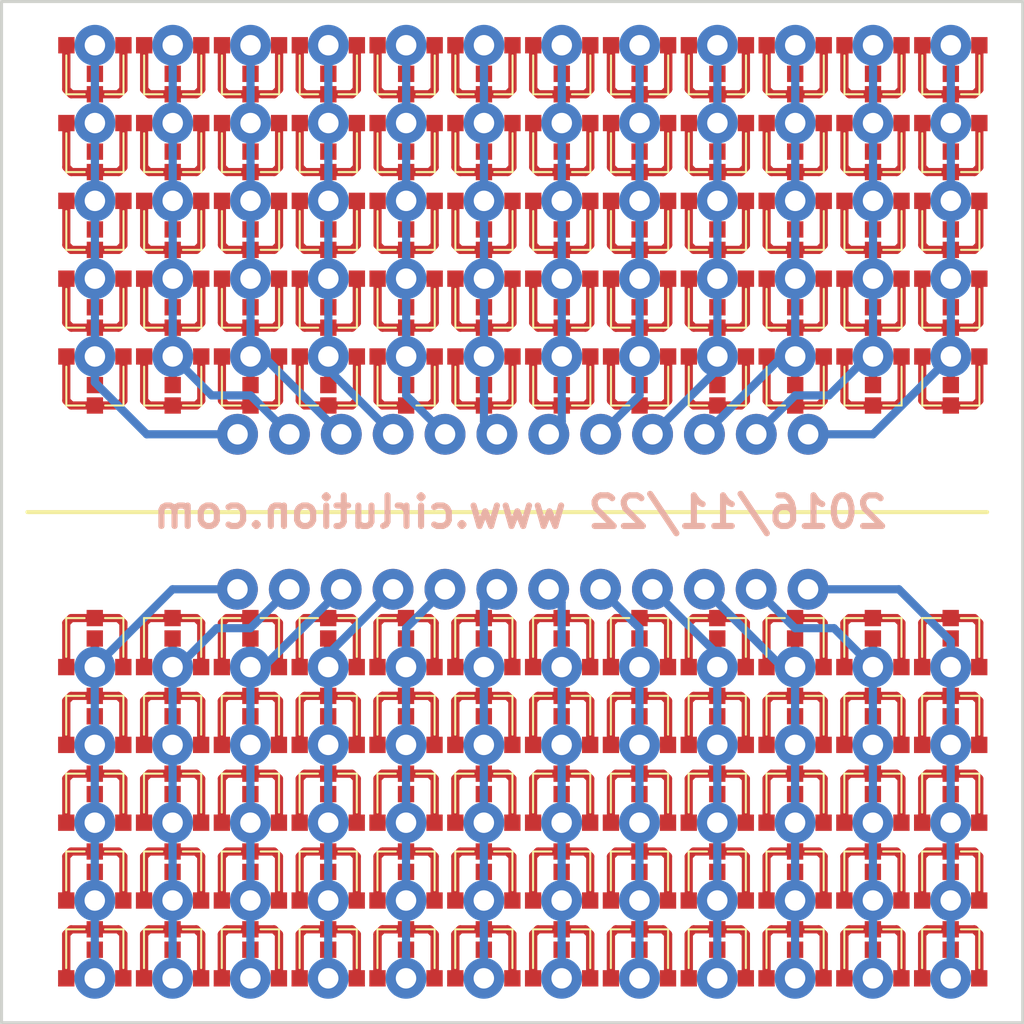
<source format=kicad_pcb>
(kicad_pcb (version 4) (host pcbnew 4.0.2-stable)
  (layers (0 F.Cu signal) (31 B.Cu signal) (34 B.Paste user) (35 F.Paste user) (36 B.SilkS user) (37 F.SilkS user) (38 B.Mask user) (39 F.Mask user) (44 Edge.Cuts user))
  (net 0 "")
  (net 1 GND)
  (module lib:Φ1□0.8-L1.5mil (layer F.Cu) (at 124.632 112.38)
    (fp_text reference REF** hide)
    (fp_text value Φ1□0.8 hide)
    (pad 3 smd rect (at 0 2.4) (size 0.8 0.8) (layers F.Cu F.Mask) (net 1 GND))
    (pad 3 smd rect (at 0 1.4) (size 0.8 0.8) (layers F.Cu F.Mask) (net 1 GND))
    (pad 3 smd rect (at 1.397 0) (size 0.8 0.8) (layers F.Cu F.Paste F.Mask) (net 1 GND))
    (pad 3 smd rect (at -1.397 0) (size 0.8 0.8) (layers F.Cu F.Mask) (net 1 GND))
    (pad 2 smd circle (at 0 0) (size 2 2) (layers B.Cu B.Mask) (net 1 GND))
    (pad 3 thru_hole circle (at 0 0) (size 1.3 1.3) (drill 1) (layers *.Cu *.Mask) (net 1 GND))
  )
  (module lib:Φ1□0.8-L1.5mil (layer F.Cu) (at 124.632 108.57)
    (fp_text reference REF** hide)
    (fp_text value Φ1□0.8 hide)
    (pad 3 smd rect (at 0 2.4) (size 0.8 0.8) (layers F.Cu F.Mask) (net 1 GND))
    (pad 3 smd rect (at 0 1.4) (size 0.8 0.8) (layers F.Cu F.Mask) (net 1 GND))
    (pad 3 smd rect (at 1.397 0) (size 0.8 0.8) (layers F.Cu F.Paste F.Mask) (net 1 GND))
    (pad 3 smd rect (at -1.397 0) (size 0.8 0.8) (layers F.Cu F.Mask) (net 1 GND))
    (pad 2 smd circle (at 0 0) (size 2 2) (layers B.Cu B.Mask) (net 1 GND))
    (pad 3 thru_hole circle (at 0 0) (size 1.3 1.3) (drill 1) (layers *.Cu *.Mask) (net 1 GND))
  )
  (module lib:Φ1□0.8-L1.5mil (layer F.Cu) (at 124.632 104.76)
    (fp_text reference REF** hide)
    (fp_text value Φ1□0.8 hide)
    (pad 3 smd rect (at 0 2.4) (size 0.8 0.8) (layers F.Cu F.Mask) (net 1 GND))
    (pad 3 smd rect (at 0 1.4) (size 0.8 0.8) (layers F.Cu F.Mask) (net 1 GND))
    (pad 3 smd rect (at 1.397 0) (size 0.8 0.8) (layers F.Cu F.Paste F.Mask) (net 1 GND))
    (pad 3 smd rect (at -1.397 0) (size 0.8 0.8) (layers F.Cu F.Mask) (net 1 GND))
    (pad 2 smd circle (at 0 0) (size 2 2) (layers B.Cu B.Mask) (net 1 GND))
    (pad 3 thru_hole circle (at 0 0) (size 1.3 1.3) (drill 1) (layers *.Cu *.Mask) (net 1 GND))
  )
  (module lib:Φ1□0.8-L1.5mil (layer F.Cu) (at 124.632 97.14)
    (fp_text reference REF** hide)
    (fp_text value Φ1□0.8 hide)
    (pad 3 smd rect (at 0 2.4) (size 0.8 0.8) (layers F.Cu F.Mask) (net 1 GND))
    (pad 3 smd rect (at 0 1.4) (size 0.8 0.8) (layers F.Cu F.Mask) (net 1 GND))
    (pad 3 smd rect (at 1.397 0) (size 0.8 0.8) (layers F.Cu F.Paste F.Mask) (net 1 GND))
    (pad 3 smd rect (at -1.397 0) (size 0.8 0.8) (layers F.Cu F.Mask) (net 1 GND))
    (pad 2 smd circle (at 0 0) (size 2 2) (layers B.Cu B.Mask) (net 1 GND))
    (pad 3 thru_hole circle (at 0 0) (size 1.3 1.3) (drill 1) (layers *.Cu *.Mask) (net 1 GND))
  )
  (module lib:Φ1□0.8-L1.5mil (layer F.Cu) (at 124.632 100.95)
    (fp_text reference REF** hide)
    (fp_text value Φ1□0.8 hide)
    (pad 3 smd rect (at 0 2.4) (size 0.8 0.8) (layers F.Cu F.Mask) (net 1 GND))
    (pad 3 smd rect (at 0 1.4) (size 0.8 0.8) (layers F.Cu F.Mask) (net 1 GND))
    (pad 3 smd rect (at 1.397 0) (size 0.8 0.8) (layers F.Cu F.Paste F.Mask) (net 1 GND))
    (pad 3 smd rect (at -1.397 0) (size 0.8 0.8) (layers F.Cu F.Mask) (net 1 GND))
    (pad 2 smd circle (at 0 0) (size 2 2) (layers B.Cu B.Mask) (net 1 GND))
    (pad 3 thru_hole circle (at 0 0) (size 1.3 1.3) (drill 1) (layers *.Cu *.Mask) (net 1 GND))
  )
  (module lib:Φ1□0.8-L1.5mil (layer F.Cu) (at 128.442 100.95)
    (fp_text reference REF** hide)
    (fp_text value Φ1□0.8 hide)
    (pad 3 smd rect (at 0 2.4) (size 0.8 0.8) (layers F.Cu F.Mask) (net 1 GND))
    (pad 3 smd rect (at 0 1.4) (size 0.8 0.8) (layers F.Cu F.Mask) (net 1 GND))
    (pad 3 smd rect (at 1.397 0) (size 0.8 0.8) (layers F.Cu F.Paste F.Mask) (net 1 GND))
    (pad 3 smd rect (at -1.397 0) (size 0.8 0.8) (layers F.Cu F.Mask) (net 1 GND))
    (pad 2 smd circle (at 0 0) (size 2 2) (layers B.Cu B.Mask) (net 1 GND))
    (pad 3 thru_hole circle (at 0 0) (size 1.3 1.3) (drill 1) (layers *.Cu *.Mask) (net 1 GND))
  )
  (module lib:Φ1□0.8-L1.5mil (layer F.Cu) (at 128.442 97.14)
    (fp_text reference REF** hide)
    (fp_text value Φ1□0.8 hide)
    (pad 3 smd rect (at 0 2.4) (size 0.8 0.8) (layers F.Cu F.Mask) (net 1 GND))
    (pad 3 smd rect (at 0 1.4) (size 0.8 0.8) (layers F.Cu F.Mask) (net 1 GND))
    (pad 3 smd rect (at 1.397 0) (size 0.8 0.8) (layers F.Cu F.Paste F.Mask) (net 1 GND))
    (pad 3 smd rect (at -1.397 0) (size 0.8 0.8) (layers F.Cu F.Mask) (net 1 GND))
    (pad 2 smd circle (at 0 0) (size 2 2) (layers B.Cu B.Mask) (net 1 GND))
    (pad 3 thru_hole circle (at 0 0) (size 1.3 1.3) (drill 1) (layers *.Cu *.Mask) (net 1 GND))
  )
  (module lib:Φ1□0.8-L1.5mil (layer F.Cu) (at 128.442 104.76)
    (fp_text reference REF** hide)
    (fp_text value Φ1□0.8 hide)
    (pad 3 smd rect (at 0 2.4) (size 0.8 0.8) (layers F.Cu F.Mask) (net 1 GND))
    (pad 3 smd rect (at 0 1.4) (size 0.8 0.8) (layers F.Cu F.Mask) (net 1 GND))
    (pad 3 smd rect (at 1.397 0) (size 0.8 0.8) (layers F.Cu F.Paste F.Mask) (net 1 GND))
    (pad 3 smd rect (at -1.397 0) (size 0.8 0.8) (layers F.Cu F.Mask) (net 1 GND))
    (pad 2 smd circle (at 0 0) (size 2 2) (layers B.Cu B.Mask) (net 1 GND))
    (pad 3 thru_hole circle (at 0 0) (size 1.3 1.3) (drill 1) (layers *.Cu *.Mask) (net 1 GND))
  )
  (module lib:Φ1□0.8-L1.5mil (layer F.Cu) (at 128.442 108.57)
    (fp_text reference REF** hide)
    (fp_text value Φ1□0.8 hide)
    (pad 3 smd rect (at 0 2.4) (size 0.8 0.8) (layers F.Cu F.Mask) (net 1 GND))
    (pad 3 smd rect (at 0 1.4) (size 0.8 0.8) (layers F.Cu F.Mask) (net 1 GND))
    (pad 3 smd rect (at 1.397 0) (size 0.8 0.8) (layers F.Cu F.Paste F.Mask) (net 1 GND))
    (pad 3 smd rect (at -1.397 0) (size 0.8 0.8) (layers F.Cu F.Mask) (net 1 GND))
    (pad 2 smd circle (at 0 0) (size 2 2) (layers B.Cu B.Mask) (net 1 GND))
    (pad 3 thru_hole circle (at 0 0) (size 1.3 1.3) (drill 1) (layers *.Cu *.Mask) (net 1 GND))
  )
  (module lib:Φ1□0.8-L1.5mil (layer F.Cu) (at 128.442 112.38)
    (fp_text reference REF** hide)
    (fp_text value Φ1□0.8 hide)
    (pad 3 smd rect (at 0 2.4) (size 0.8 0.8) (layers F.Cu F.Mask) (net 1 GND))
    (pad 3 smd rect (at 0 1.4) (size 0.8 0.8) (layers F.Cu F.Mask) (net 1 GND))
    (pad 3 smd rect (at 1.397 0) (size 0.8 0.8) (layers F.Cu F.Paste F.Mask) (net 1 GND))
    (pad 3 smd rect (at -1.397 0) (size 0.8 0.8) (layers F.Cu F.Mask) (net 1 GND))
    (pad 2 smd circle (at 0 0) (size 2 2) (layers B.Cu B.Mask) (net 1 GND))
    (pad 3 thru_hole circle (at 0 0) (size 1.3 1.3) (drill 1) (layers *.Cu *.Mask) (net 1 GND))
  )
  (module lib:Φ1□0.8-L1.5mil (layer F.Cu) (at 136.062 112.38)
    (fp_text reference REF** hide)
    (fp_text value Φ1□0.8 hide)
    (pad 3 smd rect (at 0 2.4) (size 0.8 0.8) (layers F.Cu F.Mask) (net 1 GND))
    (pad 3 smd rect (at 0 1.4) (size 0.8 0.8) (layers F.Cu F.Mask) (net 1 GND))
    (pad 3 smd rect (at 1.397 0) (size 0.8 0.8) (layers F.Cu F.Paste F.Mask) (net 1 GND))
    (pad 3 smd rect (at -1.397 0) (size 0.8 0.8) (layers F.Cu F.Mask) (net 1 GND))
    (pad 2 smd circle (at 0 0) (size 2 2) (layers B.Cu B.Mask) (net 1 GND))
    (pad 3 thru_hole circle (at 0 0) (size 1.3 1.3) (drill 1) (layers *.Cu *.Mask) (net 1 GND))
  )
  (module lib:Φ1□0.8-L1.5mil (layer F.Cu) (at 136.062 108.57)
    (fp_text reference REF** hide)
    (fp_text value Φ1□0.8 hide)
    (pad 3 smd rect (at 0 2.4) (size 0.8 0.8) (layers F.Cu F.Mask) (net 1 GND))
    (pad 3 smd rect (at 0 1.4) (size 0.8 0.8) (layers F.Cu F.Mask) (net 1 GND))
    (pad 3 smd rect (at 1.397 0) (size 0.8 0.8) (layers F.Cu F.Paste F.Mask) (net 1 GND))
    (pad 3 smd rect (at -1.397 0) (size 0.8 0.8) (layers F.Cu F.Mask) (net 1 GND))
    (pad 2 smd circle (at 0 0) (size 2 2) (layers B.Cu B.Mask) (net 1 GND))
    (pad 3 thru_hole circle (at 0 0) (size 1.3 1.3) (drill 1) (layers *.Cu *.Mask) (net 1 GND))
  )
  (module lib:Φ1□0.8-L1.5mil (layer F.Cu) (at 136.062 104.76)
    (fp_text reference REF** hide)
    (fp_text value Φ1□0.8 hide)
    (pad 3 smd rect (at 0 2.4) (size 0.8 0.8) (layers F.Cu F.Mask) (net 1 GND))
    (pad 3 smd rect (at 0 1.4) (size 0.8 0.8) (layers F.Cu F.Mask) (net 1 GND))
    (pad 3 smd rect (at 1.397 0) (size 0.8 0.8) (layers F.Cu F.Paste F.Mask) (net 1 GND))
    (pad 3 smd rect (at -1.397 0) (size 0.8 0.8) (layers F.Cu F.Mask) (net 1 GND))
    (pad 2 smd circle (at 0 0) (size 2 2) (layers B.Cu B.Mask) (net 1 GND))
    (pad 3 thru_hole circle (at 0 0) (size 1.3 1.3) (drill 1) (layers *.Cu *.Mask) (net 1 GND))
  )
  (module lib:Φ1□0.8-L1.5mil (layer F.Cu) (at 136.062 97.14)
    (fp_text reference REF** hide)
    (fp_text value Φ1□0.8 hide)
    (pad 3 smd rect (at 0 2.4) (size 0.8 0.8) (layers F.Cu F.Mask) (net 1 GND))
    (pad 3 smd rect (at 0 1.4) (size 0.8 0.8) (layers F.Cu F.Mask) (net 1 GND))
    (pad 3 smd rect (at 1.397 0) (size 0.8 0.8) (layers F.Cu F.Paste F.Mask) (net 1 GND))
    (pad 3 smd rect (at -1.397 0) (size 0.8 0.8) (layers F.Cu F.Mask) (net 1 GND))
    (pad 2 smd circle (at 0 0) (size 2 2) (layers B.Cu B.Mask) (net 1 GND))
    (pad 3 thru_hole circle (at 0 0) (size 1.3 1.3) (drill 1) (layers *.Cu *.Mask) (net 1 GND))
  )
  (module lib:Φ1□0.8-L1.5mil (layer F.Cu) (at 136.062 100.95)
    (fp_text reference REF** hide)
    (fp_text value Φ1□0.8 hide)
    (pad 3 smd rect (at 0 2.4) (size 0.8 0.8) (layers F.Cu F.Mask) (net 1 GND))
    (pad 3 smd rect (at 0 1.4) (size 0.8 0.8) (layers F.Cu F.Mask) (net 1 GND))
    (pad 3 smd rect (at 1.397 0) (size 0.8 0.8) (layers F.Cu F.Paste F.Mask) (net 1 GND))
    (pad 3 smd rect (at -1.397 0) (size 0.8 0.8) (layers F.Cu F.Mask) (net 1 GND))
    (pad 2 smd circle (at 0 0) (size 2 2) (layers B.Cu B.Mask) (net 1 GND))
    (pad 3 thru_hole circle (at 0 0) (size 1.3 1.3) (drill 1) (layers *.Cu *.Mask) (net 1 GND))
  )
  (module lib:Φ1□0.8-L1.5mil (layer F.Cu) (at 132.252 100.95)
    (fp_text reference REF** hide)
    (fp_text value Φ1□0.8 hide)
    (pad 3 smd rect (at 0 2.4) (size 0.8 0.8) (layers F.Cu F.Mask) (net 1 GND))
    (pad 3 smd rect (at 0 1.4) (size 0.8 0.8) (layers F.Cu F.Mask) (net 1 GND))
    (pad 3 smd rect (at 1.397 0) (size 0.8 0.8) (layers F.Cu F.Paste F.Mask) (net 1 GND))
    (pad 3 smd rect (at -1.397 0) (size 0.8 0.8) (layers F.Cu F.Mask) (net 1 GND))
    (pad 2 smd circle (at 0 0) (size 2 2) (layers B.Cu B.Mask) (net 1 GND))
    (pad 3 thru_hole circle (at 0 0) (size 1.3 1.3) (drill 1) (layers *.Cu *.Mask) (net 1 GND))
  )
  (module lib:Φ1□0.8-L1.5mil (layer F.Cu) (at 132.252 97.14)
    (fp_text reference REF** hide)
    (fp_text value Φ1□0.8 hide)
    (pad 3 smd rect (at 0 2.4) (size 0.8 0.8) (layers F.Cu F.Mask) (net 1 GND))
    (pad 3 smd rect (at 0 1.4) (size 0.8 0.8) (layers F.Cu F.Mask) (net 1 GND))
    (pad 3 smd rect (at 1.397 0) (size 0.8 0.8) (layers F.Cu F.Paste F.Mask) (net 1 GND))
    (pad 3 smd rect (at -1.397 0) (size 0.8 0.8) (layers F.Cu F.Mask) (net 1 GND))
    (pad 2 smd circle (at 0 0) (size 2 2) (layers B.Cu B.Mask) (net 1 GND))
    (pad 3 thru_hole circle (at 0 0) (size 1.3 1.3) (drill 1) (layers *.Cu *.Mask) (net 1 GND))
  )
  (module lib:Φ1□0.8-L1.5mil (layer F.Cu) (at 132.252 104.76)
    (fp_text reference REF** hide)
    (fp_text value Φ1□0.8 hide)
    (pad 3 smd rect (at 0 2.4) (size 0.8 0.8) (layers F.Cu F.Mask) (net 1 GND))
    (pad 3 smd rect (at 0 1.4) (size 0.8 0.8) (layers F.Cu F.Mask) (net 1 GND))
    (pad 3 smd rect (at 1.397 0) (size 0.8 0.8) (layers F.Cu F.Paste F.Mask) (net 1 GND))
    (pad 3 smd rect (at -1.397 0) (size 0.8 0.8) (layers F.Cu F.Mask) (net 1 GND))
    (pad 2 smd circle (at 0 0) (size 2 2) (layers B.Cu B.Mask) (net 1 GND))
    (pad 3 thru_hole circle (at 0 0) (size 1.3 1.3) (drill 1) (layers *.Cu *.Mask) (net 1 GND))
  )
  (module lib:Φ1□0.8-L1.5mil (layer F.Cu) (at 132.252 108.57)
    (fp_text reference REF** hide)
    (fp_text value Φ1□0.8 hide)
    (pad 3 smd rect (at 0 2.4) (size 0.8 0.8) (layers F.Cu F.Mask) (net 1 GND))
    (pad 3 smd rect (at 0 1.4) (size 0.8 0.8) (layers F.Cu F.Mask) (net 1 GND))
    (pad 3 smd rect (at 1.397 0) (size 0.8 0.8) (layers F.Cu F.Paste F.Mask) (net 1 GND))
    (pad 3 smd rect (at -1.397 0) (size 0.8 0.8) (layers F.Cu F.Mask) (net 1 GND))
    (pad 2 smd circle (at 0 0) (size 2 2) (layers B.Cu B.Mask) (net 1 GND))
    (pad 3 thru_hole circle (at 0 0) (size 1.3 1.3) (drill 1) (layers *.Cu *.Mask) (net 1 GND))
  )
  (module lib:Φ1□0.8-L1.5mil (layer F.Cu) (at 132.252 112.38)
    (fp_text reference REF** hide)
    (fp_text value Φ1□0.8 hide)
    (pad 3 smd rect (at 0 2.4) (size 0.8 0.8) (layers F.Cu F.Mask) (net 1 GND))
    (pad 3 smd rect (at 0 1.4) (size 0.8 0.8) (layers F.Cu F.Mask) (net 1 GND))
    (pad 3 smd rect (at 1.397 0) (size 0.8 0.8) (layers F.Cu F.Paste F.Mask) (net 1 GND))
    (pad 3 smd rect (at -1.397 0) (size 0.8 0.8) (layers F.Cu F.Mask) (net 1 GND))
    (pad 2 smd circle (at 0 0) (size 2 2) (layers B.Cu B.Mask) (net 1 GND))
    (pad 3 thru_hole circle (at 0 0) (size 1.3 1.3) (drill 1) (layers *.Cu *.Mask) (net 1 GND))
  )
  (module lib:Φ1□0.8-L1.5mil (layer F.Cu) (at 147.492 112.38)
    (fp_text reference REF** hide)
    (fp_text value Φ1□0.8 hide)
    (pad 3 smd rect (at 0 2.4) (size 0.8 0.8) (layers F.Cu F.Mask) (net 1 GND))
    (pad 3 smd rect (at 0 1.4) (size 0.8 0.8) (layers F.Cu F.Mask) (net 1 GND))
    (pad 3 smd rect (at 1.397 0) (size 0.8 0.8) (layers F.Cu F.Paste F.Mask) (net 1 GND))
    (pad 3 smd rect (at -1.397 0) (size 0.8 0.8) (layers F.Cu F.Mask) (net 1 GND))
    (pad 2 smd circle (at 0 0) (size 2 2) (layers B.Cu B.Mask) (net 1 GND))
    (pad 3 thru_hole circle (at 0 0) (size 1.3 1.3) (drill 1) (layers *.Cu *.Mask) (net 1 GND))
  )
  (module lib:Φ1□0.8-L1.5mil (layer F.Cu) (at 147.492 108.57)
    (fp_text reference REF** hide)
    (fp_text value Φ1□0.8 hide)
    (pad 3 smd rect (at 0 2.4) (size 0.8 0.8) (layers F.Cu F.Mask) (net 1 GND))
    (pad 3 smd rect (at 0 1.4) (size 0.8 0.8) (layers F.Cu F.Mask) (net 1 GND))
    (pad 3 smd rect (at 1.397 0) (size 0.8 0.8) (layers F.Cu F.Paste F.Mask) (net 1 GND))
    (pad 3 smd rect (at -1.397 0) (size 0.8 0.8) (layers F.Cu F.Mask) (net 1 GND))
    (pad 2 smd circle (at 0 0) (size 2 2) (layers B.Cu B.Mask) (net 1 GND))
    (pad 3 thru_hole circle (at 0 0) (size 1.3 1.3) (drill 1) (layers *.Cu *.Mask) (net 1 GND))
  )
  (module lib:Φ1□0.8-L1.5mil (layer F.Cu) (at 147.492 104.76)
    (fp_text reference REF** hide)
    (fp_text value Φ1□0.8 hide)
    (pad 3 smd rect (at 0 2.4) (size 0.8 0.8) (layers F.Cu F.Mask) (net 1 GND))
    (pad 3 smd rect (at 0 1.4) (size 0.8 0.8) (layers F.Cu F.Mask) (net 1 GND))
    (pad 3 smd rect (at 1.397 0) (size 0.8 0.8) (layers F.Cu F.Paste F.Mask) (net 1 GND))
    (pad 3 smd rect (at -1.397 0) (size 0.8 0.8) (layers F.Cu F.Mask) (net 1 GND))
    (pad 2 smd circle (at 0 0) (size 2 2) (layers B.Cu B.Mask) (net 1 GND))
    (pad 3 thru_hole circle (at 0 0) (size 1.3 1.3) (drill 1) (layers *.Cu *.Mask) (net 1 GND))
  )
  (module lib:Φ1□0.8-L1.5mil (layer F.Cu) (at 147.492 97.14)
    (fp_text reference REF** hide)
    (fp_text value Φ1□0.8 hide)
    (pad 3 smd rect (at 0 2.4) (size 0.8 0.8) (layers F.Cu F.Mask) (net 1 GND))
    (pad 3 smd rect (at 0 1.4) (size 0.8 0.8) (layers F.Cu F.Mask) (net 1 GND))
    (pad 3 smd rect (at 1.397 0) (size 0.8 0.8) (layers F.Cu F.Paste F.Mask) (net 1 GND))
    (pad 3 smd rect (at -1.397 0) (size 0.8 0.8) (layers F.Cu F.Mask) (net 1 GND))
    (pad 2 smd circle (at 0 0) (size 2 2) (layers B.Cu B.Mask) (net 1 GND))
    (pad 3 thru_hole circle (at 0 0) (size 1.3 1.3) (drill 1) (layers *.Cu *.Mask) (net 1 GND))
  )
  (module lib:Φ1□0.8-L1.5mil (layer F.Cu) (at 147.492 100.95)
    (fp_text reference REF** hide)
    (fp_text value Φ1□0.8 hide)
    (pad 3 smd rect (at 0 2.4) (size 0.8 0.8) (layers F.Cu F.Mask) (net 1 GND))
    (pad 3 smd rect (at 0 1.4) (size 0.8 0.8) (layers F.Cu F.Mask) (net 1 GND))
    (pad 3 smd rect (at 1.397 0) (size 0.8 0.8) (layers F.Cu F.Paste F.Mask) (net 1 GND))
    (pad 3 smd rect (at -1.397 0) (size 0.8 0.8) (layers F.Cu F.Mask) (net 1 GND))
    (pad 2 smd circle (at 0 0) (size 2 2) (layers B.Cu B.Mask) (net 1 GND))
    (pad 3 thru_hole circle (at 0 0) (size 1.3 1.3) (drill 1) (layers *.Cu *.Mask) (net 1 GND))
  )
  (module lib:Φ1□0.8-L1.5mil (layer F.Cu) (at 151.302 100.95)
    (fp_text reference REF** hide)
    (fp_text value Φ1□0.8 hide)
    (pad 3 smd rect (at 0 2.4) (size 0.8 0.8) (layers F.Cu F.Mask) (net 1 GND))
    (pad 3 smd rect (at 0 1.4) (size 0.8 0.8) (layers F.Cu F.Mask) (net 1 GND))
    (pad 3 smd rect (at 1.397 0) (size 0.8 0.8) (layers F.Cu F.Paste F.Mask) (net 1 GND))
    (pad 3 smd rect (at -1.397 0) (size 0.8 0.8) (layers F.Cu F.Mask) (net 1 GND))
    (pad 2 smd circle (at 0 0) (size 2 2) (layers B.Cu B.Mask) (net 1 GND))
    (pad 3 thru_hole circle (at 0 0) (size 1.3 1.3) (drill 1) (layers *.Cu *.Mask) (net 1 GND))
  )
  (module lib:Φ1□0.8-L1.5mil (layer F.Cu) (at 151.302 97.14)
    (fp_text reference REF** hide)
    (fp_text value Φ1□0.8 hide)
    (pad 3 smd rect (at 0 2.4) (size 0.8 0.8) (layers F.Cu F.Mask) (net 1 GND))
    (pad 3 smd rect (at 0 1.4) (size 0.8 0.8) (layers F.Cu F.Mask) (net 1 GND))
    (pad 3 smd rect (at 1.397 0) (size 0.8 0.8) (layers F.Cu F.Paste F.Mask) (net 1 GND))
    (pad 3 smd rect (at -1.397 0) (size 0.8 0.8) (layers F.Cu F.Mask) (net 1 GND))
    (pad 2 smd circle (at 0 0) (size 2 2) (layers B.Cu B.Mask) (net 1 GND))
    (pad 3 thru_hole circle (at 0 0) (size 1.3 1.3) (drill 1) (layers *.Cu *.Mask) (net 1 GND))
  )
  (module lib:Φ1□0.8-L1.5mil (layer F.Cu) (at 151.302 104.76)
    (fp_text reference REF** hide)
    (fp_text value Φ1□0.8 hide)
    (pad 3 smd rect (at 0 2.4) (size 0.8 0.8) (layers F.Cu F.Mask) (net 1 GND))
    (pad 3 smd rect (at 0 1.4) (size 0.8 0.8) (layers F.Cu F.Mask) (net 1 GND))
    (pad 3 smd rect (at 1.397 0) (size 0.8 0.8) (layers F.Cu F.Paste F.Mask) (net 1 GND))
    (pad 3 smd rect (at -1.397 0) (size 0.8 0.8) (layers F.Cu F.Mask) (net 1 GND))
    (pad 2 smd circle (at 0 0) (size 2 2) (layers B.Cu B.Mask) (net 1 GND))
    (pad 3 thru_hole circle (at 0 0) (size 1.3 1.3) (drill 1) (layers *.Cu *.Mask) (net 1 GND))
  )
  (module lib:Φ1□0.8-L1.5mil (layer F.Cu) (at 151.302 108.57)
    (fp_text reference REF** hide)
    (fp_text value Φ1□0.8 hide)
    (pad 3 smd rect (at 0 2.4) (size 0.8 0.8) (layers F.Cu F.Mask) (net 1 GND))
    (pad 3 smd rect (at 0 1.4) (size 0.8 0.8) (layers F.Cu F.Mask) (net 1 GND))
    (pad 3 smd rect (at 1.397 0) (size 0.8 0.8) (layers F.Cu F.Paste F.Mask) (net 1 GND))
    (pad 3 smd rect (at -1.397 0) (size 0.8 0.8) (layers F.Cu F.Mask) (net 1 GND))
    (pad 2 smd circle (at 0 0) (size 2 2) (layers B.Cu B.Mask) (net 1 GND))
    (pad 3 thru_hole circle (at 0 0) (size 1.3 1.3) (drill 1) (layers *.Cu *.Mask) (net 1 GND))
  )
  (module lib:Φ1□0.8-L1.5mil (layer F.Cu) (at 151.302 112.38)
    (fp_text reference REF** hide)
    (fp_text value Φ1□0.8 hide)
    (pad 3 smd rect (at 0 2.4) (size 0.8 0.8) (layers F.Cu F.Mask) (net 1 GND))
    (pad 3 smd rect (at 0 1.4) (size 0.8 0.8) (layers F.Cu F.Mask) (net 1 GND))
    (pad 3 smd rect (at 1.397 0) (size 0.8 0.8) (layers F.Cu F.Paste F.Mask) (net 1 GND))
    (pad 3 smd rect (at -1.397 0) (size 0.8 0.8) (layers F.Cu F.Mask) (net 1 GND))
    (pad 2 smd circle (at 0 0) (size 2 2) (layers B.Cu B.Mask) (net 1 GND))
    (pad 3 thru_hole circle (at 0 0) (size 1.3 1.3) (drill 1) (layers *.Cu *.Mask) (net 1 GND))
  )
  (module lib:Φ1□0.8-L1.5mil (layer F.Cu) (at 143.682 112.38)
    (fp_text reference REF** hide)
    (fp_text value Φ1□0.8 hide)
    (pad 3 smd rect (at 0 2.4) (size 0.8 0.8) (layers F.Cu F.Mask) (net 1 GND))
    (pad 3 smd rect (at 0 1.4) (size 0.8 0.8) (layers F.Cu F.Mask) (net 1 GND))
    (pad 3 smd rect (at 1.397 0) (size 0.8 0.8) (layers F.Cu F.Paste F.Mask) (net 1 GND))
    (pad 3 smd rect (at -1.397 0) (size 0.8 0.8) (layers F.Cu F.Mask) (net 1 GND))
    (pad 2 smd circle (at 0 0) (size 2 2) (layers B.Cu B.Mask) (net 1 GND))
    (pad 3 thru_hole circle (at 0 0) (size 1.3 1.3) (drill 1) (layers *.Cu *.Mask) (net 1 GND))
  )
  (module lib:Φ1□0.8-L1.5mil (layer F.Cu) (at 143.682 108.57)
    (fp_text reference REF** hide)
    (fp_text value Φ1□0.8 hide)
    (pad 3 smd rect (at 0 2.4) (size 0.8 0.8) (layers F.Cu F.Mask) (net 1 GND))
    (pad 3 smd rect (at 0 1.4) (size 0.8 0.8) (layers F.Cu F.Mask) (net 1 GND))
    (pad 3 smd rect (at 1.397 0) (size 0.8 0.8) (layers F.Cu F.Paste F.Mask) (net 1 GND))
    (pad 3 smd rect (at -1.397 0) (size 0.8 0.8) (layers F.Cu F.Mask) (net 1 GND))
    (pad 2 smd circle (at 0 0) (size 2 2) (layers B.Cu B.Mask) (net 1 GND))
    (pad 3 thru_hole circle (at 0 0) (size 1.3 1.3) (drill 1) (layers *.Cu *.Mask) (net 1 GND))
  )
  (module lib:Φ1□0.8-L1.5mil (layer F.Cu) (at 143.682 104.76)
    (fp_text reference REF** hide)
    (fp_text value Φ1□0.8 hide)
    (pad 3 smd rect (at 0 2.4) (size 0.8 0.8) (layers F.Cu F.Mask) (net 1 GND))
    (pad 3 smd rect (at 0 1.4) (size 0.8 0.8) (layers F.Cu F.Mask) (net 1 GND))
    (pad 3 smd rect (at 1.397 0) (size 0.8 0.8) (layers F.Cu F.Paste F.Mask) (net 1 GND))
    (pad 3 smd rect (at -1.397 0) (size 0.8 0.8) (layers F.Cu F.Mask) (net 1 GND))
    (pad 2 smd circle (at 0 0) (size 2 2) (layers B.Cu B.Mask) (net 1 GND))
    (pad 3 thru_hole circle (at 0 0) (size 1.3 1.3) (drill 1) (layers *.Cu *.Mask) (net 1 GND))
  )
  (module lib:Φ1□0.8-L1.5mil (layer F.Cu) (at 143.682 97.14)
    (fp_text reference REF** hide)
    (fp_text value Φ1□0.8 hide)
    (pad 3 smd rect (at 0 2.4) (size 0.8 0.8) (layers F.Cu F.Mask) (net 1 GND))
    (pad 3 smd rect (at 0 1.4) (size 0.8 0.8) (layers F.Cu F.Mask) (net 1 GND))
    (pad 3 smd rect (at 1.397 0) (size 0.8 0.8) (layers F.Cu F.Paste F.Mask) (net 1 GND))
    (pad 3 smd rect (at -1.397 0) (size 0.8 0.8) (layers F.Cu F.Mask) (net 1 GND))
    (pad 2 smd circle (at 0 0) (size 2 2) (layers B.Cu B.Mask) (net 1 GND))
    (pad 3 thru_hole circle (at 0 0) (size 1.3 1.3) (drill 1) (layers *.Cu *.Mask) (net 1 GND))
  )
  (module lib:Φ1□0.8-L1.5mil (layer F.Cu) (at 143.682 100.95)
    (fp_text reference REF** hide)
    (fp_text value Φ1□0.8 hide)
    (pad 3 smd rect (at 0 2.4) (size 0.8 0.8) (layers F.Cu F.Mask) (net 1 GND))
    (pad 3 smd rect (at 0 1.4) (size 0.8 0.8) (layers F.Cu F.Mask) (net 1 GND))
    (pad 3 smd rect (at 1.397 0) (size 0.8 0.8) (layers F.Cu F.Paste F.Mask) (net 1 GND))
    (pad 3 smd rect (at -1.397 0) (size 0.8 0.8) (layers F.Cu F.Mask) (net 1 GND))
    (pad 2 smd circle (at 0 0) (size 2 2) (layers B.Cu B.Mask) (net 1 GND))
    (pad 3 thru_hole circle (at 0 0) (size 1.3 1.3) (drill 1) (layers *.Cu *.Mask) (net 1 GND))
  )
  (module lib:Φ1□0.8-L1.5mil (layer F.Cu) (at 139.872 100.95)
    (fp_text reference REF** hide)
    (fp_text value Φ1□0.8 hide)
    (pad 3 smd rect (at 0 2.4) (size 0.8 0.8) (layers F.Cu F.Mask) (net 1 GND))
    (pad 3 smd rect (at 0 1.4) (size 0.8 0.8) (layers F.Cu F.Mask) (net 1 GND))
    (pad 3 smd rect (at 1.397 0) (size 0.8 0.8) (layers F.Cu F.Paste F.Mask) (net 1 GND))
    (pad 3 smd rect (at -1.397 0) (size 0.8 0.8) (layers F.Cu F.Mask) (net 1 GND))
    (pad 2 smd circle (at 0 0) (size 2 2) (layers B.Cu B.Mask) (net 1 GND))
    (pad 3 thru_hole circle (at 0 0) (size 1.3 1.3) (drill 1) (layers *.Cu *.Mask) (net 1 GND))
  )
  (module lib:Φ1□0.8-L1.5mil (layer F.Cu) (at 139.872 97.14)
    (fp_text reference REF** hide)
    (fp_text value Φ1□0.8 hide)
    (pad 3 smd rect (at 0 2.4) (size 0.8 0.8) (layers F.Cu F.Mask) (net 1 GND))
    (pad 3 smd rect (at 0 1.4) (size 0.8 0.8) (layers F.Cu F.Mask) (net 1 GND))
    (pad 3 smd rect (at 1.397 0) (size 0.8 0.8) (layers F.Cu F.Paste F.Mask) (net 1 GND))
    (pad 3 smd rect (at -1.397 0) (size 0.8 0.8) (layers F.Cu F.Mask) (net 1 GND))
    (pad 2 smd circle (at 0 0) (size 2 2) (layers B.Cu B.Mask) (net 1 GND))
    (pad 3 thru_hole circle (at 0 0) (size 1.3 1.3) (drill 1) (layers *.Cu *.Mask) (net 1 GND))
  )
  (module lib:Φ1□0.8-L1.5mil (layer F.Cu) (at 139.872 104.76)
    (fp_text reference REF** hide)
    (fp_text value Φ1□0.8 hide)
    (pad 3 smd rect (at 0 2.4) (size 0.8 0.8) (layers F.Cu F.Mask) (net 1 GND))
    (pad 3 smd rect (at 0 1.4) (size 0.8 0.8) (layers F.Cu F.Mask) (net 1 GND))
    (pad 3 smd rect (at 1.397 0) (size 0.8 0.8) (layers F.Cu F.Paste F.Mask) (net 1 GND))
    (pad 3 smd rect (at -1.397 0) (size 0.8 0.8) (layers F.Cu F.Mask) (net 1 GND))
    (pad 2 smd circle (at 0 0) (size 2 2) (layers B.Cu B.Mask) (net 1 GND))
    (pad 3 thru_hole circle (at 0 0) (size 1.3 1.3) (drill 1) (layers *.Cu *.Mask) (net 1 GND))
  )
  (module lib:Φ1□0.8-L1.5mil (layer F.Cu) (at 139.872 108.57)
    (fp_text reference REF** hide)
    (fp_text value Φ1□0.8 hide)
    (pad 3 smd rect (at 0 2.4) (size 0.8 0.8) (layers F.Cu F.Mask) (net 1 GND))
    (pad 3 smd rect (at 0 1.4) (size 0.8 0.8) (layers F.Cu F.Mask) (net 1 GND))
    (pad 3 smd rect (at 1.397 0) (size 0.8 0.8) (layers F.Cu F.Paste F.Mask) (net 1 GND))
    (pad 3 smd rect (at -1.397 0) (size 0.8 0.8) (layers F.Cu F.Mask) (net 1 GND))
    (pad 2 smd circle (at 0 0) (size 2 2) (layers B.Cu B.Mask) (net 1 GND))
    (pad 3 thru_hole circle (at 0 0) (size 1.3 1.3) (drill 1) (layers *.Cu *.Mask) (net 1 GND))
  )
  (module lib:Φ1□0.8-L1.5mil (layer F.Cu) (at 139.872 112.38)
    (fp_text reference REF** hide)
    (fp_text value Φ1□0.8 hide)
    (pad 3 smd rect (at 0 2.4) (size 0.8 0.8) (layers F.Cu F.Mask) (net 1 GND))
    (pad 3 smd rect (at 0 1.4) (size 0.8 0.8) (layers F.Cu F.Mask) (net 1 GND))
    (pad 3 smd rect (at 1.397 0) (size 0.8 0.8) (layers F.Cu F.Paste F.Mask) (net 1 GND))
    (pad 3 smd rect (at -1.397 0) (size 0.8 0.8) (layers F.Cu F.Mask) (net 1 GND))
    (pad 2 smd circle (at 0 0) (size 2 2) (layers B.Cu B.Mask) (net 1 GND))
    (pad 3 thru_hole circle (at 0 0) (size 1.3 1.3) (drill 1) (layers *.Cu *.Mask) (net 1 GND))
  )
  (module lib:Φ1□0.8-L1.5mil (layer F.Cu) (at 158.922 112.38)
    (fp_text reference REF** hide)
    (fp_text value Φ1□0.8 hide)
    (pad 3 smd rect (at 0 2.4) (size 0.8 0.8) (layers F.Cu F.Mask) (net 1 GND))
    (pad 3 smd rect (at 0 1.4) (size 0.8 0.8) (layers F.Cu F.Mask) (net 1 GND))
    (pad 3 smd rect (at 1.397 0) (size 0.8 0.8) (layers F.Cu F.Paste F.Mask) (net 1 GND))
    (pad 3 smd rect (at -1.397 0) (size 0.8 0.8) (layers F.Cu F.Mask) (net 1 GND))
    (pad 2 smd circle (at 0 0) (size 2 2) (layers B.Cu B.Mask) (net 1 GND))
    (pad 3 thru_hole circle (at 0 0) (size 1.3 1.3) (drill 1) (layers *.Cu *.Mask) (net 1 GND))
  )
  (module lib:Φ1□0.8-L1.5mil (layer F.Cu) (at 158.922 108.57)
    (fp_text reference REF** hide)
    (fp_text value Φ1□0.8 hide)
    (pad 3 smd rect (at 0 2.4) (size 0.8 0.8) (layers F.Cu F.Mask) (net 1 GND))
    (pad 3 smd rect (at 0 1.4) (size 0.8 0.8) (layers F.Cu F.Mask) (net 1 GND))
    (pad 3 smd rect (at 1.397 0) (size 0.8 0.8) (layers F.Cu F.Paste F.Mask) (net 1 GND))
    (pad 3 smd rect (at -1.397 0) (size 0.8 0.8) (layers F.Cu F.Mask) (net 1 GND))
    (pad 2 smd circle (at 0 0) (size 2 2) (layers B.Cu B.Mask) (net 1 GND))
    (pad 3 thru_hole circle (at 0 0) (size 1.3 1.3) (drill 1) (layers *.Cu *.Mask) (net 1 GND))
  )
  (module lib:Φ1□0.8-L1.5mil (layer F.Cu) (at 158.922 104.76)
    (fp_text reference REF** hide)
    (fp_text value Φ1□0.8 hide)
    (pad 3 smd rect (at 0 2.4) (size 0.8 0.8) (layers F.Cu F.Mask) (net 1 GND))
    (pad 3 smd rect (at 0 1.4) (size 0.8 0.8) (layers F.Cu F.Mask) (net 1 GND))
    (pad 3 smd rect (at 1.397 0) (size 0.8 0.8) (layers F.Cu F.Paste F.Mask) (net 1 GND))
    (pad 3 smd rect (at -1.397 0) (size 0.8 0.8) (layers F.Cu F.Mask) (net 1 GND))
    (pad 2 smd circle (at 0 0) (size 2 2) (layers B.Cu B.Mask) (net 1 GND))
    (pad 3 thru_hole circle (at 0 0) (size 1.3 1.3) (drill 1) (layers *.Cu *.Mask) (net 1 GND))
  )
  (module lib:Φ1□0.8-L1.5mil (layer F.Cu) (at 158.922 97.14)
    (fp_text reference REF** hide)
    (fp_text value Φ1□0.8 hide)
    (pad 3 smd rect (at 0 2.4) (size 0.8 0.8) (layers F.Cu F.Mask) (net 1 GND))
    (pad 3 smd rect (at 0 1.4) (size 0.8 0.8) (layers F.Cu F.Mask) (net 1 GND))
    (pad 3 smd rect (at 1.397 0) (size 0.8 0.8) (layers F.Cu F.Paste F.Mask) (net 1 GND))
    (pad 3 smd rect (at -1.397 0) (size 0.8 0.8) (layers F.Cu F.Mask) (net 1 GND))
    (pad 2 smd circle (at 0 0) (size 2 2) (layers B.Cu B.Mask) (net 1 GND))
    (pad 3 thru_hole circle (at 0 0) (size 1.3 1.3) (drill 1) (layers *.Cu *.Mask) (net 1 GND))
  )
  (module lib:Φ1□0.8-L1.5mil (layer F.Cu) (at 158.922 100.95)
    (fp_text reference REF** hide)
    (fp_text value Φ1□0.8 hide)
    (pad 3 smd rect (at 0 2.4) (size 0.8 0.8) (layers F.Cu F.Mask) (net 1 GND))
    (pad 3 smd rect (at 0 1.4) (size 0.8 0.8) (layers F.Cu F.Mask) (net 1 GND))
    (pad 3 smd rect (at 1.397 0) (size 0.8 0.8) (layers F.Cu F.Paste F.Mask) (net 1 GND))
    (pad 3 smd rect (at -1.397 0) (size 0.8 0.8) (layers F.Cu F.Mask) (net 1 GND))
    (pad 2 smd circle (at 0 0) (size 2 2) (layers B.Cu B.Mask) (net 1 GND))
    (pad 3 thru_hole circle (at 0 0) (size 1.3 1.3) (drill 1) (layers *.Cu *.Mask) (net 1 GND))
  )
  (module lib:Φ1□0.8-L1.5mil (layer F.Cu) (at 162.732 100.95)
    (fp_text reference REF** hide)
    (fp_text value Φ1□0.8 hide)
    (pad 3 smd rect (at 0 2.4) (size 0.8 0.8) (layers F.Cu F.Mask) (net 1 GND))
    (pad 3 smd rect (at 0 1.4) (size 0.8 0.8) (layers F.Cu F.Mask) (net 1 GND))
    (pad 3 smd rect (at 1.397 0) (size 0.8 0.8) (layers F.Cu F.Paste F.Mask) (net 1 GND))
    (pad 3 smd rect (at -1.397 0) (size 0.8 0.8) (layers F.Cu F.Mask) (net 1 GND))
    (pad 2 smd circle (at 0 0) (size 2 2) (layers B.Cu B.Mask) (net 1 GND))
    (pad 3 thru_hole circle (at 0 0) (size 1.3 1.3) (drill 1) (layers *.Cu *.Mask) (net 1 GND))
  )
  (module lib:Φ1□0.8-L1.5mil (layer F.Cu) (at 162.732 97.14)
    (fp_text reference REF** hide)
    (fp_text value Φ1□0.8 hide)
    (pad 3 smd rect (at 0 2.4) (size 0.8 0.8) (layers F.Cu F.Mask) (net 1 GND))
    (pad 3 smd rect (at 0 1.4) (size 0.8 0.8) (layers F.Cu F.Mask) (net 1 GND))
    (pad 3 smd rect (at 1.397 0) (size 0.8 0.8) (layers F.Cu F.Paste F.Mask) (net 1 GND))
    (pad 3 smd rect (at -1.397 0) (size 0.8 0.8) (layers F.Cu F.Mask) (net 1 GND))
    (pad 2 smd circle (at 0 0) (size 2 2) (layers B.Cu B.Mask) (net 1 GND))
    (pad 3 thru_hole circle (at 0 0) (size 1.3 1.3) (drill 1) (layers *.Cu *.Mask) (net 1 GND))
  )
  (module lib:Φ1□0.8-L1.5mil (layer F.Cu) (at 162.732 104.76)
    (fp_text reference REF** hide)
    (fp_text value Φ1□0.8 hide)
    (pad 3 smd rect (at 0 2.4) (size 0.8 0.8) (layers F.Cu F.Mask) (net 1 GND))
    (pad 3 smd rect (at 0 1.4) (size 0.8 0.8) (layers F.Cu F.Mask) (net 1 GND))
    (pad 3 smd rect (at 1.397 0) (size 0.8 0.8) (layers F.Cu F.Paste F.Mask) (net 1 GND))
    (pad 3 smd rect (at -1.397 0) (size 0.8 0.8) (layers F.Cu F.Mask) (net 1 GND))
    (pad 2 smd circle (at 0 0) (size 2 2) (layers B.Cu B.Mask) (net 1 GND))
    (pad 3 thru_hole circle (at 0 0) (size 1.3 1.3) (drill 1) (layers *.Cu *.Mask) (net 1 GND))
  )
  (module lib:Φ1□0.8-L1.5mil (layer F.Cu) (at 162.732 108.57)
    (fp_text reference REF** hide)
    (fp_text value Φ1□0.8 hide)
    (pad 3 smd rect (at 0 2.4) (size 0.8 0.8) (layers F.Cu F.Mask) (net 1 GND))
    (pad 3 smd rect (at 0 1.4) (size 0.8 0.8) (layers F.Cu F.Mask) (net 1 GND))
    (pad 3 smd rect (at 1.397 0) (size 0.8 0.8) (layers F.Cu F.Paste F.Mask) (net 1 GND))
    (pad 3 smd rect (at -1.397 0) (size 0.8 0.8) (layers F.Cu F.Mask) (net 1 GND))
    (pad 2 smd circle (at 0 0) (size 2 2) (layers B.Cu B.Mask) (net 1 GND))
    (pad 3 thru_hole circle (at 0 0) (size 1.3 1.3) (drill 1) (layers *.Cu *.Mask) (net 1 GND))
  )
  (module lib:Φ1□0.8-L1.5mil (layer F.Cu) (at 162.732 112.38)
    (fp_text reference REF** hide)
    (fp_text value Φ1□0.8 hide)
    (pad 3 smd rect (at 0 2.4) (size 0.8 0.8) (layers F.Cu F.Mask) (net 1 GND))
    (pad 3 smd rect (at 0 1.4) (size 0.8 0.8) (layers F.Cu F.Mask) (net 1 GND))
    (pad 3 smd rect (at 1.397 0) (size 0.8 0.8) (layers F.Cu F.Paste F.Mask) (net 1 GND))
    (pad 3 smd rect (at -1.397 0) (size 0.8 0.8) (layers F.Cu F.Mask) (net 1 GND))
    (pad 2 smd circle (at 0 0) (size 2 2) (layers B.Cu B.Mask) (net 1 GND))
    (pad 3 thru_hole circle (at 0 0) (size 1.3 1.3) (drill 1) (layers *.Cu *.Mask) (net 1 GND))
  )
  (module lib:Φ1□0.8-L1.5mil (layer F.Cu) (at 166.542 100.95)
    (fp_text reference REF** hide)
    (fp_text value Φ1□0.8 hide)
    (pad 3 smd rect (at 0 2.4) (size 0.8 0.8) (layers F.Cu F.Mask) (net 1 GND))
    (pad 3 smd rect (at 0 1.4) (size 0.8 0.8) (layers F.Cu F.Mask) (net 1 GND))
    (pad 3 smd rect (at 1.397 0) (size 0.8 0.8) (layers F.Cu F.Paste F.Mask) (net 1 GND))
    (pad 3 smd rect (at -1.397 0) (size 0.8 0.8) (layers F.Cu F.Mask) (net 1 GND))
    (pad 2 smd circle (at 0 0) (size 2 2) (layers B.Cu B.Mask) (net 1 GND))
    (pad 3 thru_hole circle (at 0 0) (size 1.3 1.3) (drill 1) (layers *.Cu *.Mask) (net 1 GND))
  )
  (module lib:Φ1□0.8-L1.5mil (layer F.Cu) (at 166.542 97.14)
    (fp_text reference REF** hide)
    (fp_text value Φ1□0.8 hide)
    (pad 3 smd rect (at 0 2.4) (size 0.8 0.8) (layers F.Cu F.Mask) (net 1 GND))
    (pad 3 smd rect (at 0 1.4) (size 0.8 0.8) (layers F.Cu F.Mask) (net 1 GND))
    (pad 3 smd rect (at 1.397 0) (size 0.8 0.8) (layers F.Cu F.Paste F.Mask) (net 1 GND))
    (pad 3 smd rect (at -1.397 0) (size 0.8 0.8) (layers F.Cu F.Mask) (net 1 GND))
    (pad 2 smd circle (at 0 0) (size 2 2) (layers B.Cu B.Mask) (net 1 GND))
    (pad 3 thru_hole circle (at 0 0) (size 1.3 1.3) (drill 1) (layers *.Cu *.Mask) (net 1 GND))
  )
  (module lib:Φ1□0.8-L1.5mil (layer F.Cu) (at 166.542 104.76)
    (fp_text reference REF** hide)
    (fp_text value Φ1□0.8 hide)
    (pad 3 smd rect (at 0 2.4) (size 0.8 0.8) (layers F.Cu F.Mask) (net 1 GND))
    (pad 3 smd rect (at 0 1.4) (size 0.8 0.8) (layers F.Cu F.Mask) (net 1 GND))
    (pad 3 smd rect (at 1.397 0) (size 0.8 0.8) (layers F.Cu F.Paste F.Mask) (net 1 GND))
    (pad 3 smd rect (at -1.397 0) (size 0.8 0.8) (layers F.Cu F.Mask) (net 1 GND))
    (pad 2 smd circle (at 0 0) (size 2 2) (layers B.Cu B.Mask) (net 1 GND))
    (pad 3 thru_hole circle (at 0 0) (size 1.3 1.3) (drill 1) (layers *.Cu *.Mask) (net 1 GND))
  )
  (module lib:Φ1□0.8-L1.5mil (layer F.Cu) (at 166.542 108.57)
    (fp_text reference REF** hide)
    (fp_text value Φ1□0.8 hide)
    (pad 3 smd rect (at 0 2.4) (size 0.8 0.8) (layers F.Cu F.Mask) (net 1 GND))
    (pad 3 smd rect (at 0 1.4) (size 0.8 0.8) (layers F.Cu F.Mask) (net 1 GND))
    (pad 3 smd rect (at 1.397 0) (size 0.8 0.8) (layers F.Cu F.Paste F.Mask) (net 1 GND))
    (pad 3 smd rect (at -1.397 0) (size 0.8 0.8) (layers F.Cu F.Mask) (net 1 GND))
    (pad 2 smd circle (at 0 0) (size 2 2) (layers B.Cu B.Mask) (net 1 GND))
    (pad 3 thru_hole circle (at 0 0) (size 1.3 1.3) (drill 1) (layers *.Cu *.Mask) (net 1 GND))
  )
  (module lib:Φ1□0.8-L1.5mil (layer F.Cu) (at 166.542 112.38)
    (fp_text reference REF** hide)
    (fp_text value Φ1□0.8 hide)
    (pad 3 smd rect (at 0 2.4) (size 0.8 0.8) (layers F.Cu F.Mask) (net 1 GND))
    (pad 3 smd rect (at 0 1.4) (size 0.8 0.8) (layers F.Cu F.Mask) (net 1 GND))
    (pad 3 smd rect (at 1.397 0) (size 0.8 0.8) (layers F.Cu F.Paste F.Mask) (net 1 GND))
    (pad 3 smd rect (at -1.397 0) (size 0.8 0.8) (layers F.Cu F.Mask) (net 1 GND))
    (pad 2 smd circle (at 0 0) (size 2 2) (layers B.Cu B.Mask) (net 1 GND))
    (pad 3 thru_hole circle (at 0 0) (size 1.3 1.3) (drill 1) (layers *.Cu *.Mask) (net 1 GND))
  )
  (module lib:Φ1□0.8-L1.5mil (layer F.Cu) (at 155.112 100.95)
    (fp_text reference REF** hide)
    (fp_text value Φ1□0.8 hide)
    (pad 3 smd rect (at 0 2.4) (size 0.8 0.8) (layers F.Cu F.Mask) (net 1 GND))
    (pad 3 smd rect (at 0 1.4) (size 0.8 0.8) (layers F.Cu F.Mask) (net 1 GND))
    (pad 3 smd rect (at 1.397 0) (size 0.8 0.8) (layers F.Cu F.Paste F.Mask) (net 1 GND))
    (pad 3 smd rect (at -1.397 0) (size 0.8 0.8) (layers F.Cu F.Mask) (net 1 GND))
    (pad 2 smd circle (at 0 0) (size 2 2) (layers B.Cu B.Mask) (net 1 GND))
    (pad 3 thru_hole circle (at 0 0) (size 1.3 1.3) (drill 1) (layers *.Cu *.Mask) (net 1 GND))
  )
  (module lib:Φ1□0.8-L1.5mil (layer F.Cu) (at 155.112 97.14)
    (fp_text reference REF** hide)
    (fp_text value Φ1□0.8 hide)
    (pad 3 smd rect (at 0 2.4) (size 0.8 0.8) (layers F.Cu F.Mask) (net 1 GND))
    (pad 3 smd rect (at 0 1.4) (size 0.8 0.8) (layers F.Cu F.Mask) (net 1 GND))
    (pad 3 smd rect (at 1.397 0) (size 0.8 0.8) (layers F.Cu F.Paste F.Mask) (net 1 GND))
    (pad 3 smd rect (at -1.397 0) (size 0.8 0.8) (layers F.Cu F.Mask) (net 1 GND))
    (pad 2 smd circle (at 0 0) (size 2 2) (layers B.Cu B.Mask) (net 1 GND))
    (pad 3 thru_hole circle (at 0 0) (size 1.3 1.3) (drill 1) (layers *.Cu *.Mask) (net 1 GND))
  )
  (module lib:Φ1□0.8-L1.5mil (layer F.Cu) (at 155.112 104.76)
    (fp_text reference REF** hide)
    (fp_text value Φ1□0.8 hide)
    (pad 3 smd rect (at 0 2.4) (size 0.8 0.8) (layers F.Cu F.Mask) (net 1 GND))
    (pad 3 smd rect (at 0 1.4) (size 0.8 0.8) (layers F.Cu F.Mask) (net 1 GND))
    (pad 3 smd rect (at 1.397 0) (size 0.8 0.8) (layers F.Cu F.Paste F.Mask) (net 1 GND))
    (pad 3 smd rect (at -1.397 0) (size 0.8 0.8) (layers F.Cu F.Mask) (net 1 GND))
    (pad 2 smd circle (at 0 0) (size 2 2) (layers B.Cu B.Mask) (net 1 GND))
    (pad 3 thru_hole circle (at 0 0) (size 1.3 1.3) (drill 1) (layers *.Cu *.Mask) (net 1 GND))
  )
  (module lib:Φ1□0.8-L1.5mil (layer F.Cu) (at 155.112 108.57)
    (fp_text reference REF** hide)
    (fp_text value Φ1□0.8 hide)
    (pad 3 smd rect (at 0 2.4) (size 0.8 0.8) (layers F.Cu F.Mask) (net 1 GND))
    (pad 3 smd rect (at 0 1.4) (size 0.8 0.8) (layers F.Cu F.Mask) (net 1 GND))
    (pad 3 smd rect (at 1.397 0) (size 0.8 0.8) (layers F.Cu F.Paste F.Mask) (net 1 GND))
    (pad 3 smd rect (at -1.397 0) (size 0.8 0.8) (layers F.Cu F.Mask) (net 1 GND))
    (pad 2 smd circle (at 0 0) (size 2 2) (layers B.Cu B.Mask) (net 1 GND))
    (pad 3 thru_hole circle (at 0 0) (size 1.3 1.3) (drill 1) (layers *.Cu *.Mask) (net 1 GND))
  )
  (module lib:Φ1□0.8-L1.5mil (layer F.Cu) (at 155.112 112.38)
    (fp_text reference REF** hide)
    (fp_text value Φ1□0.8 hide)
    (pad 3 smd rect (at 0 2.4) (size 0.8 0.8) (layers F.Cu F.Mask) (net 1 GND))
    (pad 3 smd rect (at 0 1.4) (size 0.8 0.8) (layers F.Cu F.Mask) (net 1 GND))
    (pad 3 smd rect (at 1.397 0) (size 0.8 0.8) (layers F.Cu F.Paste F.Mask) (net 1 GND))
    (pad 3 smd rect (at -1.397 0) (size 0.8 0.8) (layers F.Cu F.Mask) (net 1 GND))
    (pad 2 smd circle (at 0 0) (size 2 2) (layers B.Cu B.Mask) (net 1 GND))
    (pad 3 thru_hole circle (at 0 0) (size 1.3 1.3) (drill 1) (layers *.Cu *.Mask) (net 1 GND))
  )
  (module lib:Φ1□0.8-L1.5mil (layer F.Cu) (at 136.05575 127.58825 180)
    (fp_text reference REF** hide)
    (fp_text value Φ1□0.8 hide)
    (pad 3 smd rect (at 0 2.4 180) (size 0.8 0.8) (layers F.Cu F.Mask) (net 1 GND))
    (pad 3 smd rect (at 0 1.4 180) (size 0.8 0.8) (layers F.Cu F.Mask) (net 1 GND))
    (pad 3 smd rect (at 1.397 0 180) (size 0.8 0.8) (layers F.Cu F.Paste F.Mask) (net 1 GND))
    (pad 3 smd rect (at -1.397 0 180) (size 0.8 0.8) (layers F.Cu F.Mask) (net 1 GND))
    (pad 2 smd circle (at 0 0 180) (size 2 2) (layers B.Cu B.Mask) (net 1 GND))
    (pad 3 thru_hole circle (at 0 0 180) (size 1.3 1.3) (drill 1) (layers *.Cu *.Mask) (net 1 GND))
  )
  (module lib:Φ1□0.8-L1.5mil (layer F.Cu) (at 136.05575 131.39825 180)
    (fp_text reference REF** hide)
    (fp_text value Φ1□0.8 hide)
    (pad 3 smd rect (at 0 2.4 180) (size 0.8 0.8) (layers F.Cu F.Mask) (net 1 GND))
    (pad 3 smd rect (at 0 1.4 180) (size 0.8 0.8) (layers F.Cu F.Mask) (net 1 GND))
    (pad 3 smd rect (at 1.397 0 180) (size 0.8 0.8) (layers F.Cu F.Paste F.Mask) (net 1 GND))
    (pad 3 smd rect (at -1.397 0 180) (size 0.8 0.8) (layers F.Cu F.Mask) (net 1 GND))
    (pad 2 smd circle (at 0 0 180) (size 2 2) (layers B.Cu B.Mask) (net 1 GND))
    (pad 3 thru_hole circle (at 0 0 180) (size 1.3 1.3) (drill 1) (layers *.Cu *.Mask) (net 1 GND))
  )
  (module lib:Φ1□0.8-L1.5mil (layer F.Cu) (at 136.05575 135.20825 180)
    (fp_text reference REF** hide)
    (fp_text value Φ1□0.8 hide)
    (pad 3 smd rect (at 0 2.4 180) (size 0.8 0.8) (layers F.Cu F.Mask) (net 1 GND))
    (pad 3 smd rect (at 0 1.4 180) (size 0.8 0.8) (layers F.Cu F.Mask) (net 1 GND))
    (pad 3 smd rect (at 1.397 0 180) (size 0.8 0.8) (layers F.Cu F.Paste F.Mask) (net 1 GND))
    (pad 3 smd rect (at -1.397 0 180) (size 0.8 0.8) (layers F.Cu F.Mask) (net 1 GND))
    (pad 2 smd circle (at 0 0 180) (size 2 2) (layers B.Cu B.Mask) (net 1 GND))
    (pad 3 thru_hole circle (at 0 0 180) (size 1.3 1.3) (drill 1) (layers *.Cu *.Mask) (net 1 GND))
  )
  (module lib:Φ1□0.8-L1.5mil (layer F.Cu) (at 136.05575 142.82825 180)
    (fp_text reference REF** hide)
    (fp_text value Φ1□0.8 hide)
    (pad 3 smd rect (at 0 2.4 180) (size 0.8 0.8) (layers F.Cu F.Mask) (net 1 GND))
    (pad 3 smd rect (at 0 1.4 180) (size 0.8 0.8) (layers F.Cu F.Mask) (net 1 GND))
    (pad 3 smd rect (at 1.397 0 180) (size 0.8 0.8) (layers F.Cu F.Paste F.Mask) (net 1 GND))
    (pad 3 smd rect (at -1.397 0 180) (size 0.8 0.8) (layers F.Cu F.Mask) (net 1 GND))
    (pad 2 smd circle (at 0 0 180) (size 2 2) (layers B.Cu B.Mask) (net 1 GND))
    (pad 3 thru_hole circle (at 0 0 180) (size 1.3 1.3) (drill 1) (layers *.Cu *.Mask) (net 1 GND))
  )
  (module lib:Φ1□0.8-L1.5mil (layer F.Cu) (at 136.05575 139.01825 180)
    (fp_text reference REF** hide)
    (fp_text value Φ1□0.8 hide)
    (pad 3 smd rect (at 0 2.4 180) (size 0.8 0.8) (layers F.Cu F.Mask) (net 1 GND))
    (pad 3 smd rect (at 0 1.4 180) (size 0.8 0.8) (layers F.Cu F.Mask) (net 1 GND))
    (pad 3 smd rect (at 1.397 0 180) (size 0.8 0.8) (layers F.Cu F.Paste F.Mask) (net 1 GND))
    (pad 3 smd rect (at -1.397 0 180) (size 0.8 0.8) (layers F.Cu F.Mask) (net 1 GND))
    (pad 2 smd circle (at 0 0 180) (size 2 2) (layers B.Cu B.Mask) (net 1 GND))
    (pad 3 thru_hole circle (at 0 0 180) (size 1.3 1.3) (drill 1) (layers *.Cu *.Mask) (net 1 GND))
  )
  (module lib:Φ1□0.8-L1.5mil (layer F.Cu) (at 124.62575 127.58825 180)
    (fp_text reference REF** hide)
    (fp_text value Φ1□0.8 hide)
    (pad 3 smd rect (at 0 2.4 180) (size 0.8 0.8) (layers F.Cu F.Mask) (net 1 GND))
    (pad 3 smd rect (at 0 1.4 180) (size 0.8 0.8) (layers F.Cu F.Mask) (net 1 GND))
    (pad 3 smd rect (at 1.397 0 180) (size 0.8 0.8) (layers F.Cu F.Paste F.Mask) (net 1 GND))
    (pad 3 smd rect (at -1.397 0 180) (size 0.8 0.8) (layers F.Cu F.Mask) (net 1 GND))
    (pad 2 smd circle (at 0 0 180) (size 2 2) (layers B.Cu B.Mask) (net 1 GND))
    (pad 3 thru_hole circle (at 0 0 180) (size 1.3 1.3) (drill 1) (layers *.Cu *.Mask) (net 1 GND))
  )
  (module lib:Φ1□0.8-L1.5mil (layer F.Cu) (at 124.62575 131.39825 180)
    (fp_text reference REF** hide)
    (fp_text value Φ1□0.8 hide)
    (pad 3 smd rect (at 0 2.4 180) (size 0.8 0.8) (layers F.Cu F.Mask) (net 1 GND))
    (pad 3 smd rect (at 0 1.4 180) (size 0.8 0.8) (layers F.Cu F.Mask) (net 1 GND))
    (pad 3 smd rect (at 1.397 0 180) (size 0.8 0.8) (layers F.Cu F.Paste F.Mask) (net 1 GND))
    (pad 3 smd rect (at -1.397 0 180) (size 0.8 0.8) (layers F.Cu F.Mask) (net 1 GND))
    (pad 2 smd circle (at 0 0 180) (size 2 2) (layers B.Cu B.Mask) (net 1 GND))
    (pad 3 thru_hole circle (at 0 0 180) (size 1.3 1.3) (drill 1) (layers *.Cu *.Mask) (net 1 GND))
  )
  (module lib:Φ1□0.8-L1.5mil (layer F.Cu) (at 124.62575 135.20825 180)
    (fp_text reference REF** hide)
    (fp_text value Φ1□0.8 hide)
    (pad 3 smd rect (at 0 2.4 180) (size 0.8 0.8) (layers F.Cu F.Mask) (net 1 GND))
    (pad 3 smd rect (at 0 1.4 180) (size 0.8 0.8) (layers F.Cu F.Mask) (net 1 GND))
    (pad 3 smd rect (at 1.397 0 180) (size 0.8 0.8) (layers F.Cu F.Paste F.Mask) (net 1 GND))
    (pad 3 smd rect (at -1.397 0 180) (size 0.8 0.8) (layers F.Cu F.Mask) (net 1 GND))
    (pad 2 smd circle (at 0 0 180) (size 2 2) (layers B.Cu B.Mask) (net 1 GND))
    (pad 3 thru_hole circle (at 0 0 180) (size 1.3 1.3) (drill 1) (layers *.Cu *.Mask) (net 1 GND))
  )
  (module lib:Φ1□0.8-L1.5mil (layer F.Cu) (at 124.62575 142.82825 180)
    (fp_text reference REF** hide)
    (fp_text value Φ1□0.8 hide)
    (pad 3 smd rect (at 0 2.4 180) (size 0.8 0.8) (layers F.Cu F.Mask) (net 1 GND))
    (pad 3 smd rect (at 0 1.4 180) (size 0.8 0.8) (layers F.Cu F.Mask) (net 1 GND))
    (pad 3 smd rect (at 1.397 0 180) (size 0.8 0.8) (layers F.Cu F.Paste F.Mask) (net 1 GND))
    (pad 3 smd rect (at -1.397 0 180) (size 0.8 0.8) (layers F.Cu F.Mask) (net 1 GND))
    (pad 2 smd circle (at 0 0 180) (size 2 2) (layers B.Cu B.Mask) (net 1 GND))
    (pad 3 thru_hole circle (at 0 0 180) (size 1.3 1.3) (drill 1) (layers *.Cu *.Mask) (net 1 GND))
  )
  (module lib:Φ1□0.8-L1.5mil (layer F.Cu) (at 124.62575 139.01825 180)
    (fp_text reference REF** hide)
    (fp_text value Φ1□0.8 hide)
    (pad 3 smd rect (at 0 2.4 180) (size 0.8 0.8) (layers F.Cu F.Mask) (net 1 GND))
    (pad 3 smd rect (at 0 1.4 180) (size 0.8 0.8) (layers F.Cu F.Mask) (net 1 GND))
    (pad 3 smd rect (at 1.397 0 180) (size 0.8 0.8) (layers F.Cu F.Paste F.Mask) (net 1 GND))
    (pad 3 smd rect (at -1.397 0 180) (size 0.8 0.8) (layers F.Cu F.Mask) (net 1 GND))
    (pad 2 smd circle (at 0 0 180) (size 2 2) (layers B.Cu B.Mask) (net 1 GND))
    (pad 3 thru_hole circle (at 0 0 180) (size 1.3 1.3) (drill 1) (layers *.Cu *.Mask) (net 1 GND))
  )
  (module lib:Φ1□0.8-L1.5mil (layer F.Cu) (at 128.43575 127.58825 180)
    (fp_text reference REF** hide)
    (fp_text value Φ1□0.8 hide)
    (pad 3 smd rect (at 0 2.4 180) (size 0.8 0.8) (layers F.Cu F.Mask) (net 1 GND))
    (pad 3 smd rect (at 0 1.4 180) (size 0.8 0.8) (layers F.Cu F.Mask) (net 1 GND))
    (pad 3 smd rect (at 1.397 0 180) (size 0.8 0.8) (layers F.Cu F.Paste F.Mask) (net 1 GND))
    (pad 3 smd rect (at -1.397 0 180) (size 0.8 0.8) (layers F.Cu F.Mask) (net 1 GND))
    (pad 2 smd circle (at 0 0 180) (size 2 2) (layers B.Cu B.Mask) (net 1 GND))
    (pad 3 thru_hole circle (at 0 0 180) (size 1.3 1.3) (drill 1) (layers *.Cu *.Mask) (net 1 GND))
  )
  (module lib:Φ1□0.8-L1.5mil (layer F.Cu) (at 128.43575 131.39825 180)
    (fp_text reference REF** hide)
    (fp_text value Φ1□0.8 hide)
    (pad 3 smd rect (at 0 2.4 180) (size 0.8 0.8) (layers F.Cu F.Mask) (net 1 GND))
    (pad 3 smd rect (at 0 1.4 180) (size 0.8 0.8) (layers F.Cu F.Mask) (net 1 GND))
    (pad 3 smd rect (at 1.397 0 180) (size 0.8 0.8) (layers F.Cu F.Paste F.Mask) (net 1 GND))
    (pad 3 smd rect (at -1.397 0 180) (size 0.8 0.8) (layers F.Cu F.Mask) (net 1 GND))
    (pad 2 smd circle (at 0 0 180) (size 2 2) (layers B.Cu B.Mask) (net 1 GND))
    (pad 3 thru_hole circle (at 0 0 180) (size 1.3 1.3) (drill 1) (layers *.Cu *.Mask) (net 1 GND))
  )
  (module lib:Φ1□0.8-L1.5mil (layer F.Cu) (at 128.43575 135.20825 180)
    (fp_text reference REF** hide)
    (fp_text value Φ1□0.8 hide)
    (pad 3 smd rect (at 0 2.4 180) (size 0.8 0.8) (layers F.Cu F.Mask) (net 1 GND))
    (pad 3 smd rect (at 0 1.4 180) (size 0.8 0.8) (layers F.Cu F.Mask) (net 1 GND))
    (pad 3 smd rect (at 1.397 0 180) (size 0.8 0.8) (layers F.Cu F.Paste F.Mask) (net 1 GND))
    (pad 3 smd rect (at -1.397 0 180) (size 0.8 0.8) (layers F.Cu F.Mask) (net 1 GND))
    (pad 2 smd circle (at 0 0 180) (size 2 2) (layers B.Cu B.Mask) (net 1 GND))
    (pad 3 thru_hole circle (at 0 0 180) (size 1.3 1.3) (drill 1) (layers *.Cu *.Mask) (net 1 GND))
  )
  (module lib:Φ1□0.8-L1.5mil (layer F.Cu) (at 128.43575 142.82825 180)
    (fp_text reference REF** hide)
    (fp_text value Φ1□0.8 hide)
    (pad 3 smd rect (at 0 2.4 180) (size 0.8 0.8) (layers F.Cu F.Mask) (net 1 GND))
    (pad 3 smd rect (at 0 1.4 180) (size 0.8 0.8) (layers F.Cu F.Mask) (net 1 GND))
    (pad 3 smd rect (at 1.397 0 180) (size 0.8 0.8) (layers F.Cu F.Paste F.Mask) (net 1 GND))
    (pad 3 smd rect (at -1.397 0 180) (size 0.8 0.8) (layers F.Cu F.Mask) (net 1 GND))
    (pad 2 smd circle (at 0 0 180) (size 2 2) (layers B.Cu B.Mask) (net 1 GND))
    (pad 3 thru_hole circle (at 0 0 180) (size 1.3 1.3) (drill 1) (layers *.Cu *.Mask) (net 1 GND))
  )
  (module lib:Φ1□0.8-L1.5mil (layer F.Cu) (at 128.43575 139.01825 180)
    (fp_text reference REF** hide)
    (fp_text value Φ1□0.8 hide)
    (pad 3 smd rect (at 0 2.4 180) (size 0.8 0.8) (layers F.Cu F.Mask) (net 1 GND))
    (pad 3 smd rect (at 0 1.4 180) (size 0.8 0.8) (layers F.Cu F.Mask) (net 1 GND))
    (pad 3 smd rect (at 1.397 0 180) (size 0.8 0.8) (layers F.Cu F.Paste F.Mask) (net 1 GND))
    (pad 3 smd rect (at -1.397 0 180) (size 0.8 0.8) (layers F.Cu F.Mask) (net 1 GND))
    (pad 2 smd circle (at 0 0 180) (size 2 2) (layers B.Cu B.Mask) (net 1 GND))
    (pad 3 thru_hole circle (at 0 0 180) (size 1.3 1.3) (drill 1) (layers *.Cu *.Mask) (net 1 GND))
  )
  (module lib:Φ1□0.8-L1.5mil (layer F.Cu) (at 132.24575 139.01825 180)
    (fp_text reference REF** hide)
    (fp_text value Φ1□0.8 hide)
    (pad 3 smd rect (at 0 2.4 180) (size 0.8 0.8) (layers F.Cu F.Mask) (net 1 GND))
    (pad 3 smd rect (at 0 1.4 180) (size 0.8 0.8) (layers F.Cu F.Mask) (net 1 GND))
    (pad 3 smd rect (at 1.397 0 180) (size 0.8 0.8) (layers F.Cu F.Paste F.Mask) (net 1 GND))
    (pad 3 smd rect (at -1.397 0 180) (size 0.8 0.8) (layers F.Cu F.Mask) (net 1 GND))
    (pad 2 smd circle (at 0 0 180) (size 2 2) (layers B.Cu B.Mask) (net 1 GND))
    (pad 3 thru_hole circle (at 0 0 180) (size 1.3 1.3) (drill 1) (layers *.Cu *.Mask) (net 1 GND))
  )
  (module lib:Φ1□0.8-L1.5mil (layer F.Cu) (at 132.24575 142.82825 180)
    (fp_text reference REF** hide)
    (fp_text value Φ1□0.8 hide)
    (pad 3 smd rect (at 0 2.4 180) (size 0.8 0.8) (layers F.Cu F.Mask) (net 1 GND))
    (pad 3 smd rect (at 0 1.4 180) (size 0.8 0.8) (layers F.Cu F.Mask) (net 1 GND))
    (pad 3 smd rect (at 1.397 0 180) (size 0.8 0.8) (layers F.Cu F.Paste F.Mask) (net 1 GND))
    (pad 3 smd rect (at -1.397 0 180) (size 0.8 0.8) (layers F.Cu F.Mask) (net 1 GND))
    (pad 2 smd circle (at 0 0 180) (size 2 2) (layers B.Cu B.Mask) (net 1 GND))
    (pad 3 thru_hole circle (at 0 0 180) (size 1.3 1.3) (drill 1) (layers *.Cu *.Mask) (net 1 GND))
  )
  (module lib:Φ1□0.8-L1.5mil (layer F.Cu) (at 132.24575 135.20825 180)
    (fp_text reference REF** hide)
    (fp_text value Φ1□0.8 hide)
    (pad 3 smd rect (at 0 2.4 180) (size 0.8 0.8) (layers F.Cu F.Mask) (net 1 GND))
    (pad 3 smd rect (at 0 1.4 180) (size 0.8 0.8) (layers F.Cu F.Mask) (net 1 GND))
    (pad 3 smd rect (at 1.397 0 180) (size 0.8 0.8) (layers F.Cu F.Paste F.Mask) (net 1 GND))
    (pad 3 smd rect (at -1.397 0 180) (size 0.8 0.8) (layers F.Cu F.Mask) (net 1 GND))
    (pad 2 smd circle (at 0 0 180) (size 2 2) (layers B.Cu B.Mask) (net 1 GND))
    (pad 3 thru_hole circle (at 0 0 180) (size 1.3 1.3) (drill 1) (layers *.Cu *.Mask) (net 1 GND))
  )
  (module lib:Φ1□0.8-L1.5mil (layer F.Cu) (at 132.24575 131.39825 180)
    (fp_text reference REF** hide)
    (fp_text value Φ1□0.8 hide)
    (pad 3 smd rect (at 0 2.4 180) (size 0.8 0.8) (layers F.Cu F.Mask) (net 1 GND))
    (pad 3 smd rect (at 0 1.4 180) (size 0.8 0.8) (layers F.Cu F.Mask) (net 1 GND))
    (pad 3 smd rect (at 1.397 0 180) (size 0.8 0.8) (layers F.Cu F.Paste F.Mask) (net 1 GND))
    (pad 3 smd rect (at -1.397 0 180) (size 0.8 0.8) (layers F.Cu F.Mask) (net 1 GND))
    (pad 2 smd circle (at 0 0 180) (size 2 2) (layers B.Cu B.Mask) (net 1 GND))
    (pad 3 thru_hole circle (at 0 0 180) (size 1.3 1.3) (drill 1) (layers *.Cu *.Mask) (net 1 GND))
  )
  (module lib:Φ1□0.8-L1.5mil (layer F.Cu) (at 132.24575 127.58825 180)
    (fp_text reference REF** hide)
    (fp_text value Φ1□0.8 hide)
    (pad 3 smd rect (at 0 2.4 180) (size 0.8 0.8) (layers F.Cu F.Mask) (net 1 GND))
    (pad 3 smd rect (at 0 1.4 180) (size 0.8 0.8) (layers F.Cu F.Mask) (net 1 GND))
    (pad 3 smd rect (at 1.397 0 180) (size 0.8 0.8) (layers F.Cu F.Paste F.Mask) (net 1 GND))
    (pad 3 smd rect (at -1.397 0 180) (size 0.8 0.8) (layers F.Cu F.Mask) (net 1 GND))
    (pad 2 smd circle (at 0 0 180) (size 2 2) (layers B.Cu B.Mask) (net 1 GND))
    (pad 3 thru_hole circle (at 0 0 180) (size 1.3 1.3) (drill 1) (layers *.Cu *.Mask) (net 1 GND))
  )
  (module lib:Φ1□0.8-L1.5mil (layer F.Cu) (at 151.29575 127.58825 180)
    (fp_text reference REF** hide)
    (fp_text value Φ1□0.8 hide)
    (pad 3 smd rect (at 0 2.4 180) (size 0.8 0.8) (layers F.Cu F.Mask) (net 1 GND))
    (pad 3 smd rect (at 0 1.4 180) (size 0.8 0.8) (layers F.Cu F.Mask) (net 1 GND))
    (pad 3 smd rect (at 1.397 0 180) (size 0.8 0.8) (layers F.Cu F.Paste F.Mask) (net 1 GND))
    (pad 3 smd rect (at -1.397 0 180) (size 0.8 0.8) (layers F.Cu F.Mask) (net 1 GND))
    (pad 2 smd circle (at 0 0 180) (size 2 2) (layers B.Cu B.Mask) (net 1 GND))
    (pad 3 thru_hole circle (at 0 0 180) (size 1.3 1.3) (drill 1) (layers *.Cu *.Mask) (net 1 GND))
  )
  (module lib:Φ1□0.8-L1.5mil (layer F.Cu) (at 151.29575 131.39825 180)
    (fp_text reference REF** hide)
    (fp_text value Φ1□0.8 hide)
    (pad 3 smd rect (at 0 2.4 180) (size 0.8 0.8) (layers F.Cu F.Mask) (net 1 GND))
    (pad 3 smd rect (at 0 1.4 180) (size 0.8 0.8) (layers F.Cu F.Mask) (net 1 GND))
    (pad 3 smd rect (at 1.397 0 180) (size 0.8 0.8) (layers F.Cu F.Paste F.Mask) (net 1 GND))
    (pad 3 smd rect (at -1.397 0 180) (size 0.8 0.8) (layers F.Cu F.Mask) (net 1 GND))
    (pad 2 smd circle (at 0 0 180) (size 2 2) (layers B.Cu B.Mask) (net 1 GND))
    (pad 3 thru_hole circle (at 0 0 180) (size 1.3 1.3) (drill 1) (layers *.Cu *.Mask) (net 1 GND))
  )
  (module lib:Φ1□0.8-L1.5mil (layer F.Cu) (at 151.29575 135.20825 180)
    (fp_text reference REF** hide)
    (fp_text value Φ1□0.8 hide)
    (pad 3 smd rect (at 0 2.4 180) (size 0.8 0.8) (layers F.Cu F.Mask) (net 1 GND))
    (pad 3 smd rect (at 0 1.4 180) (size 0.8 0.8) (layers F.Cu F.Mask) (net 1 GND))
    (pad 3 smd rect (at 1.397 0 180) (size 0.8 0.8) (layers F.Cu F.Paste F.Mask) (net 1 GND))
    (pad 3 smd rect (at -1.397 0 180) (size 0.8 0.8) (layers F.Cu F.Mask) (net 1 GND))
    (pad 2 smd circle (at 0 0 180) (size 2 2) (layers B.Cu B.Mask) (net 1 GND))
    (pad 3 thru_hole circle (at 0 0 180) (size 1.3 1.3) (drill 1) (layers *.Cu *.Mask) (net 1 GND))
  )
  (module lib:Φ1□0.8-L1.5mil (layer F.Cu) (at 151.29575 142.82825 180)
    (fp_text reference REF** hide)
    (fp_text value Φ1□0.8 hide)
    (pad 3 smd rect (at 0 2.4 180) (size 0.8 0.8) (layers F.Cu F.Mask) (net 1 GND))
    (pad 3 smd rect (at 0 1.4 180) (size 0.8 0.8) (layers F.Cu F.Mask) (net 1 GND))
    (pad 3 smd rect (at 1.397 0 180) (size 0.8 0.8) (layers F.Cu F.Paste F.Mask) (net 1 GND))
    (pad 3 smd rect (at -1.397 0 180) (size 0.8 0.8) (layers F.Cu F.Mask) (net 1 GND))
    (pad 2 smd circle (at 0 0 180) (size 2 2) (layers B.Cu B.Mask) (net 1 GND))
    (pad 3 thru_hole circle (at 0 0 180) (size 1.3 1.3) (drill 1) (layers *.Cu *.Mask) (net 1 GND))
  )
  (module lib:Φ1□0.8-L1.5mil (layer F.Cu) (at 151.29575 139.01825 180)
    (fp_text reference REF** hide)
    (fp_text value Φ1□0.8 hide)
    (pad 3 smd rect (at 0 2.4 180) (size 0.8 0.8) (layers F.Cu F.Mask) (net 1 GND))
    (pad 3 smd rect (at 0 1.4 180) (size 0.8 0.8) (layers F.Cu F.Mask) (net 1 GND))
    (pad 3 smd rect (at 1.397 0 180) (size 0.8 0.8) (layers F.Cu F.Paste F.Mask) (net 1 GND))
    (pad 3 smd rect (at -1.397 0 180) (size 0.8 0.8) (layers F.Cu F.Mask) (net 1 GND))
    (pad 2 smd circle (at 0 0 180) (size 2 2) (layers B.Cu B.Mask) (net 1 GND))
    (pad 3 thru_hole circle (at 0 0 180) (size 1.3 1.3) (drill 1) (layers *.Cu *.Mask) (net 1 GND))
  )
  (module lib:Φ1□0.8-L1.5mil (layer F.Cu) (at 147.48575 139.01825 180)
    (fp_text reference REF** hide)
    (fp_text value Φ1□0.8 hide)
    (pad 3 smd rect (at 0 2.4 180) (size 0.8 0.8) (layers F.Cu F.Mask) (net 1 GND))
    (pad 3 smd rect (at 0 1.4 180) (size 0.8 0.8) (layers F.Cu F.Mask) (net 1 GND))
    (pad 3 smd rect (at 1.397 0 180) (size 0.8 0.8) (layers F.Cu F.Paste F.Mask) (net 1 GND))
    (pad 3 smd rect (at -1.397 0 180) (size 0.8 0.8) (layers F.Cu F.Mask) (net 1 GND))
    (pad 2 smd circle (at 0 0 180) (size 2 2) (layers B.Cu B.Mask) (net 1 GND))
    (pad 3 thru_hole circle (at 0 0 180) (size 1.3 1.3) (drill 1) (layers *.Cu *.Mask) (net 1 GND))
  )
  (module lib:Φ1□0.8-L1.5mil (layer F.Cu) (at 147.48575 142.82825 180)
    (fp_text reference REF** hide)
    (fp_text value Φ1□0.8 hide)
    (pad 3 smd rect (at 0 2.4 180) (size 0.8 0.8) (layers F.Cu F.Mask) (net 1 GND))
    (pad 3 smd rect (at 0 1.4 180) (size 0.8 0.8) (layers F.Cu F.Mask) (net 1 GND))
    (pad 3 smd rect (at 1.397 0 180) (size 0.8 0.8) (layers F.Cu F.Paste F.Mask) (net 1 GND))
    (pad 3 smd rect (at -1.397 0 180) (size 0.8 0.8) (layers F.Cu F.Mask) (net 1 GND))
    (pad 2 smd circle (at 0 0 180) (size 2 2) (layers B.Cu B.Mask) (net 1 GND))
    (pad 3 thru_hole circle (at 0 0 180) (size 1.3 1.3) (drill 1) (layers *.Cu *.Mask) (net 1 GND))
  )
  (module lib:Φ1□0.8-L1.5mil (layer F.Cu) (at 147.48575 135.20825 180)
    (fp_text reference REF** hide)
    (fp_text value Φ1□0.8 hide)
    (pad 3 smd rect (at 0 2.4 180) (size 0.8 0.8) (layers F.Cu F.Mask) (net 1 GND))
    (pad 3 smd rect (at 0 1.4 180) (size 0.8 0.8) (layers F.Cu F.Mask) (net 1 GND))
    (pad 3 smd rect (at 1.397 0 180) (size 0.8 0.8) (layers F.Cu F.Paste F.Mask) (net 1 GND))
    (pad 3 smd rect (at -1.397 0 180) (size 0.8 0.8) (layers F.Cu F.Mask) (net 1 GND))
    (pad 2 smd circle (at 0 0 180) (size 2 2) (layers B.Cu B.Mask) (net 1 GND))
    (pad 3 thru_hole circle (at 0 0 180) (size 1.3 1.3) (drill 1) (layers *.Cu *.Mask) (net 1 GND))
  )
  (module lib:Φ1□0.8-L1.5mil (layer F.Cu) (at 147.48575 131.39825 180)
    (fp_text reference REF** hide)
    (fp_text value Φ1□0.8 hide)
    (pad 3 smd rect (at 0 2.4 180) (size 0.8 0.8) (layers F.Cu F.Mask) (net 1 GND))
    (pad 3 smd rect (at 0 1.4 180) (size 0.8 0.8) (layers F.Cu F.Mask) (net 1 GND))
    (pad 3 smd rect (at 1.397 0 180) (size 0.8 0.8) (layers F.Cu F.Paste F.Mask) (net 1 GND))
    (pad 3 smd rect (at -1.397 0 180) (size 0.8 0.8) (layers F.Cu F.Mask) (net 1 GND))
    (pad 2 smd circle (at 0 0 180) (size 2 2) (layers B.Cu B.Mask) (net 1 GND))
    (pad 3 thru_hole circle (at 0 0 180) (size 1.3 1.3) (drill 1) (layers *.Cu *.Mask) (net 1 GND))
  )
  (module lib:Φ1□0.8-L1.5mil (layer F.Cu) (at 147.48575 127.58825 180)
    (fp_text reference REF** hide)
    (fp_text value Φ1□0.8 hide)
    (pad 3 smd rect (at 0 2.4 180) (size 0.8 0.8) (layers F.Cu F.Mask) (net 1 GND))
    (pad 3 smd rect (at 0 1.4 180) (size 0.8 0.8) (layers F.Cu F.Mask) (net 1 GND))
    (pad 3 smd rect (at 1.397 0 180) (size 0.8 0.8) (layers F.Cu F.Paste F.Mask) (net 1 GND))
    (pad 3 smd rect (at -1.397 0 180) (size 0.8 0.8) (layers F.Cu F.Mask) (net 1 GND))
    (pad 2 smd circle (at 0 0 180) (size 2 2) (layers B.Cu B.Mask) (net 1 GND))
    (pad 3 thru_hole circle (at 0 0 180) (size 1.3 1.3) (drill 1) (layers *.Cu *.Mask) (net 1 GND))
  )
  (module lib:Φ1□0.8-L1.5mil (layer F.Cu) (at 139.86575 127.58825 180)
    (fp_text reference REF** hide)
    (fp_text value Φ1□0.8 hide)
    (pad 3 smd rect (at 0 2.4 180) (size 0.8 0.8) (layers F.Cu F.Mask) (net 1 GND))
    (pad 3 smd rect (at 0 1.4 180) (size 0.8 0.8) (layers F.Cu F.Mask) (net 1 GND))
    (pad 3 smd rect (at 1.397 0 180) (size 0.8 0.8) (layers F.Cu F.Paste F.Mask) (net 1 GND))
    (pad 3 smd rect (at -1.397 0 180) (size 0.8 0.8) (layers F.Cu F.Mask) (net 1 GND))
    (pad 2 smd circle (at 0 0 180) (size 2 2) (layers B.Cu B.Mask) (net 1 GND))
    (pad 3 thru_hole circle (at 0 0 180) (size 1.3 1.3) (drill 1) (layers *.Cu *.Mask) (net 1 GND))
  )
  (module lib:Φ1□0.8-L1.5mil (layer F.Cu) (at 139.86575 131.39825 180)
    (fp_text reference REF** hide)
    (fp_text value Φ1□0.8 hide)
    (pad 3 smd rect (at 0 2.4 180) (size 0.8 0.8) (layers F.Cu F.Mask) (net 1 GND))
    (pad 3 smd rect (at 0 1.4 180) (size 0.8 0.8) (layers F.Cu F.Mask) (net 1 GND))
    (pad 3 smd rect (at 1.397 0 180) (size 0.8 0.8) (layers F.Cu F.Paste F.Mask) (net 1 GND))
    (pad 3 smd rect (at -1.397 0 180) (size 0.8 0.8) (layers F.Cu F.Mask) (net 1 GND))
    (pad 2 smd circle (at 0 0 180) (size 2 2) (layers B.Cu B.Mask) (net 1 GND))
    (pad 3 thru_hole circle (at 0 0 180) (size 1.3 1.3) (drill 1) (layers *.Cu *.Mask) (net 1 GND))
  )
  (module lib:Φ1□0.8-L1.5mil (layer F.Cu) (at 139.86575 135.20825 180)
    (fp_text reference REF** hide)
    (fp_text value Φ1□0.8 hide)
    (pad 3 smd rect (at 0 2.4 180) (size 0.8 0.8) (layers F.Cu F.Mask) (net 1 GND))
    (pad 3 smd rect (at 0 1.4 180) (size 0.8 0.8) (layers F.Cu F.Mask) (net 1 GND))
    (pad 3 smd rect (at 1.397 0 180) (size 0.8 0.8) (layers F.Cu F.Paste F.Mask) (net 1 GND))
    (pad 3 smd rect (at -1.397 0 180) (size 0.8 0.8) (layers F.Cu F.Mask) (net 1 GND))
    (pad 2 smd circle (at 0 0 180) (size 2 2) (layers B.Cu B.Mask) (net 1 GND))
    (pad 3 thru_hole circle (at 0 0 180) (size 1.3 1.3) (drill 1) (layers *.Cu *.Mask) (net 1 GND))
  )
  (module lib:Φ1□0.8-L1.5mil (layer F.Cu) (at 139.86575 142.82825 180)
    (fp_text reference REF** hide)
    (fp_text value Φ1□0.8 hide)
    (pad 3 smd rect (at 0 2.4 180) (size 0.8 0.8) (layers F.Cu F.Mask) (net 1 GND))
    (pad 3 smd rect (at 0 1.4 180) (size 0.8 0.8) (layers F.Cu F.Mask) (net 1 GND))
    (pad 3 smd rect (at 1.397 0 180) (size 0.8 0.8) (layers F.Cu F.Paste F.Mask) (net 1 GND))
    (pad 3 smd rect (at -1.397 0 180) (size 0.8 0.8) (layers F.Cu F.Mask) (net 1 GND))
    (pad 2 smd circle (at 0 0 180) (size 2 2) (layers B.Cu B.Mask) (net 1 GND))
    (pad 3 thru_hole circle (at 0 0 180) (size 1.3 1.3) (drill 1) (layers *.Cu *.Mask) (net 1 GND))
  )
  (module lib:Φ1□0.8-L1.5mil (layer F.Cu) (at 139.86575 139.01825 180)
    (fp_text reference REF** hide)
    (fp_text value Φ1□0.8 hide)
    (pad 3 smd rect (at 0 2.4 180) (size 0.8 0.8) (layers F.Cu F.Mask) (net 1 GND))
    (pad 3 smd rect (at 0 1.4 180) (size 0.8 0.8) (layers F.Cu F.Mask) (net 1 GND))
    (pad 3 smd rect (at 1.397 0 180) (size 0.8 0.8) (layers F.Cu F.Paste F.Mask) (net 1 GND))
    (pad 3 smd rect (at -1.397 0 180) (size 0.8 0.8) (layers F.Cu F.Mask) (net 1 GND))
    (pad 2 smd circle (at 0 0 180) (size 2 2) (layers B.Cu B.Mask) (net 1 GND))
    (pad 3 thru_hole circle (at 0 0 180) (size 1.3 1.3) (drill 1) (layers *.Cu *.Mask) (net 1 GND))
  )
  (module lib:Φ1□0.8-L1.5mil (layer F.Cu) (at 143.67575 139.01825 180)
    (fp_text reference REF** hide)
    (fp_text value Φ1□0.8 hide)
    (pad 3 smd rect (at 0 2.4 180) (size 0.8 0.8) (layers F.Cu F.Mask) (net 1 GND))
    (pad 3 smd rect (at 0 1.4 180) (size 0.8 0.8) (layers F.Cu F.Mask) (net 1 GND))
    (pad 3 smd rect (at 1.397 0 180) (size 0.8 0.8) (layers F.Cu F.Paste F.Mask) (net 1 GND))
    (pad 3 smd rect (at -1.397 0 180) (size 0.8 0.8) (layers F.Cu F.Mask) (net 1 GND))
    (pad 2 smd circle (at 0 0 180) (size 2 2) (layers B.Cu B.Mask) (net 1 GND))
    (pad 3 thru_hole circle (at 0 0 180) (size 1.3 1.3) (drill 1) (layers *.Cu *.Mask) (net 1 GND))
  )
  (module lib:Φ1□0.8-L1.5mil (layer F.Cu) (at 143.67575 142.82825 180)
    (fp_text reference REF** hide)
    (fp_text value Φ1□0.8 hide)
    (pad 3 smd rect (at 0 2.4 180) (size 0.8 0.8) (layers F.Cu F.Mask) (net 1 GND))
    (pad 3 smd rect (at 0 1.4 180) (size 0.8 0.8) (layers F.Cu F.Mask) (net 1 GND))
    (pad 3 smd rect (at 1.397 0 180) (size 0.8 0.8) (layers F.Cu F.Paste F.Mask) (net 1 GND))
    (pad 3 smd rect (at -1.397 0 180) (size 0.8 0.8) (layers F.Cu F.Mask) (net 1 GND))
    (pad 2 smd circle (at 0 0 180) (size 2 2) (layers B.Cu B.Mask) (net 1 GND))
    (pad 3 thru_hole circle (at 0 0 180) (size 1.3 1.3) (drill 1) (layers *.Cu *.Mask) (net 1 GND))
  )
  (module lib:Φ1□0.8-L1.5mil (layer F.Cu) (at 143.67575 135.20825 180)
    (fp_text reference REF** hide)
    (fp_text value Φ1□0.8 hide)
    (pad 3 smd rect (at 0 2.4 180) (size 0.8 0.8) (layers F.Cu F.Mask) (net 1 GND))
    (pad 3 smd rect (at 0 1.4 180) (size 0.8 0.8) (layers F.Cu F.Mask) (net 1 GND))
    (pad 3 smd rect (at 1.397 0 180) (size 0.8 0.8) (layers F.Cu F.Paste F.Mask) (net 1 GND))
    (pad 3 smd rect (at -1.397 0 180) (size 0.8 0.8) (layers F.Cu F.Mask) (net 1 GND))
    (pad 2 smd circle (at 0 0 180) (size 2 2) (layers B.Cu B.Mask) (net 1 GND))
    (pad 3 thru_hole circle (at 0 0 180) (size 1.3 1.3) (drill 1) (layers *.Cu *.Mask) (net 1 GND))
  )
  (module lib:Φ1□0.8-L1.5mil (layer F.Cu) (at 143.67575 131.39825 180)
    (fp_text reference REF** hide)
    (fp_text value Φ1□0.8 hide)
    (pad 3 smd rect (at 0 2.4 180) (size 0.8 0.8) (layers F.Cu F.Mask) (net 1 GND))
    (pad 3 smd rect (at 0 1.4 180) (size 0.8 0.8) (layers F.Cu F.Mask) (net 1 GND))
    (pad 3 smd rect (at 1.397 0 180) (size 0.8 0.8) (layers F.Cu F.Paste F.Mask) (net 1 GND))
    (pad 3 smd rect (at -1.397 0 180) (size 0.8 0.8) (layers F.Cu F.Mask) (net 1 GND))
    (pad 2 smd circle (at 0 0 180) (size 2 2) (layers B.Cu B.Mask) (net 1 GND))
    (pad 3 thru_hole circle (at 0 0 180) (size 1.3 1.3) (drill 1) (layers *.Cu *.Mask) (net 1 GND))
  )
  (module lib:Φ1□0.8-L1.5mil (layer F.Cu) (at 143.67575 127.58825 180)
    (fp_text reference REF** hide)
    (fp_text value Φ1□0.8 hide)
    (pad 3 smd rect (at 0 2.4 180) (size 0.8 0.8) (layers F.Cu F.Mask) (net 1 GND))
    (pad 3 smd rect (at 0 1.4 180) (size 0.8 0.8) (layers F.Cu F.Mask) (net 1 GND))
    (pad 3 smd rect (at 1.397 0 180) (size 0.8 0.8) (layers F.Cu F.Paste F.Mask) (net 1 GND))
    (pad 3 smd rect (at -1.397 0 180) (size 0.8 0.8) (layers F.Cu F.Mask) (net 1 GND))
    (pad 2 smd circle (at 0 0 180) (size 2 2) (layers B.Cu B.Mask) (net 1 GND))
    (pad 3 thru_hole circle (at 0 0 180) (size 1.3 1.3) (drill 1) (layers *.Cu *.Mask) (net 1 GND))
  )
  (module lib:Φ1□0.8-L1.5mil (layer F.Cu) (at 158.91575 127.58825 180)
    (fp_text reference REF** hide)
    (fp_text value Φ1□0.8 hide)
    (pad 3 smd rect (at 0 2.4 180) (size 0.8 0.8) (layers F.Cu F.Mask) (net 1 GND))
    (pad 3 smd rect (at 0 1.4 180) (size 0.8 0.8) (layers F.Cu F.Mask) (net 1 GND))
    (pad 3 smd rect (at 1.397 0 180) (size 0.8 0.8) (layers F.Cu F.Paste F.Mask) (net 1 GND))
    (pad 3 smd rect (at -1.397 0 180) (size 0.8 0.8) (layers F.Cu F.Mask) (net 1 GND))
    (pad 2 smd circle (at 0 0 180) (size 2 2) (layers B.Cu B.Mask) (net 1 GND))
    (pad 3 thru_hole circle (at 0 0 180) (size 1.3 1.3) (drill 1) (layers *.Cu *.Mask) (net 1 GND))
  )
  (module lib:Φ1□0.8-L1.5mil (layer F.Cu) (at 158.91575 131.39825 180)
    (fp_text reference REF** hide)
    (fp_text value Φ1□0.8 hide)
    (pad 3 smd rect (at 0 2.4 180) (size 0.8 0.8) (layers F.Cu F.Mask) (net 1 GND))
    (pad 3 smd rect (at 0 1.4 180) (size 0.8 0.8) (layers F.Cu F.Mask) (net 1 GND))
    (pad 3 smd rect (at 1.397 0 180) (size 0.8 0.8) (layers F.Cu F.Paste F.Mask) (net 1 GND))
    (pad 3 smd rect (at -1.397 0 180) (size 0.8 0.8) (layers F.Cu F.Mask) (net 1 GND))
    (pad 2 smd circle (at 0 0 180) (size 2 2) (layers B.Cu B.Mask) (net 1 GND))
    (pad 3 thru_hole circle (at 0 0 180) (size 1.3 1.3) (drill 1) (layers *.Cu *.Mask) (net 1 GND))
  )
  (module lib:Φ1□0.8-L1.5mil (layer F.Cu) (at 158.91575 135.20825 180)
    (fp_text reference REF** hide)
    (fp_text value Φ1□0.8 hide)
    (pad 3 smd rect (at 0 2.4 180) (size 0.8 0.8) (layers F.Cu F.Mask) (net 1 GND))
    (pad 3 smd rect (at 0 1.4 180) (size 0.8 0.8) (layers F.Cu F.Mask) (net 1 GND))
    (pad 3 smd rect (at 1.397 0 180) (size 0.8 0.8) (layers F.Cu F.Paste F.Mask) (net 1 GND))
    (pad 3 smd rect (at -1.397 0 180) (size 0.8 0.8) (layers F.Cu F.Mask) (net 1 GND))
    (pad 2 smd circle (at 0 0 180) (size 2 2) (layers B.Cu B.Mask) (net 1 GND))
    (pad 3 thru_hole circle (at 0 0 180) (size 1.3 1.3) (drill 1) (layers *.Cu *.Mask) (net 1 GND))
  )
  (module lib:Φ1□0.8-L1.5mil (layer F.Cu) (at 158.91575 142.82825 180)
    (fp_text reference REF** hide)
    (fp_text value Φ1□0.8 hide)
    (pad 3 smd rect (at 0 2.4 180) (size 0.8 0.8) (layers F.Cu F.Mask) (net 1 GND))
    (pad 3 smd rect (at 0 1.4 180) (size 0.8 0.8) (layers F.Cu F.Mask) (net 1 GND))
    (pad 3 smd rect (at 1.397 0 180) (size 0.8 0.8) (layers F.Cu F.Paste F.Mask) (net 1 GND))
    (pad 3 smd rect (at -1.397 0 180) (size 0.8 0.8) (layers F.Cu F.Mask) (net 1 GND))
    (pad 2 smd circle (at 0 0 180) (size 2 2) (layers B.Cu B.Mask) (net 1 GND))
    (pad 3 thru_hole circle (at 0 0 180) (size 1.3 1.3) (drill 1) (layers *.Cu *.Mask) (net 1 GND))
  )
  (module lib:Φ1□0.8-L1.5mil (layer F.Cu) (at 158.91575 139.01825 180)
    (fp_text reference REF** hide)
    (fp_text value Φ1□0.8 hide)
    (pad 3 smd rect (at 0 2.4 180) (size 0.8 0.8) (layers F.Cu F.Mask) (net 1 GND))
    (pad 3 smd rect (at 0 1.4 180) (size 0.8 0.8) (layers F.Cu F.Mask) (net 1 GND))
    (pad 3 smd rect (at 1.397 0 180) (size 0.8 0.8) (layers F.Cu F.Paste F.Mask) (net 1 GND))
    (pad 3 smd rect (at -1.397 0 180) (size 0.8 0.8) (layers F.Cu F.Mask) (net 1 GND))
    (pad 2 smd circle (at 0 0 180) (size 2 2) (layers B.Cu B.Mask) (net 1 GND))
    (pad 3 thru_hole circle (at 0 0 180) (size 1.3 1.3) (drill 1) (layers *.Cu *.Mask) (net 1 GND))
  )
  (module lib:Φ1□0.8-L1.5mil (layer F.Cu) (at 155.10575 139.01825 180)
    (fp_text reference REF** hide)
    (fp_text value Φ1□0.8 hide)
    (pad 3 smd rect (at 0 2.4 180) (size 0.8 0.8) (layers F.Cu F.Mask) (net 1 GND))
    (pad 3 smd rect (at 0 1.4 180) (size 0.8 0.8) (layers F.Cu F.Mask) (net 1 GND))
    (pad 3 smd rect (at 1.397 0 180) (size 0.8 0.8) (layers F.Cu F.Paste F.Mask) (net 1 GND))
    (pad 3 smd rect (at -1.397 0 180) (size 0.8 0.8) (layers F.Cu F.Mask) (net 1 GND))
    (pad 2 smd circle (at 0 0 180) (size 2 2) (layers B.Cu B.Mask) (net 1 GND))
    (pad 3 thru_hole circle (at 0 0 180) (size 1.3 1.3) (drill 1) (layers *.Cu *.Mask) (net 1 GND))
  )
  (module lib:Φ1□0.8-L1.5mil (layer F.Cu) (at 155.10575 142.82825 180)
    (fp_text reference REF** hide)
    (fp_text value Φ1□0.8 hide)
    (pad 3 smd rect (at 0 2.4 180) (size 0.8 0.8) (layers F.Cu F.Mask) (net 1 GND))
    (pad 3 smd rect (at 0 1.4 180) (size 0.8 0.8) (layers F.Cu F.Mask) (net 1 GND))
    (pad 3 smd rect (at 1.397 0 180) (size 0.8 0.8) (layers F.Cu F.Paste F.Mask) (net 1 GND))
    (pad 3 smd rect (at -1.397 0 180) (size 0.8 0.8) (layers F.Cu F.Mask) (net 1 GND))
    (pad 2 smd circle (at 0 0 180) (size 2 2) (layers B.Cu B.Mask) (net 1 GND))
    (pad 3 thru_hole circle (at 0 0 180) (size 1.3 1.3) (drill 1) (layers *.Cu *.Mask) (net 1 GND))
  )
  (module lib:Φ1□0.8-L1.5mil (layer F.Cu) (at 155.10575 135.20825 180)
    (fp_text reference REF** hide)
    (fp_text value Φ1□0.8 hide)
    (pad 3 smd rect (at 0 2.4 180) (size 0.8 0.8) (layers F.Cu F.Mask) (net 1 GND))
    (pad 3 smd rect (at 0 1.4 180) (size 0.8 0.8) (layers F.Cu F.Mask) (net 1 GND))
    (pad 3 smd rect (at 1.397 0 180) (size 0.8 0.8) (layers F.Cu F.Paste F.Mask) (net 1 GND))
    (pad 3 smd rect (at -1.397 0 180) (size 0.8 0.8) (layers F.Cu F.Mask) (net 1 GND))
    (pad 2 smd circle (at 0 0 180) (size 2 2) (layers B.Cu B.Mask) (net 1 GND))
    (pad 3 thru_hole circle (at 0 0 180) (size 1.3 1.3) (drill 1) (layers *.Cu *.Mask) (net 1 GND))
  )
  (module lib:Φ1□0.8-L1.5mil (layer F.Cu) (at 155.10575 131.39825 180)
    (fp_text reference REF** hide)
    (fp_text value Φ1□0.8 hide)
    (pad 3 smd rect (at 0 2.4 180) (size 0.8 0.8) (layers F.Cu F.Mask) (net 1 GND))
    (pad 3 smd rect (at 0 1.4 180) (size 0.8 0.8) (layers F.Cu F.Mask) (net 1 GND))
    (pad 3 smd rect (at 1.397 0 180) (size 0.8 0.8) (layers F.Cu F.Paste F.Mask) (net 1 GND))
    (pad 3 smd rect (at -1.397 0 180) (size 0.8 0.8) (layers F.Cu F.Mask) (net 1 GND))
    (pad 2 smd circle (at 0 0 180) (size 2 2) (layers B.Cu B.Mask) (net 1 GND))
    (pad 3 thru_hole circle (at 0 0 180) (size 1.3 1.3) (drill 1) (layers *.Cu *.Mask) (net 1 GND))
  )
  (module lib:Φ1□0.8-L1.5mil (layer F.Cu) (at 155.10575 127.58825 180)
    (fp_text reference REF** hide)
    (fp_text value Φ1□0.8 hide)
    (pad 3 smd rect (at 0 2.4 180) (size 0.8 0.8) (layers F.Cu F.Mask) (net 1 GND))
    (pad 3 smd rect (at 0 1.4 180) (size 0.8 0.8) (layers F.Cu F.Mask) (net 1 GND))
    (pad 3 smd rect (at 1.397 0 180) (size 0.8 0.8) (layers F.Cu F.Paste F.Mask) (net 1 GND))
    (pad 3 smd rect (at -1.397 0 180) (size 0.8 0.8) (layers F.Cu F.Mask) (net 1 GND))
    (pad 2 smd circle (at 0 0 180) (size 2 2) (layers B.Cu B.Mask) (net 1 GND))
    (pad 3 thru_hole circle (at 0 0 180) (size 1.3 1.3) (drill 1) (layers *.Cu *.Mask) (net 1 GND))
  )
  (module lib:Φ1□0.8-L1.5mil (layer F.Cu) (at 162.72575 127.58825 180)
    (fp_text reference REF** hide)
    (fp_text value Φ1□0.8 hide)
    (pad 3 smd rect (at 0 2.4 180) (size 0.8 0.8) (layers F.Cu F.Mask) (net 1 GND))
    (pad 3 smd rect (at 0 1.4 180) (size 0.8 0.8) (layers F.Cu F.Mask) (net 1 GND))
    (pad 3 smd rect (at 1.397 0 180) (size 0.8 0.8) (layers F.Cu F.Paste F.Mask) (net 1 GND))
    (pad 3 smd rect (at -1.397 0 180) (size 0.8 0.8) (layers F.Cu F.Mask) (net 1 GND))
    (pad 2 smd circle (at 0 0 180) (size 2 2) (layers B.Cu B.Mask) (net 1 GND))
    (pad 3 thru_hole circle (at 0 0 180) (size 1.3 1.3) (drill 1) (layers *.Cu *.Mask) (net 1 GND))
  )
  (module lib:Φ1□0.8-L1.5mil (layer F.Cu) (at 162.72575 131.39825 180)
    (fp_text reference REF** hide)
    (fp_text value Φ1□0.8 hide)
    (pad 3 smd rect (at 0 2.4 180) (size 0.8 0.8) (layers F.Cu F.Mask) (net 1 GND))
    (pad 3 smd rect (at 0 1.4 180) (size 0.8 0.8) (layers F.Cu F.Mask) (net 1 GND))
    (pad 3 smd rect (at 1.397 0 180) (size 0.8 0.8) (layers F.Cu F.Paste F.Mask) (net 1 GND))
    (pad 3 smd rect (at -1.397 0 180) (size 0.8 0.8) (layers F.Cu F.Mask) (net 1 GND))
    (pad 2 smd circle (at 0 0 180) (size 2 2) (layers B.Cu B.Mask) (net 1 GND))
    (pad 3 thru_hole circle (at 0 0 180) (size 1.3 1.3) (drill 1) (layers *.Cu *.Mask) (net 1 GND))
  )
  (module lib:Φ1□0.8-L1.5mil (layer F.Cu) (at 162.72575 135.20825 180)
    (fp_text reference REF** hide)
    (fp_text value Φ1□0.8 hide)
    (pad 3 smd rect (at 0 2.4 180) (size 0.8 0.8) (layers F.Cu F.Mask) (net 1 GND))
    (pad 3 smd rect (at 0 1.4 180) (size 0.8 0.8) (layers F.Cu F.Mask) (net 1 GND))
    (pad 3 smd rect (at 1.397 0 180) (size 0.8 0.8) (layers F.Cu F.Paste F.Mask) (net 1 GND))
    (pad 3 smd rect (at -1.397 0 180) (size 0.8 0.8) (layers F.Cu F.Mask) (net 1 GND))
    (pad 2 smd circle (at 0 0 180) (size 2 2) (layers B.Cu B.Mask) (net 1 GND))
    (pad 3 thru_hole circle (at 0 0 180) (size 1.3 1.3) (drill 1) (layers *.Cu *.Mask) (net 1 GND))
  )
  (module lib:Φ1□0.8-L1.5mil (layer F.Cu) (at 162.72575 142.82825 180)
    (fp_text reference REF** hide)
    (fp_text value Φ1□0.8 hide)
    (pad 3 smd rect (at 0 2.4 180) (size 0.8 0.8) (layers F.Cu F.Mask) (net 1 GND))
    (pad 3 smd rect (at 0 1.4 180) (size 0.8 0.8) (layers F.Cu F.Mask) (net 1 GND))
    (pad 3 smd rect (at 1.397 0 180) (size 0.8 0.8) (layers F.Cu F.Paste F.Mask) (net 1 GND))
    (pad 3 smd rect (at -1.397 0 180) (size 0.8 0.8) (layers F.Cu F.Mask) (net 1 GND))
    (pad 2 smd circle (at 0 0 180) (size 2 2) (layers B.Cu B.Mask) (net 1 GND))
    (pad 3 thru_hole circle (at 0 0 180) (size 1.3 1.3) (drill 1) (layers *.Cu *.Mask) (net 1 GND))
  )
  (module lib:Φ1□0.8-L1.5mil (layer F.Cu) (at 162.72575 139.01825 180)
    (fp_text reference REF** hide)
    (fp_text value Φ1□0.8 hide)
    (pad 3 smd rect (at 0 2.4 180) (size 0.8 0.8) (layers F.Cu F.Mask) (net 1 GND))
    (pad 3 smd rect (at 0 1.4 180) (size 0.8 0.8) (layers F.Cu F.Mask) (net 1 GND))
    (pad 3 smd rect (at 1.397 0 180) (size 0.8 0.8) (layers F.Cu F.Paste F.Mask) (net 1 GND))
    (pad 3 smd rect (at -1.397 0 180) (size 0.8 0.8) (layers F.Cu F.Mask) (net 1 GND))
    (pad 2 smd circle (at 0 0 180) (size 2 2) (layers B.Cu B.Mask) (net 1 GND))
    (pad 3 thru_hole circle (at 0 0 180) (size 1.3 1.3) (drill 1) (layers *.Cu *.Mask) (net 1 GND))
  )
  (module lib:Φ1□0.8-L1.5mil (layer F.Cu) (at 166.53575 139.01825 180)
    (fp_text reference REF** hide)
    (fp_text value Φ1□0.8 hide)
    (pad 3 smd rect (at 0 2.4 180) (size 0.8 0.8) (layers F.Cu F.Mask) (net 1 GND))
    (pad 3 smd rect (at 0 1.4 180) (size 0.8 0.8) (layers F.Cu F.Mask) (net 1 GND))
    (pad 3 smd rect (at 1.397 0 180) (size 0.8 0.8) (layers F.Cu F.Paste F.Mask) (net 1 GND))
    (pad 3 smd rect (at -1.397 0 180) (size 0.8 0.8) (layers F.Cu F.Mask) (net 1 GND))
    (pad 2 smd circle (at 0 0 180) (size 2 2) (layers B.Cu B.Mask) (net 1 GND))
    (pad 3 thru_hole circle (at 0 0 180) (size 1.3 1.3) (drill 1) (layers *.Cu *.Mask) (net 1 GND))
  )
  (module lib:Φ1□0.8-L1.5mil (layer F.Cu) (at 166.53575 142.82825 180)
    (fp_text reference REF** hide)
    (fp_text value Φ1□0.8 hide)
    (pad 3 smd rect (at 0 2.4 180) (size 0.8 0.8) (layers F.Cu F.Mask) (net 1 GND))
    (pad 3 smd rect (at 0 1.4 180) (size 0.8 0.8) (layers F.Cu F.Mask) (net 1 GND))
    (pad 3 smd rect (at 1.397 0 180) (size 0.8 0.8) (layers F.Cu F.Paste F.Mask) (net 1 GND))
    (pad 3 smd rect (at -1.397 0 180) (size 0.8 0.8) (layers F.Cu F.Mask) (net 1 GND))
    (pad 2 smd circle (at 0 0 180) (size 2 2) (layers B.Cu B.Mask) (net 1 GND))
    (pad 3 thru_hole circle (at 0 0 180) (size 1.3 1.3) (drill 1) (layers *.Cu *.Mask) (net 1 GND))
  )
  (module lib:Φ1□0.8-L1.5mil (layer F.Cu) (at 166.53575 135.20825 180)
    (fp_text reference REF** hide)
    (fp_text value Φ1□0.8 hide)
    (pad 3 smd rect (at 0 2.4 180) (size 0.8 0.8) (layers F.Cu F.Mask) (net 1 GND))
    (pad 3 smd rect (at 0 1.4 180) (size 0.8 0.8) (layers F.Cu F.Mask) (net 1 GND))
    (pad 3 smd rect (at 1.397 0 180) (size 0.8 0.8) (layers F.Cu F.Paste F.Mask) (net 1 GND))
    (pad 3 smd rect (at -1.397 0 180) (size 0.8 0.8) (layers F.Cu F.Mask) (net 1 GND))
    (pad 2 smd circle (at 0 0 180) (size 2 2) (layers B.Cu B.Mask) (net 1 GND))
    (pad 3 thru_hole circle (at 0 0 180) (size 1.3 1.3) (drill 1) (layers *.Cu *.Mask) (net 1 GND))
  )
  (module lib:Φ1□0.8-L1.5mil (layer F.Cu) (at 166.53575 131.39825 180)
    (fp_text reference REF** hide)
    (fp_text value Φ1□0.8 hide)
    (pad 3 smd rect (at 0 2.4 180) (size 0.8 0.8) (layers F.Cu F.Mask) (net 1 GND))
    (pad 3 smd rect (at 0 1.4 180) (size 0.8 0.8) (layers F.Cu F.Mask) (net 1 GND))
    (pad 3 smd rect (at 1.397 0 180) (size 0.8 0.8) (layers F.Cu F.Paste F.Mask) (net 1 GND))
    (pad 3 smd rect (at -1.397 0 180) (size 0.8 0.8) (layers F.Cu F.Mask) (net 1 GND))
    (pad 2 smd circle (at 0 0 180) (size 2 2) (layers B.Cu B.Mask) (net 1 GND))
    (pad 3 thru_hole circle (at 0 0 180) (size 1.3 1.3) (drill 1) (layers *.Cu *.Mask) (net 1 GND))
  )
  (module lib:Φ1□0.8-L1.5mil (layer F.Cu) (at 166.53575 127.58825 180)
    (fp_text reference REF** hide)
    (fp_text value Φ1□0.8 hide)
    (pad 3 smd rect (at 0 2.4 180) (size 0.8 0.8) (layers F.Cu F.Mask) (net 1 GND))
    (pad 3 smd rect (at 0 1.4 180) (size 0.8 0.8) (layers F.Cu F.Mask) (net 1 GND))
    (pad 3 smd rect (at 1.397 0 180) (size 0.8 0.8) (layers F.Cu F.Paste F.Mask) (net 1 GND))
    (pad 3 smd rect (at -1.397 0 180) (size 0.8 0.8) (layers F.Cu F.Mask) (net 1 GND))
    (pad 2 smd circle (at 0 0 180) (size 2 2) (layers B.Cu B.Mask) (net 1 GND))
    (pad 3 thru_hole circle (at 0 0 180) (size 1.3 1.3) (drill 1) (layers *.Cu *.Mask) (net 1 GND))
  )
  (module lib:BuΦ1-2 (layer F.Cu) (at 131.617 116.19)
    (fp_text reference REF** hide)
    (fp_text value BuΦ1-2)
    (pad 1 thru_hole circle (at 0 0) (size 2 2) (drill 1) (layers B.Cu B.Mask) (net 1 GND))
  )
  (module lib:BuΦ1-2 (layer F.Cu) (at 134.157 116.19)
    (fp_text reference REF** hide)
    (fp_text value BuΦ1-2)
    (pad 1 thru_hole circle (at 0 0) (size 2 2) (drill 1) (layers B.Cu B.Mask) (net 1 GND))
  )
  (module lib:BuΦ1-2 (layer F.Cu) (at 136.697 116.19)
    (fp_text reference REF** hide)
    (fp_text value BuΦ1-2)
    (pad 1 thru_hole circle (at 0 0) (size 2 2) (drill 1) (layers B.Cu B.Mask) (net 1 GND))
  )
  (module lib:BuΦ1-2 (layer F.Cu) (at 144.317 116.19)
    (fp_text reference REF** hide)
    (fp_text value BuΦ1-2)
    (pad 1 thru_hole circle (at 0 0) (size 2 2) (drill 1) (layers B.Cu B.Mask) (net 1 GND))
  )
  (module lib:BuΦ1-2 (layer F.Cu) (at 141.777 116.19)
    (fp_text reference REF** hide)
    (fp_text value BuΦ1-2)
    (pad 1 thru_hole circle (at 0 0) (size 2 2) (drill 1) (layers B.Cu B.Mask) (net 1 GND))
  )
  (module lib:BuΦ1-2 (layer F.Cu) (at 139.237 116.19)
    (fp_text reference REF** hide)
    (fp_text value BuΦ1-2)
    (pad 1 thru_hole circle (at 0 0) (size 2 2) (drill 1) (layers B.Cu B.Mask) (net 1 GND))
  )
  (module lib:BuΦ1-2 (layer F.Cu) (at 154.477 116.19)
    (fp_text reference REF** hide)
    (fp_text value BuΦ1-2)
    (pad 1 thru_hole circle (at 0 0) (size 2 2) (drill 1) (layers B.Cu B.Mask) (net 1 GND))
  )
  (module lib:BuΦ1-2 (layer F.Cu) (at 157.017 116.19)
    (fp_text reference REF** hide)
    (fp_text value BuΦ1-2)
    (pad 1 thru_hole circle (at 0 0) (size 2 2) (drill 1) (layers B.Cu B.Mask) (net 1 GND))
  )
  (module lib:BuΦ1-2 (layer F.Cu) (at 159.557 116.19)
    (fp_text reference REF** hide)
    (fp_text value BuΦ1-2)
    (pad 1 thru_hole circle (at 0 0) (size 2 2) (drill 1) (layers B.Cu B.Mask) (net 1 GND))
  )
  (module lib:BuΦ1-2 (layer F.Cu) (at 151.937 116.19)
    (fp_text reference REF** hide)
    (fp_text value BuΦ1-2)
    (pad 1 thru_hole circle (at 0 0) (size 2 2) (drill 1) (layers B.Cu B.Mask) (net 1 GND))
  )
  (module lib:BuΦ1-2 (layer F.Cu) (at 149.397 116.19)
    (fp_text reference REF** hide)
    (fp_text value BuΦ1-2)
    (pad 1 thru_hole circle (at 0 0) (size 2 2) (drill 1) (layers B.Cu B.Mask) (net 1 GND))
  )
  (module lib:BuΦ1-2 (layer F.Cu) (at 146.857 116.19)
    (fp_text reference REF** hide)
    (fp_text value BuΦ1-2)
    (pad 1 thru_hole circle (at 0 0) (size 2 2) (drill 1) (layers B.Cu B.Mask) (net 1 GND))
  )
  (module lib:BuΦ1-2 (layer F.Cu) (at 144.31075 123.77825 180)
    (fp_text reference REF** hide)
    (fp_text value BuΦ1-2)
    (pad 1 thru_hole circle (at 0 0 180) (size 2 2) (drill 1) (layers B.Cu B.Mask) (net 1 GND))
  )
  (module lib:BuΦ1-2 (layer F.Cu) (at 141.77075 123.77825 180)
    (fp_text reference REF** hide)
    (fp_text value BuΦ1-2)
    (pad 1 thru_hole circle (at 0 0 180) (size 2 2) (drill 1) (layers B.Cu B.Mask) (net 1 GND))
  )
  (module lib:BuΦ1-2 (layer F.Cu) (at 139.23075 123.77825 180)
    (fp_text reference REF** hide)
    (fp_text value BuΦ1-2)
    (pad 1 thru_hole circle (at 0 0 180) (size 2 2) (drill 1) (layers B.Cu B.Mask) (net 1 GND))
  )
  (module lib:BuΦ1-2 (layer F.Cu) (at 131.61075 123.77825 180)
    (fp_text reference REF** hide)
    (fp_text value BuΦ1-2)
    (pad 1 thru_hole circle (at 0 0 180) (size 2 2) (drill 1) (layers B.Cu B.Mask) (net 1 GND))
  )
  (module lib:BuΦ1-2 (layer F.Cu) (at 134.15075 123.77825 180)
    (fp_text reference REF** hide)
    (fp_text value BuΦ1-2)
    (pad 1 thru_hole circle (at 0 0 180) (size 2 2) (drill 1) (layers B.Cu B.Mask) (net 1 GND))
  )
  (module lib:BuΦ1-2 (layer F.Cu) (at 136.69075 123.77825 180)
    (fp_text reference REF** hide)
    (fp_text value BuΦ1-2)
    (pad 1 thru_hole circle (at 0 0 180) (size 2 2) (drill 1) (layers B.Cu B.Mask) (net 1 GND))
  )
  (module lib:BuΦ1-2 (layer F.Cu) (at 151.93075 123.77825 180)
    (fp_text reference REF** hide)
    (fp_text value BuΦ1-2)
    (pad 1 thru_hole circle (at 0 0 180) (size 2 2) (drill 1) (layers B.Cu B.Mask) (net 1 GND))
  )
  (module lib:BuΦ1-2 (layer F.Cu) (at 149.39075 123.77825 180)
    (fp_text reference REF** hide)
    (fp_text value BuΦ1-2)
    (pad 1 thru_hole circle (at 0 0 180) (size 2 2) (drill 1) (layers B.Cu B.Mask) (net 1 GND))
  )
  (module lib:BuΦ1-2 (layer F.Cu) (at 146.85075 123.77825 180)
    (fp_text reference REF** hide)
    (fp_text value BuΦ1-2)
    (pad 1 thru_hole circle (at 0 0 180) (size 2 2) (drill 1) (layers B.Cu B.Mask) (net 1 GND))
  )
  (module lib:BuΦ1-2 (layer F.Cu) (at 154.47075 123.77825 180)
    (fp_text reference REF** hide)
    (fp_text value BuΦ1-2)
    (pad 1 thru_hole circle (at 0 0 180) (size 2 2) (drill 1) (layers B.Cu B.Mask) (net 1 GND))
  )
  (module lib:BuΦ1-2 (layer F.Cu) (at 157.01075 123.77825 180)
    (fp_text reference REF** hide)
    (fp_text value BuΦ1-2)
    (pad 1 thru_hole circle (at 0 0 180) (size 2 2) (drill 1) (layers B.Cu B.Mask) (net 1 GND))
  )
  (module lib:BuΦ1-2 (layer F.Cu) (at 159.55075 123.77825 180)
    (fp_text reference REF** hide)
    (fp_text value BuΦ1-2)
    (pad 1 thru_hole circle (at 0 0 180) (size 2 2) (drill 1) (layers B.Cu B.Mask) (net 1 GND))
  )
  (gr_text "2016/11/22 www.cirlution.com" (at 145.46 120) (layer B.SilkS) (effects (font (size 1.5 1.5) (thickness 0.3)) (justify mirror)))
  (gr_line (start 121.33 120) (end 168.32 120) (angle 90) (layer F.SilkS) (width 0.2))
  (gr_line (start 170.06 145) (end 120.06 145) (angle 90) (layer Edge.Cuts) (width 0.15))
  (gr_line (start 170.06 95) (end 170.06 145) (angle 90) (layer Edge.Cuts) (width 0.15))
  (gr_line (start 120.06 95) (end 170.06 95) (angle 90) (layer Edge.Cuts) (width 0.15))
  (gr_line (start 120.06 145) (end 120.06 95) (angle 90) (layer Edge.Cuts) (width 0.15))
  (segment (start 167.93575 125.43225) (end 167.69175 125.18825) (width 0.4) (layer F.Cu) (net 1))
  (segment (start 167.69175 125.18825) (end 166.53575 125.18825) (width 0.4) (layer F.Cu) (net 1))
  (segment (start 167.93575 127.58825) (end 167.93575 125.43225) (width 0.4) (layer F.Cu) (net 1))
  (segment (start 165.13875 125.42925) (end 165.37975 125.18825) (width 0.4) (layer F.Cu) (net 1))
  (segment (start 165.37975 125.18825) (end 166.53575 125.18825) (width 0.4) (layer F.Cu) (net 1))
  (segment (start 165.13875 127.58825) (end 165.13875 125.42925) (width 0.4) (layer F.Cu) (net 1))
  (segment (start 166.53575 126.18825) (end 166.53575 127.58825) (width 0.4) (layer F.Cu) (net 1))
  (segment (start 166.53575 129.99825) (end 166.53575 131.39825) (width 0.4) (layer F.Cu) (net 1))
  (segment (start 165.13875 131.39825) (end 165.13875 129.23925) (width 0.4) (layer F.Cu) (net 1))
  (segment (start 165.37975 128.99825) (end 166.53575 128.99825) (width 0.4) (layer F.Cu) (net 1))
  (segment (start 165.13875 129.23925) (end 165.37975 128.99825) (width 0.4) (layer F.Cu) (net 1))
  (segment (start 167.93575 131.39825) (end 167.93575 129.24225) (width 0.4) (layer F.Cu) (net 1))
  (segment (start 167.69175 128.99825) (end 166.53575 128.99825) (width 0.4) (layer F.Cu) (net 1))
  (segment (start 167.93575 129.24225) (end 167.69175 128.99825) (width 0.4) (layer F.Cu) (net 1))
  (segment (start 167.93575 133.05225) (end 167.69175 132.80825) (width 0.4) (layer F.Cu) (net 1))
  (segment (start 167.69175 132.80825) (end 166.53575 132.80825) (width 0.4) (layer F.Cu) (net 1))
  (segment (start 167.93575 135.20825) (end 167.93575 133.05225) (width 0.4) (layer F.Cu) (net 1))
  (segment (start 165.13875 133.04925) (end 165.37975 132.80825) (width 0.4) (layer F.Cu) (net 1))
  (segment (start 165.37975 132.80825) (end 166.53575 132.80825) (width 0.4) (layer F.Cu) (net 1))
  (segment (start 165.13875 135.20825) (end 165.13875 133.04925) (width 0.4) (layer F.Cu) (net 1))
  (segment (start 166.53575 133.80825) (end 166.53575 135.20825) (width 0.4) (layer F.Cu) (net 1))
  (segment (start 166.53575 129.99825) (end 166.53575 131.39825) (width 0.4) (layer F.Cu) (net 1))
  (segment (start 165.13875 131.39825) (end 165.13875 129.23925) (width 0.4) (layer F.Cu) (net 1))
  (segment (start 167.93575 131.39825) (end 167.93575 129.24225) (width 0.4) (layer F.Cu) (net 1))
  (segment (start 167.93575 140.67225) (end 167.69175 140.42825) (width 0.4) (layer F.Cu) (net 1))
  (segment (start 167.69175 140.42825) (end 166.53575 140.42825) (width 0.4) (layer F.Cu) (net 1))
  (segment (start 165.13875 140.66925) (end 165.37975 140.42825) (width 0.4) (layer F.Cu) (net 1))
  (segment (start 165.37975 140.42825) (end 166.53575 140.42825) (width 0.4) (layer F.Cu) (net 1))
  (segment (start 166.53575 137.61825) (end 166.53575 139.01825) (width 0.4) (layer F.Cu) (net 1))
  (segment (start 165.13875 139.01825) (end 165.13875 136.85925) (width 0.4) (layer F.Cu) (net 1))
  (segment (start 165.37975 136.61825) (end 166.53575 136.61825) (width 0.4) (layer F.Cu) (net 1))
  (segment (start 165.13875 136.85925) (end 165.37975 136.61825) (width 0.4) (layer F.Cu) (net 1))
  (segment (start 167.93575 139.01825) (end 167.93575 136.86225) (width 0.4) (layer F.Cu) (net 1))
  (segment (start 167.69175 136.61825) (end 166.53575 136.61825) (width 0.4) (layer F.Cu) (net 1))
  (segment (start 167.93575 136.86225) (end 167.69175 136.61825) (width 0.4) (layer F.Cu) (net 1))
  (segment (start 167.93575 142.82825) (end 167.93575 140.67225) (width 0.4) (layer F.Cu) (net 1))
  (segment (start 165.13875 142.82825) (end 165.13875 140.66925) (width 0.4) (layer F.Cu) (net 1))
  (segment (start 166.53575 141.42825) (end 166.53575 142.82825) (width 0.4) (layer F.Cu) (net 1))
  (segment (start 167.93575 142.82825) (end 167.93575 140.67225) (width 0.4) (layer F.Cu) (net 1))
  (segment (start 165.13875 142.82825) (end 165.13875 140.66925) (width 0.4) (layer F.Cu) (net 1))
  (segment (start 166.53575 141.42825) (end 166.53575 142.82825) (width 0.4) (layer F.Cu) (net 1))
  (segment (start 162.72575 141.42825) (end 162.72575 142.82825) (width 0.4) (layer F.Cu) (net 1))
  (segment (start 161.32875 142.82825) (end 161.32875 140.66925) (width 0.4) (layer F.Cu) (net 1))
  (segment (start 164.12575 142.82825) (end 164.12575 140.67225) (width 0.4) (layer F.Cu) (net 1))
  (segment (start 162.72575 141.42825) (end 162.72575 142.82825) (width 0.4) (layer F.Cu) (net 1))
  (segment (start 161.32875 142.82825) (end 161.32875 140.66925) (width 0.4) (layer F.Cu) (net 1))
  (segment (start 164.12575 142.82825) (end 164.12575 140.67225) (width 0.4) (layer F.Cu) (net 1))
  (segment (start 164.12575 136.86225) (end 163.88175 136.61825) (width 0.4) (layer F.Cu) (net 1))
  (segment (start 163.88175 136.61825) (end 162.72575 136.61825) (width 0.4) (layer F.Cu) (net 1))
  (segment (start 164.12575 139.01825) (end 164.12575 136.86225) (width 0.4) (layer F.Cu) (net 1))
  (segment (start 161.32875 136.85925) (end 161.56975 136.61825) (width 0.4) (layer F.Cu) (net 1))
  (segment (start 161.56975 136.61825) (end 162.72575 136.61825) (width 0.4) (layer F.Cu) (net 1))
  (segment (start 161.32875 139.01825) (end 161.32875 136.85925) (width 0.4) (layer F.Cu) (net 1))
  (segment (start 162.72575 137.61825) (end 162.72575 139.01825) (width 0.4) (layer F.Cu) (net 1))
  (segment (start 161.56975 140.42825) (end 162.72575 140.42825) (width 0.4) (layer F.Cu) (net 1))
  (segment (start 161.32875 140.66925) (end 161.56975 140.42825) (width 0.4) (layer F.Cu) (net 1))
  (segment (start 163.88175 140.42825) (end 162.72575 140.42825) (width 0.4) (layer F.Cu) (net 1))
  (segment (start 164.12575 140.67225) (end 163.88175 140.42825) (width 0.4) (layer F.Cu) (net 1))
  (segment (start 164.12575 131.39825) (end 164.12575 129.24225) (width 0.4) (layer F.Cu) (net 1))
  (segment (start 161.32875 131.39825) (end 161.32875 129.23925) (width 0.4) (layer F.Cu) (net 1))
  (segment (start 162.72575 129.99825) (end 162.72575 131.39825) (width 0.4) (layer F.Cu) (net 1))
  (segment (start 162.72575 133.80825) (end 162.72575 135.20825) (width 0.4) (layer F.Cu) (net 1))
  (segment (start 161.32875 135.20825) (end 161.32875 133.04925) (width 0.4) (layer F.Cu) (net 1))
  (segment (start 161.56975 132.80825) (end 162.72575 132.80825) (width 0.4) (layer F.Cu) (net 1))
  (segment (start 161.32875 133.04925) (end 161.56975 132.80825) (width 0.4) (layer F.Cu) (net 1))
  (segment (start 164.12575 135.20825) (end 164.12575 133.05225) (width 0.4) (layer F.Cu) (net 1))
  (segment (start 163.88175 132.80825) (end 162.72575 132.80825) (width 0.4) (layer F.Cu) (net 1))
  (segment (start 164.12575 133.05225) (end 163.88175 132.80825) (width 0.4) (layer F.Cu) (net 1))
  (segment (start 164.12575 129.24225) (end 163.88175 128.99825) (width 0.4) (layer F.Cu) (net 1))
  (segment (start 163.88175 128.99825) (end 162.72575 128.99825) (width 0.4) (layer F.Cu) (net 1))
  (segment (start 164.12575 131.39825) (end 164.12575 129.24225) (width 0.4) (layer F.Cu) (net 1))
  (segment (start 161.32875 129.23925) (end 161.56975 128.99825) (width 0.4) (layer F.Cu) (net 1))
  (segment (start 161.56975 128.99825) (end 162.72575 128.99825) (width 0.4) (layer F.Cu) (net 1))
  (segment (start 161.32875 131.39825) (end 161.32875 129.23925) (width 0.4) (layer F.Cu) (net 1))
  (segment (start 162.72575 129.99825) (end 162.72575 131.39825) (width 0.4) (layer F.Cu) (net 1))
  (segment (start 162.72575 126.18825) (end 162.72575 127.58825) (width 0.4) (layer F.Cu) (net 1))
  (segment (start 161.32875 127.58825) (end 161.32875 125.42925) (width 0.4) (layer F.Cu) (net 1))
  (segment (start 161.56975 125.18825) (end 162.72575 125.18825) (width 0.4) (layer F.Cu) (net 1))
  (segment (start 161.32875 125.42925) (end 161.56975 125.18825) (width 0.4) (layer F.Cu) (net 1))
  (segment (start 164.12575 127.58825) (end 164.12575 125.43225) (width 0.4) (layer F.Cu) (net 1))
  (segment (start 163.88175 125.18825) (end 162.72575 125.18825) (width 0.4) (layer F.Cu) (net 1))
  (segment (start 164.12575 125.43225) (end 163.88175 125.18825) (width 0.4) (layer F.Cu) (net 1))
  (segment (start 156.50575 125.43225) (end 156.26175 125.18825) (width 0.4) (layer F.Cu) (net 1))
  (segment (start 156.26175 125.18825) (end 155.10575 125.18825) (width 0.4) (layer F.Cu) (net 1))
  (segment (start 156.50575 127.58825) (end 156.50575 125.43225) (width 0.4) (layer F.Cu) (net 1))
  (segment (start 153.70875 125.42925) (end 153.94975 125.18825) (width 0.4) (layer F.Cu) (net 1))
  (segment (start 153.94975 125.18825) (end 155.10575 125.18825) (width 0.4) (layer F.Cu) (net 1))
  (segment (start 153.70875 127.58825) (end 153.70875 125.42925) (width 0.4) (layer F.Cu) (net 1))
  (segment (start 155.10575 126.18825) (end 155.10575 127.58825) (width 0.4) (layer F.Cu) (net 1))
  (segment (start 155.10575 129.99825) (end 155.10575 131.39825) (width 0.4) (layer F.Cu) (net 1))
  (segment (start 153.70875 131.39825) (end 153.70875 129.23925) (width 0.4) (layer F.Cu) (net 1))
  (segment (start 153.94975 128.99825) (end 155.10575 128.99825) (width 0.4) (layer F.Cu) (net 1))
  (segment (start 153.70875 129.23925) (end 153.94975 128.99825) (width 0.4) (layer F.Cu) (net 1))
  (segment (start 156.50575 131.39825) (end 156.50575 129.24225) (width 0.4) (layer F.Cu) (net 1))
  (segment (start 156.26175 128.99825) (end 155.10575 128.99825) (width 0.4) (layer F.Cu) (net 1))
  (segment (start 156.50575 129.24225) (end 156.26175 128.99825) (width 0.4) (layer F.Cu) (net 1))
  (segment (start 156.50575 133.05225) (end 156.26175 132.80825) (width 0.4) (layer F.Cu) (net 1))
  (segment (start 156.26175 132.80825) (end 155.10575 132.80825) (width 0.4) (layer F.Cu) (net 1))
  (segment (start 156.50575 135.20825) (end 156.50575 133.05225) (width 0.4) (layer F.Cu) (net 1))
  (segment (start 153.70875 133.04925) (end 153.94975 132.80825) (width 0.4) (layer F.Cu) (net 1))
  (segment (start 153.94975 132.80825) (end 155.10575 132.80825) (width 0.4) (layer F.Cu) (net 1))
  (segment (start 153.70875 135.20825) (end 153.70875 133.04925) (width 0.4) (layer F.Cu) (net 1))
  (segment (start 155.10575 133.80825) (end 155.10575 135.20825) (width 0.4) (layer F.Cu) (net 1))
  (segment (start 155.10575 129.99825) (end 155.10575 131.39825) (width 0.4) (layer F.Cu) (net 1))
  (segment (start 153.70875 131.39825) (end 153.70875 129.23925) (width 0.4) (layer F.Cu) (net 1))
  (segment (start 156.50575 131.39825) (end 156.50575 129.24225) (width 0.4) (layer F.Cu) (net 1))
  (segment (start 156.50575 140.67225) (end 156.26175 140.42825) (width 0.4) (layer F.Cu) (net 1))
  (segment (start 156.26175 140.42825) (end 155.10575 140.42825) (width 0.4) (layer F.Cu) (net 1))
  (segment (start 153.70875 140.66925) (end 153.94975 140.42825) (width 0.4) (layer F.Cu) (net 1))
  (segment (start 153.94975 140.42825) (end 155.10575 140.42825) (width 0.4) (layer F.Cu) (net 1))
  (segment (start 155.10575 137.61825) (end 155.10575 139.01825) (width 0.4) (layer F.Cu) (net 1))
  (segment (start 153.70875 139.01825) (end 153.70875 136.85925) (width 0.4) (layer F.Cu) (net 1))
  (segment (start 153.94975 136.61825) (end 155.10575 136.61825) (width 0.4) (layer F.Cu) (net 1))
  (segment (start 153.70875 136.85925) (end 153.94975 136.61825) (width 0.4) (layer F.Cu) (net 1))
  (segment (start 156.50575 139.01825) (end 156.50575 136.86225) (width 0.4) (layer F.Cu) (net 1))
  (segment (start 156.26175 136.61825) (end 155.10575 136.61825) (width 0.4) (layer F.Cu) (net 1))
  (segment (start 156.50575 136.86225) (end 156.26175 136.61825) (width 0.4) (layer F.Cu) (net 1))
  (segment (start 156.50575 142.82825) (end 156.50575 140.67225) (width 0.4) (layer F.Cu) (net 1))
  (segment (start 153.70875 142.82825) (end 153.70875 140.66925) (width 0.4) (layer F.Cu) (net 1))
  (segment (start 155.10575 141.42825) (end 155.10575 142.82825) (width 0.4) (layer F.Cu) (net 1))
  (segment (start 156.50575 142.82825) (end 156.50575 140.67225) (width 0.4) (layer F.Cu) (net 1))
  (segment (start 153.70875 142.82825) (end 153.70875 140.66925) (width 0.4) (layer F.Cu) (net 1))
  (segment (start 155.10575 141.42825) (end 155.10575 142.82825) (width 0.4) (layer F.Cu) (net 1))
  (segment (start 158.91575 141.42825) (end 158.91575 142.82825) (width 0.4) (layer F.Cu) (net 1))
  (segment (start 157.51875 142.82825) (end 157.51875 140.66925) (width 0.4) (layer F.Cu) (net 1))
  (segment (start 160.31575 142.82825) (end 160.31575 140.67225) (width 0.4) (layer F.Cu) (net 1))
  (segment (start 158.91575 141.42825) (end 158.91575 142.82825) (width 0.4) (layer F.Cu) (net 1))
  (segment (start 157.51875 142.82825) (end 157.51875 140.66925) (width 0.4) (layer F.Cu) (net 1))
  (segment (start 160.31575 142.82825) (end 160.31575 140.67225) (width 0.4) (layer F.Cu) (net 1))
  (segment (start 160.31575 136.86225) (end 160.07175 136.61825) (width 0.4) (layer F.Cu) (net 1))
  (segment (start 160.07175 136.61825) (end 158.91575 136.61825) (width 0.4) (layer F.Cu) (net 1))
  (segment (start 160.31575 139.01825) (end 160.31575 136.86225) (width 0.4) (layer F.Cu) (net 1))
  (segment (start 157.51875 136.85925) (end 157.75975 136.61825) (width 0.4) (layer F.Cu) (net 1))
  (segment (start 157.75975 136.61825) (end 158.91575 136.61825) (width 0.4) (layer F.Cu) (net 1))
  (segment (start 157.51875 139.01825) (end 157.51875 136.85925) (width 0.4) (layer F.Cu) (net 1))
  (segment (start 158.91575 137.61825) (end 158.91575 139.01825) (width 0.4) (layer F.Cu) (net 1))
  (segment (start 157.75975 140.42825) (end 158.91575 140.42825) (width 0.4) (layer F.Cu) (net 1))
  (segment (start 157.51875 140.66925) (end 157.75975 140.42825) (width 0.4) (layer F.Cu) (net 1))
  (segment (start 160.07175 140.42825) (end 158.91575 140.42825) (width 0.4) (layer F.Cu) (net 1))
  (segment (start 160.31575 140.67225) (end 160.07175 140.42825) (width 0.4) (layer F.Cu) (net 1))
  (segment (start 160.31575 131.39825) (end 160.31575 129.24225) (width 0.4) (layer F.Cu) (net 1))
  (segment (start 157.51875 131.39825) (end 157.51875 129.23925) (width 0.4) (layer F.Cu) (net 1))
  (segment (start 158.91575 129.99825) (end 158.91575 131.39825) (width 0.4) (layer F.Cu) (net 1))
  (segment (start 158.91575 133.80825) (end 158.91575 135.20825) (width 0.4) (layer F.Cu) (net 1))
  (segment (start 157.51875 135.20825) (end 157.51875 133.04925) (width 0.4) (layer F.Cu) (net 1))
  (segment (start 157.75975 132.80825) (end 158.91575 132.80825) (width 0.4) (layer F.Cu) (net 1))
  (segment (start 157.51875 133.04925) (end 157.75975 132.80825) (width 0.4) (layer F.Cu) (net 1))
  (segment (start 160.31575 135.20825) (end 160.31575 133.05225) (width 0.4) (layer F.Cu) (net 1))
  (segment (start 160.07175 132.80825) (end 158.91575 132.80825) (width 0.4) (layer F.Cu) (net 1))
  (segment (start 160.31575 133.05225) (end 160.07175 132.80825) (width 0.4) (layer F.Cu) (net 1))
  (segment (start 160.31575 129.24225) (end 160.07175 128.99825) (width 0.4) (layer F.Cu) (net 1))
  (segment (start 160.07175 128.99825) (end 158.91575 128.99825) (width 0.4) (layer F.Cu) (net 1))
  (segment (start 160.31575 131.39825) (end 160.31575 129.24225) (width 0.4) (layer F.Cu) (net 1))
  (segment (start 157.51875 129.23925) (end 157.75975 128.99825) (width 0.4) (layer F.Cu) (net 1))
  (segment (start 157.75975 128.99825) (end 158.91575 128.99825) (width 0.4) (layer F.Cu) (net 1))
  (segment (start 157.51875 131.39825) (end 157.51875 129.23925) (width 0.4) (layer F.Cu) (net 1))
  (segment (start 158.91575 129.99825) (end 158.91575 131.39825) (width 0.4) (layer F.Cu) (net 1))
  (segment (start 158.91575 126.18825) (end 158.91575 127.58825) (width 0.4) (layer F.Cu) (net 1))
  (segment (start 157.51875 127.58825) (end 157.51875 125.42925) (width 0.4) (layer F.Cu) (net 1))
  (segment (start 157.75975 125.18825) (end 158.91575 125.18825) (width 0.4) (layer F.Cu) (net 1))
  (segment (start 157.51875 125.42925) (end 157.75975 125.18825) (width 0.4) (layer F.Cu) (net 1))
  (segment (start 160.31575 127.58825) (end 160.31575 125.43225) (width 0.4) (layer F.Cu) (net 1))
  (segment (start 160.07175 125.18825) (end 158.91575 125.18825) (width 0.4) (layer F.Cu) (net 1))
  (segment (start 160.31575 125.43225) (end 160.07175 125.18825) (width 0.4) (layer F.Cu) (net 1))
  (segment (start 145.07575 125.43225) (end 144.83175 125.18825) (width 0.4) (layer F.Cu) (net 1))
  (segment (start 144.83175 125.18825) (end 143.67575 125.18825) (width 0.4) (layer F.Cu) (net 1))
  (segment (start 145.07575 127.58825) (end 145.07575 125.43225) (width 0.4) (layer F.Cu) (net 1))
  (segment (start 142.27875 125.42925) (end 142.51975 125.18825) (width 0.4) (layer F.Cu) (net 1))
  (segment (start 142.51975 125.18825) (end 143.67575 125.18825) (width 0.4) (layer F.Cu) (net 1))
  (segment (start 142.27875 127.58825) (end 142.27875 125.42925) (width 0.4) (layer F.Cu) (net 1))
  (segment (start 143.67575 126.18825) (end 143.67575 127.58825) (width 0.4) (layer F.Cu) (net 1))
  (segment (start 143.67575 129.99825) (end 143.67575 131.39825) (width 0.4) (layer F.Cu) (net 1))
  (segment (start 142.27875 131.39825) (end 142.27875 129.23925) (width 0.4) (layer F.Cu) (net 1))
  (segment (start 142.51975 128.99825) (end 143.67575 128.99825) (width 0.4) (layer F.Cu) (net 1))
  (segment (start 142.27875 129.23925) (end 142.51975 128.99825) (width 0.4) (layer F.Cu) (net 1))
  (segment (start 145.07575 131.39825) (end 145.07575 129.24225) (width 0.4) (layer F.Cu) (net 1))
  (segment (start 144.83175 128.99825) (end 143.67575 128.99825) (width 0.4) (layer F.Cu) (net 1))
  (segment (start 145.07575 129.24225) (end 144.83175 128.99825) (width 0.4) (layer F.Cu) (net 1))
  (segment (start 145.07575 133.05225) (end 144.83175 132.80825) (width 0.4) (layer F.Cu) (net 1))
  (segment (start 144.83175 132.80825) (end 143.67575 132.80825) (width 0.4) (layer F.Cu) (net 1))
  (segment (start 145.07575 135.20825) (end 145.07575 133.05225) (width 0.4) (layer F.Cu) (net 1))
  (segment (start 142.27875 133.04925) (end 142.51975 132.80825) (width 0.4) (layer F.Cu) (net 1))
  (segment (start 142.51975 132.80825) (end 143.67575 132.80825) (width 0.4) (layer F.Cu) (net 1))
  (segment (start 142.27875 135.20825) (end 142.27875 133.04925) (width 0.4) (layer F.Cu) (net 1))
  (segment (start 143.67575 133.80825) (end 143.67575 135.20825) (width 0.4) (layer F.Cu) (net 1))
  (segment (start 143.67575 129.99825) (end 143.67575 131.39825) (width 0.4) (layer F.Cu) (net 1))
  (segment (start 142.27875 131.39825) (end 142.27875 129.23925) (width 0.4) (layer F.Cu) (net 1))
  (segment (start 145.07575 131.39825) (end 145.07575 129.24225) (width 0.4) (layer F.Cu) (net 1))
  (segment (start 145.07575 140.67225) (end 144.83175 140.42825) (width 0.4) (layer F.Cu) (net 1))
  (segment (start 144.83175 140.42825) (end 143.67575 140.42825) (width 0.4) (layer F.Cu) (net 1))
  (segment (start 142.27875 140.66925) (end 142.51975 140.42825) (width 0.4) (layer F.Cu) (net 1))
  (segment (start 142.51975 140.42825) (end 143.67575 140.42825) (width 0.4) (layer F.Cu) (net 1))
  (segment (start 143.67575 137.61825) (end 143.67575 139.01825) (width 0.4) (layer F.Cu) (net 1))
  (segment (start 142.27875 139.01825) (end 142.27875 136.85925) (width 0.4) (layer F.Cu) (net 1))
  (segment (start 142.51975 136.61825) (end 143.67575 136.61825) (width 0.4) (layer F.Cu) (net 1))
  (segment (start 142.27875 136.85925) (end 142.51975 136.61825) (width 0.4) (layer F.Cu) (net 1))
  (segment (start 145.07575 139.01825) (end 145.07575 136.86225) (width 0.4) (layer F.Cu) (net 1))
  (segment (start 144.83175 136.61825) (end 143.67575 136.61825) (width 0.4) (layer F.Cu) (net 1))
  (segment (start 145.07575 136.86225) (end 144.83175 136.61825) (width 0.4) (layer F.Cu) (net 1))
  (segment (start 145.07575 142.82825) (end 145.07575 140.67225) (width 0.4) (layer F.Cu) (net 1))
  (segment (start 142.27875 142.82825) (end 142.27875 140.66925) (width 0.4) (layer F.Cu) (net 1))
  (segment (start 143.67575 141.42825) (end 143.67575 142.82825) (width 0.4) (layer F.Cu) (net 1))
  (segment (start 145.07575 142.82825) (end 145.07575 140.67225) (width 0.4) (layer F.Cu) (net 1))
  (segment (start 142.27875 142.82825) (end 142.27875 140.66925) (width 0.4) (layer F.Cu) (net 1))
  (segment (start 143.67575 141.42825) (end 143.67575 142.82825) (width 0.4) (layer F.Cu) (net 1))
  (segment (start 139.86575 141.42825) (end 139.86575 142.82825) (width 0.4) (layer F.Cu) (net 1))
  (segment (start 138.46875 142.82825) (end 138.46875 140.66925) (width 0.4) (layer F.Cu) (net 1))
  (segment (start 141.26575 142.82825) (end 141.26575 140.67225) (width 0.4) (layer F.Cu) (net 1))
  (segment (start 139.86575 141.42825) (end 139.86575 142.82825) (width 0.4) (layer F.Cu) (net 1))
  (segment (start 138.46875 142.82825) (end 138.46875 140.66925) (width 0.4) (layer F.Cu) (net 1))
  (segment (start 141.26575 142.82825) (end 141.26575 140.67225) (width 0.4) (layer F.Cu) (net 1))
  (segment (start 141.26575 136.86225) (end 141.02175 136.61825) (width 0.4) (layer F.Cu) (net 1))
  (segment (start 141.02175 136.61825) (end 139.86575 136.61825) (width 0.4) (layer F.Cu) (net 1))
  (segment (start 141.26575 139.01825) (end 141.26575 136.86225) (width 0.4) (layer F.Cu) (net 1))
  (segment (start 138.46875 136.85925) (end 138.70975 136.61825) (width 0.4) (layer F.Cu) (net 1))
  (segment (start 138.70975 136.61825) (end 139.86575 136.61825) (width 0.4) (layer F.Cu) (net 1))
  (segment (start 138.46875 139.01825) (end 138.46875 136.85925) (width 0.4) (layer F.Cu) (net 1))
  (segment (start 139.86575 137.61825) (end 139.86575 139.01825) (width 0.4) (layer F.Cu) (net 1))
  (segment (start 138.70975 140.42825) (end 139.86575 140.42825) (width 0.4) (layer F.Cu) (net 1))
  (segment (start 138.46875 140.66925) (end 138.70975 140.42825) (width 0.4) (layer F.Cu) (net 1))
  (segment (start 141.02175 140.42825) (end 139.86575 140.42825) (width 0.4) (layer F.Cu) (net 1))
  (segment (start 141.26575 140.67225) (end 141.02175 140.42825) (width 0.4) (layer F.Cu) (net 1))
  (segment (start 141.26575 131.39825) (end 141.26575 129.24225) (width 0.4) (layer F.Cu) (net 1))
  (segment (start 138.46875 131.39825) (end 138.46875 129.23925) (width 0.4) (layer F.Cu) (net 1))
  (segment (start 139.86575 129.99825) (end 139.86575 131.39825) (width 0.4) (layer F.Cu) (net 1))
  (segment (start 139.86575 133.80825) (end 139.86575 135.20825) (width 0.4) (layer F.Cu) (net 1))
  (segment (start 138.46875 135.20825) (end 138.46875 133.04925) (width 0.4) (layer F.Cu) (net 1))
  (segment (start 138.70975 132.80825) (end 139.86575 132.80825) (width 0.4) (layer F.Cu) (net 1))
  (segment (start 138.46875 133.04925) (end 138.70975 132.80825) (width 0.4) (layer F.Cu) (net 1))
  (segment (start 141.26575 135.20825) (end 141.26575 133.05225) (width 0.4) (layer F.Cu) (net 1))
  (segment (start 141.02175 132.80825) (end 139.86575 132.80825) (width 0.4) (layer F.Cu) (net 1))
  (segment (start 141.26575 133.05225) (end 141.02175 132.80825) (width 0.4) (layer F.Cu) (net 1))
  (segment (start 141.26575 129.24225) (end 141.02175 128.99825) (width 0.4) (layer F.Cu) (net 1))
  (segment (start 141.02175 128.99825) (end 139.86575 128.99825) (width 0.4) (layer F.Cu) (net 1))
  (segment (start 141.26575 131.39825) (end 141.26575 129.24225) (width 0.4) (layer F.Cu) (net 1))
  (segment (start 138.46875 129.23925) (end 138.70975 128.99825) (width 0.4) (layer F.Cu) (net 1))
  (segment (start 138.70975 128.99825) (end 139.86575 128.99825) (width 0.4) (layer F.Cu) (net 1))
  (segment (start 138.46875 131.39825) (end 138.46875 129.23925) (width 0.4) (layer F.Cu) (net 1))
  (segment (start 139.86575 129.99825) (end 139.86575 131.39825) (width 0.4) (layer F.Cu) (net 1))
  (segment (start 139.86575 126.18825) (end 139.86575 127.58825) (width 0.4) (layer F.Cu) (net 1))
  (segment (start 138.46875 127.58825) (end 138.46875 125.42925) (width 0.4) (layer F.Cu) (net 1))
  (segment (start 138.70975 125.18825) (end 139.86575 125.18825) (width 0.4) (layer F.Cu) (net 1))
  (segment (start 138.46875 125.42925) (end 138.70975 125.18825) (width 0.4) (layer F.Cu) (net 1))
  (segment (start 141.26575 127.58825) (end 141.26575 125.43225) (width 0.4) (layer F.Cu) (net 1))
  (segment (start 141.02175 125.18825) (end 139.86575 125.18825) (width 0.4) (layer F.Cu) (net 1))
  (segment (start 141.26575 125.43225) (end 141.02175 125.18825) (width 0.4) (layer F.Cu) (net 1))
  (segment (start 148.88575 125.43225) (end 148.64175 125.18825) (width 0.4) (layer F.Cu) (net 1))
  (segment (start 148.64175 125.18825) (end 147.48575 125.18825) (width 0.4) (layer F.Cu) (net 1))
  (segment (start 148.88575 127.58825) (end 148.88575 125.43225) (width 0.4) (layer F.Cu) (net 1))
  (segment (start 146.08875 125.42925) (end 146.32975 125.18825) (width 0.4) (layer F.Cu) (net 1))
  (segment (start 146.32975 125.18825) (end 147.48575 125.18825) (width 0.4) (layer F.Cu) (net 1))
  (segment (start 146.08875 127.58825) (end 146.08875 125.42925) (width 0.4) (layer F.Cu) (net 1))
  (segment (start 147.48575 126.18825) (end 147.48575 127.58825) (width 0.4) (layer F.Cu) (net 1))
  (segment (start 147.48575 129.99825) (end 147.48575 131.39825) (width 0.4) (layer F.Cu) (net 1))
  (segment (start 146.08875 131.39825) (end 146.08875 129.23925) (width 0.4) (layer F.Cu) (net 1))
  (segment (start 146.32975 128.99825) (end 147.48575 128.99825) (width 0.4) (layer F.Cu) (net 1))
  (segment (start 146.08875 129.23925) (end 146.32975 128.99825) (width 0.4) (layer F.Cu) (net 1))
  (segment (start 148.88575 131.39825) (end 148.88575 129.24225) (width 0.4) (layer F.Cu) (net 1))
  (segment (start 148.64175 128.99825) (end 147.48575 128.99825) (width 0.4) (layer F.Cu) (net 1))
  (segment (start 148.88575 129.24225) (end 148.64175 128.99825) (width 0.4) (layer F.Cu) (net 1))
  (segment (start 148.88575 133.05225) (end 148.64175 132.80825) (width 0.4) (layer F.Cu) (net 1))
  (segment (start 148.64175 132.80825) (end 147.48575 132.80825) (width 0.4) (layer F.Cu) (net 1))
  (segment (start 148.88575 135.20825) (end 148.88575 133.05225) (width 0.4) (layer F.Cu) (net 1))
  (segment (start 146.08875 133.04925) (end 146.32975 132.80825) (width 0.4) (layer F.Cu) (net 1))
  (segment (start 146.32975 132.80825) (end 147.48575 132.80825) (width 0.4) (layer F.Cu) (net 1))
  (segment (start 146.08875 135.20825) (end 146.08875 133.04925) (width 0.4) (layer F.Cu) (net 1))
  (segment (start 147.48575 133.80825) (end 147.48575 135.20825) (width 0.4) (layer F.Cu) (net 1))
  (segment (start 147.48575 129.99825) (end 147.48575 131.39825) (width 0.4) (layer F.Cu) (net 1))
  (segment (start 146.08875 131.39825) (end 146.08875 129.23925) (width 0.4) (layer F.Cu) (net 1))
  (segment (start 148.88575 131.39825) (end 148.88575 129.24225) (width 0.4) (layer F.Cu) (net 1))
  (segment (start 148.88575 140.67225) (end 148.64175 140.42825) (width 0.4) (layer F.Cu) (net 1))
  (segment (start 148.64175 140.42825) (end 147.48575 140.42825) (width 0.4) (layer F.Cu) (net 1))
  (segment (start 146.08875 140.66925) (end 146.32975 140.42825) (width 0.4) (layer F.Cu) (net 1))
  (segment (start 146.32975 140.42825) (end 147.48575 140.42825) (width 0.4) (layer F.Cu) (net 1))
  (segment (start 147.48575 137.61825) (end 147.48575 139.01825) (width 0.4) (layer F.Cu) (net 1))
  (segment (start 146.08875 139.01825) (end 146.08875 136.85925) (width 0.4) (layer F.Cu) (net 1))
  (segment (start 146.32975 136.61825) (end 147.48575 136.61825) (width 0.4) (layer F.Cu) (net 1))
  (segment (start 146.08875 136.85925) (end 146.32975 136.61825) (width 0.4) (layer F.Cu) (net 1))
  (segment (start 148.88575 139.01825) (end 148.88575 136.86225) (width 0.4) (layer F.Cu) (net 1))
  (segment (start 148.64175 136.61825) (end 147.48575 136.61825) (width 0.4) (layer F.Cu) (net 1))
  (segment (start 148.88575 136.86225) (end 148.64175 136.61825) (width 0.4) (layer F.Cu) (net 1))
  (segment (start 148.88575 142.82825) (end 148.88575 140.67225) (width 0.4) (layer F.Cu) (net 1))
  (segment (start 146.08875 142.82825) (end 146.08875 140.66925) (width 0.4) (layer F.Cu) (net 1))
  (segment (start 147.48575 141.42825) (end 147.48575 142.82825) (width 0.4) (layer F.Cu) (net 1))
  (segment (start 148.88575 142.82825) (end 148.88575 140.67225) (width 0.4) (layer F.Cu) (net 1))
  (segment (start 146.08875 142.82825) (end 146.08875 140.66925) (width 0.4) (layer F.Cu) (net 1))
  (segment (start 147.48575 141.42825) (end 147.48575 142.82825) (width 0.4) (layer F.Cu) (net 1))
  (segment (start 151.29575 141.42825) (end 151.29575 142.82825) (width 0.4) (layer F.Cu) (net 1))
  (segment (start 149.89875 142.82825) (end 149.89875 140.66925) (width 0.4) (layer F.Cu) (net 1))
  (segment (start 152.69575 142.82825) (end 152.69575 140.67225) (width 0.4) (layer F.Cu) (net 1))
  (segment (start 151.29575 141.42825) (end 151.29575 142.82825) (width 0.4) (layer F.Cu) (net 1))
  (segment (start 149.89875 142.82825) (end 149.89875 140.66925) (width 0.4) (layer F.Cu) (net 1))
  (segment (start 152.69575 142.82825) (end 152.69575 140.67225) (width 0.4) (layer F.Cu) (net 1))
  (segment (start 152.69575 136.86225) (end 152.45175 136.61825) (width 0.4) (layer F.Cu) (net 1))
  (segment (start 152.45175 136.61825) (end 151.29575 136.61825) (width 0.4) (layer F.Cu) (net 1))
  (segment (start 152.69575 139.01825) (end 152.69575 136.86225) (width 0.4) (layer F.Cu) (net 1))
  (segment (start 149.89875 136.85925) (end 150.13975 136.61825) (width 0.4) (layer F.Cu) (net 1))
  (segment (start 150.13975 136.61825) (end 151.29575 136.61825) (width 0.4) (layer F.Cu) (net 1))
  (segment (start 149.89875 139.01825) (end 149.89875 136.85925) (width 0.4) (layer F.Cu) (net 1))
  (segment (start 151.29575 137.61825) (end 151.29575 139.01825) (width 0.4) (layer F.Cu) (net 1))
  (segment (start 150.13975 140.42825) (end 151.29575 140.42825) (width 0.4) (layer F.Cu) (net 1))
  (segment (start 149.89875 140.66925) (end 150.13975 140.42825) (width 0.4) (layer F.Cu) (net 1))
  (segment (start 152.45175 140.42825) (end 151.29575 140.42825) (width 0.4) (layer F.Cu) (net 1))
  (segment (start 152.69575 140.67225) (end 152.45175 140.42825) (width 0.4) (layer F.Cu) (net 1))
  (segment (start 152.69575 131.39825) (end 152.69575 129.24225) (width 0.4) (layer F.Cu) (net 1))
  (segment (start 149.89875 131.39825) (end 149.89875 129.23925) (width 0.4) (layer F.Cu) (net 1))
  (segment (start 151.29575 129.99825) (end 151.29575 131.39825) (width 0.4) (layer F.Cu) (net 1))
  (segment (start 151.29575 133.80825) (end 151.29575 135.20825) (width 0.4) (layer F.Cu) (net 1))
  (segment (start 149.89875 135.20825) (end 149.89875 133.04925) (width 0.4) (layer F.Cu) (net 1))
  (segment (start 150.13975 132.80825) (end 151.29575 132.80825) (width 0.4) (layer F.Cu) (net 1))
  (segment (start 149.89875 133.04925) (end 150.13975 132.80825) (width 0.4) (layer F.Cu) (net 1))
  (segment (start 152.69575 135.20825) (end 152.69575 133.05225) (width 0.4) (layer F.Cu) (net 1))
  (segment (start 152.45175 132.80825) (end 151.29575 132.80825) (width 0.4) (layer F.Cu) (net 1))
  (segment (start 152.69575 133.05225) (end 152.45175 132.80825) (width 0.4) (layer F.Cu) (net 1))
  (segment (start 152.69575 129.24225) (end 152.45175 128.99825) (width 0.4) (layer F.Cu) (net 1))
  (segment (start 152.45175 128.99825) (end 151.29575 128.99825) (width 0.4) (layer F.Cu) (net 1))
  (segment (start 152.69575 131.39825) (end 152.69575 129.24225) (width 0.4) (layer F.Cu) (net 1))
  (segment (start 149.89875 129.23925) (end 150.13975 128.99825) (width 0.4) (layer F.Cu) (net 1))
  (segment (start 150.13975 128.99825) (end 151.29575 128.99825) (width 0.4) (layer F.Cu) (net 1))
  (segment (start 149.89875 131.39825) (end 149.89875 129.23925) (width 0.4) (layer F.Cu) (net 1))
  (segment (start 151.29575 129.99825) (end 151.29575 131.39825) (width 0.4) (layer F.Cu) (net 1))
  (segment (start 151.29575 126.18825) (end 151.29575 127.58825) (width 0.4) (layer F.Cu) (net 1))
  (segment (start 149.89875 127.58825) (end 149.89875 125.42925) (width 0.4) (layer F.Cu) (net 1))
  (segment (start 150.13975 125.18825) (end 151.29575 125.18825) (width 0.4) (layer F.Cu) (net 1))
  (segment (start 149.89875 125.42925) (end 150.13975 125.18825) (width 0.4) (layer F.Cu) (net 1))
  (segment (start 152.69575 127.58825) (end 152.69575 125.43225) (width 0.4) (layer F.Cu) (net 1))
  (segment (start 152.45175 125.18825) (end 151.29575 125.18825) (width 0.4) (layer F.Cu) (net 1))
  (segment (start 152.69575 125.43225) (end 152.45175 125.18825) (width 0.4) (layer F.Cu) (net 1))
  (segment (start 133.64575 125.43225) (end 133.40175 125.18825) (width 0.4) (layer F.Cu) (net 1))
  (segment (start 133.40175 125.18825) (end 132.24575 125.18825) (width 0.4) (layer F.Cu) (net 1))
  (segment (start 133.64575 127.58825) (end 133.64575 125.43225) (width 0.4) (layer F.Cu) (net 1))
  (segment (start 130.84875 125.42925) (end 131.08975 125.18825) (width 0.4) (layer F.Cu) (net 1))
  (segment (start 131.08975 125.18825) (end 132.24575 125.18825) (width 0.4) (layer F.Cu) (net 1))
  (segment (start 130.84875 127.58825) (end 130.84875 125.42925) (width 0.4) (layer F.Cu) (net 1))
  (segment (start 132.24575 126.18825) (end 132.24575 127.58825) (width 0.4) (layer F.Cu) (net 1))
  (segment (start 132.24575 129.99825) (end 132.24575 131.39825) (width 0.4) (layer F.Cu) (net 1))
  (segment (start 130.84875 131.39825) (end 130.84875 129.23925) (width 0.4) (layer F.Cu) (net 1))
  (segment (start 131.08975 128.99825) (end 132.24575 128.99825) (width 0.4) (layer F.Cu) (net 1))
  (segment (start 130.84875 129.23925) (end 131.08975 128.99825) (width 0.4) (layer F.Cu) (net 1))
  (segment (start 133.64575 131.39825) (end 133.64575 129.24225) (width 0.4) (layer F.Cu) (net 1))
  (segment (start 133.40175 128.99825) (end 132.24575 128.99825) (width 0.4) (layer F.Cu) (net 1))
  (segment (start 133.64575 129.24225) (end 133.40175 128.99825) (width 0.4) (layer F.Cu) (net 1))
  (segment (start 133.64575 133.05225) (end 133.40175 132.80825) (width 0.4) (layer F.Cu) (net 1))
  (segment (start 133.40175 132.80825) (end 132.24575 132.80825) (width 0.4) (layer F.Cu) (net 1))
  (segment (start 133.64575 135.20825) (end 133.64575 133.05225) (width 0.4) (layer F.Cu) (net 1))
  (segment (start 130.84875 133.04925) (end 131.08975 132.80825) (width 0.4) (layer F.Cu) (net 1))
  (segment (start 131.08975 132.80825) (end 132.24575 132.80825) (width 0.4) (layer F.Cu) (net 1))
  (segment (start 130.84875 135.20825) (end 130.84875 133.04925) (width 0.4) (layer F.Cu) (net 1))
  (segment (start 132.24575 133.80825) (end 132.24575 135.20825) (width 0.4) (layer F.Cu) (net 1))
  (segment (start 132.24575 129.99825) (end 132.24575 131.39825) (width 0.4) (layer F.Cu) (net 1))
  (segment (start 130.84875 131.39825) (end 130.84875 129.23925) (width 0.4) (layer F.Cu) (net 1))
  (segment (start 133.64575 131.39825) (end 133.64575 129.24225) (width 0.4) (layer F.Cu) (net 1))
  (segment (start 133.64575 140.67225) (end 133.40175 140.42825) (width 0.4) (layer F.Cu) (net 1))
  (segment (start 133.40175 140.42825) (end 132.24575 140.42825) (width 0.4) (layer F.Cu) (net 1))
  (segment (start 130.84875 140.66925) (end 131.08975 140.42825) (width 0.4) (layer F.Cu) (net 1))
  (segment (start 131.08975 140.42825) (end 132.24575 140.42825) (width 0.4) (layer F.Cu) (net 1))
  (segment (start 132.24575 137.61825) (end 132.24575 139.01825) (width 0.4) (layer F.Cu) (net 1))
  (segment (start 130.84875 139.01825) (end 130.84875 136.85925) (width 0.4) (layer F.Cu) (net 1))
  (segment (start 131.08975 136.61825) (end 132.24575 136.61825) (width 0.4) (layer F.Cu) (net 1))
  (segment (start 130.84875 136.85925) (end 131.08975 136.61825) (width 0.4) (layer F.Cu) (net 1))
  (segment (start 133.64575 139.01825) (end 133.64575 136.86225) (width 0.4) (layer F.Cu) (net 1))
  (segment (start 133.40175 136.61825) (end 132.24575 136.61825) (width 0.4) (layer F.Cu) (net 1))
  (segment (start 133.64575 136.86225) (end 133.40175 136.61825) (width 0.4) (layer F.Cu) (net 1))
  (segment (start 133.64575 142.82825) (end 133.64575 140.67225) (width 0.4) (layer F.Cu) (net 1))
  (segment (start 130.84875 142.82825) (end 130.84875 140.66925) (width 0.4) (layer F.Cu) (net 1))
  (segment (start 132.24575 141.42825) (end 132.24575 142.82825) (width 0.4) (layer F.Cu) (net 1))
  (segment (start 133.64575 142.82825) (end 133.64575 140.67225) (width 0.4) (layer F.Cu) (net 1))
  (segment (start 130.84875 142.82825) (end 130.84875 140.66925) (width 0.4) (layer F.Cu) (net 1))
  (segment (start 132.24575 141.42825) (end 132.24575 142.82825) (width 0.4) (layer F.Cu) (net 1))
  (segment (start 128.43575 141.42825) (end 128.43575 142.82825) (width 0.4) (layer F.Cu) (net 1))
  (segment (start 127.03875 142.82825) (end 127.03875 140.66925) (width 0.4) (layer F.Cu) (net 1))
  (segment (start 129.83575 142.82825) (end 129.83575 140.67225) (width 0.4) (layer F.Cu) (net 1))
  (segment (start 128.43575 141.42825) (end 128.43575 142.82825) (width 0.4) (layer F.Cu) (net 1))
  (segment (start 127.03875 142.82825) (end 127.03875 140.66925) (width 0.4) (layer F.Cu) (net 1))
  (segment (start 129.83575 142.82825) (end 129.83575 140.67225) (width 0.4) (layer F.Cu) (net 1))
  (segment (start 129.83575 136.86225) (end 129.59175 136.61825) (width 0.4) (layer F.Cu) (net 1))
  (segment (start 129.59175 136.61825) (end 128.43575 136.61825) (width 0.4) (layer F.Cu) (net 1))
  (segment (start 129.83575 139.01825) (end 129.83575 136.86225) (width 0.4) (layer F.Cu) (net 1))
  (segment (start 127.03875 136.85925) (end 127.27975 136.61825) (width 0.4) (layer F.Cu) (net 1))
  (segment (start 127.27975 136.61825) (end 128.43575 136.61825) (width 0.4) (layer F.Cu) (net 1))
  (segment (start 127.03875 139.01825) (end 127.03875 136.85925) (width 0.4) (layer F.Cu) (net 1))
  (segment (start 128.43575 137.61825) (end 128.43575 139.01825) (width 0.4) (layer F.Cu) (net 1))
  (segment (start 127.27975 140.42825) (end 128.43575 140.42825) (width 0.4) (layer F.Cu) (net 1))
  (segment (start 127.03875 140.66925) (end 127.27975 140.42825) (width 0.4) (layer F.Cu) (net 1))
  (segment (start 129.59175 140.42825) (end 128.43575 140.42825) (width 0.4) (layer F.Cu) (net 1))
  (segment (start 129.83575 140.67225) (end 129.59175 140.42825) (width 0.4) (layer F.Cu) (net 1))
  (segment (start 129.83575 131.39825) (end 129.83575 129.24225) (width 0.4) (layer F.Cu) (net 1))
  (segment (start 127.03875 131.39825) (end 127.03875 129.23925) (width 0.4) (layer F.Cu) (net 1))
  (segment (start 128.43575 129.99825) (end 128.43575 131.39825) (width 0.4) (layer F.Cu) (net 1))
  (segment (start 128.43575 133.80825) (end 128.43575 135.20825) (width 0.4) (layer F.Cu) (net 1))
  (segment (start 127.03875 135.20825) (end 127.03875 133.04925) (width 0.4) (layer F.Cu) (net 1))
  (segment (start 127.27975 132.80825) (end 128.43575 132.80825) (width 0.4) (layer F.Cu) (net 1))
  (segment (start 127.03875 133.04925) (end 127.27975 132.80825) (width 0.4) (layer F.Cu) (net 1))
  (segment (start 129.83575 135.20825) (end 129.83575 133.05225) (width 0.4) (layer F.Cu) (net 1))
  (segment (start 129.59175 132.80825) (end 128.43575 132.80825) (width 0.4) (layer F.Cu) (net 1))
  (segment (start 129.83575 133.05225) (end 129.59175 132.80825) (width 0.4) (layer F.Cu) (net 1))
  (segment (start 129.83575 129.24225) (end 129.59175 128.99825) (width 0.4) (layer F.Cu) (net 1))
  (segment (start 129.59175 128.99825) (end 128.43575 128.99825) (width 0.4) (layer F.Cu) (net 1))
  (segment (start 129.83575 131.39825) (end 129.83575 129.24225) (width 0.4) (layer F.Cu) (net 1))
  (segment (start 127.03875 129.23925) (end 127.27975 128.99825) (width 0.4) (layer F.Cu) (net 1))
  (segment (start 127.27975 128.99825) (end 128.43575 128.99825) (width 0.4) (layer F.Cu) (net 1))
  (segment (start 127.03875 131.39825) (end 127.03875 129.23925) (width 0.4) (layer F.Cu) (net 1))
  (segment (start 128.43575 129.99825) (end 128.43575 131.39825) (width 0.4) (layer F.Cu) (net 1))
  (segment (start 128.43575 126.18825) (end 128.43575 127.58825) (width 0.4) (layer F.Cu) (net 1))
  (segment (start 127.03875 127.58825) (end 127.03875 125.42925) (width 0.4) (layer F.Cu) (net 1))
  (segment (start 127.27975 125.18825) (end 128.43575 125.18825) (width 0.4) (layer F.Cu) (net 1))
  (segment (start 127.03875 125.42925) (end 127.27975 125.18825) (width 0.4) (layer F.Cu) (net 1))
  (segment (start 129.83575 127.58825) (end 129.83575 125.43225) (width 0.4) (layer F.Cu) (net 1))
  (segment (start 129.59175 125.18825) (end 128.43575 125.18825) (width 0.4) (layer F.Cu) (net 1))
  (segment (start 129.83575 125.43225) (end 129.59175 125.18825) (width 0.4) (layer F.Cu) (net 1))
  (segment (start 124.62575 141.42825) (end 124.62575 142.82825) (width 0.4) (layer F.Cu) (net 1))
  (segment (start 123.22875 142.82825) (end 123.22875 140.66925) (width 0.4) (layer F.Cu) (net 1))
  (segment (start 126.02575 142.82825) (end 126.02575 140.67225) (width 0.4) (layer F.Cu) (net 1))
  (segment (start 124.62575 141.42825) (end 124.62575 142.82825) (width 0.4) (layer F.Cu) (net 1))
  (segment (start 123.22875 142.82825) (end 123.22875 140.66925) (width 0.4) (layer F.Cu) (net 1))
  (segment (start 126.02575 142.82825) (end 126.02575 140.67225) (width 0.4) (layer F.Cu) (net 1))
  (segment (start 126.02575 136.86225) (end 125.78175 136.61825) (width 0.4) (layer F.Cu) (net 1))
  (segment (start 125.78175 136.61825) (end 124.62575 136.61825) (width 0.4) (layer F.Cu) (net 1))
  (segment (start 126.02575 139.01825) (end 126.02575 136.86225) (width 0.4) (layer F.Cu) (net 1))
  (segment (start 123.22875 136.85925) (end 123.46975 136.61825) (width 0.4) (layer F.Cu) (net 1))
  (segment (start 123.46975 136.61825) (end 124.62575 136.61825) (width 0.4) (layer F.Cu) (net 1))
  (segment (start 123.22875 139.01825) (end 123.22875 136.85925) (width 0.4) (layer F.Cu) (net 1))
  (segment (start 124.62575 137.61825) (end 124.62575 139.01825) (width 0.4) (layer F.Cu) (net 1))
  (segment (start 123.46975 140.42825) (end 124.62575 140.42825) (width 0.4) (layer F.Cu) (net 1))
  (segment (start 123.22875 140.66925) (end 123.46975 140.42825) (width 0.4) (layer F.Cu) (net 1))
  (segment (start 125.78175 140.42825) (end 124.62575 140.42825) (width 0.4) (layer F.Cu) (net 1))
  (segment (start 126.02575 140.67225) (end 125.78175 140.42825) (width 0.4) (layer F.Cu) (net 1))
  (segment (start 126.02575 131.39825) (end 126.02575 129.24225) (width 0.4) (layer F.Cu) (net 1))
  (segment (start 123.22875 131.39825) (end 123.22875 129.23925) (width 0.4) (layer F.Cu) (net 1))
  (segment (start 124.62575 129.99825) (end 124.62575 131.39825) (width 0.4) (layer F.Cu) (net 1))
  (segment (start 124.62575 133.80825) (end 124.62575 135.20825) (width 0.4) (layer F.Cu) (net 1))
  (segment (start 123.22875 135.20825) (end 123.22875 133.04925) (width 0.4) (layer F.Cu) (net 1))
  (segment (start 123.46975 132.80825) (end 124.62575 132.80825) (width 0.4) (layer F.Cu) (net 1))
  (segment (start 123.22875 133.04925) (end 123.46975 132.80825) (width 0.4) (layer F.Cu) (net 1))
  (segment (start 126.02575 135.20825) (end 126.02575 133.05225) (width 0.4) (layer F.Cu) (net 1))
  (segment (start 125.78175 132.80825) (end 124.62575 132.80825) (width 0.4) (layer F.Cu) (net 1))
  (segment (start 126.02575 133.05225) (end 125.78175 132.80825) (width 0.4) (layer F.Cu) (net 1))
  (segment (start 126.02575 129.24225) (end 125.78175 128.99825) (width 0.4) (layer F.Cu) (net 1))
  (segment (start 125.78175 128.99825) (end 124.62575 128.99825) (width 0.4) (layer F.Cu) (net 1))
  (segment (start 126.02575 131.39825) (end 126.02575 129.24225) (width 0.4) (layer F.Cu) (net 1))
  (segment (start 123.22875 129.23925) (end 123.46975 128.99825) (width 0.4) (layer F.Cu) (net 1))
  (segment (start 123.46975 128.99825) (end 124.62575 128.99825) (width 0.4) (layer F.Cu) (net 1))
  (segment (start 123.22875 131.39825) (end 123.22875 129.23925) (width 0.4) (layer F.Cu) (net 1))
  (segment (start 124.62575 129.99825) (end 124.62575 131.39825) (width 0.4) (layer F.Cu) (net 1))
  (segment (start 124.62575 126.18825) (end 124.62575 127.58825) (width 0.4) (layer F.Cu) (net 1))
  (segment (start 123.22875 127.58825) (end 123.22875 125.42925) (width 0.4) (layer F.Cu) (net 1))
  (segment (start 123.46975 125.18825) (end 124.62575 125.18825) (width 0.4) (layer F.Cu) (net 1))
  (segment (start 123.22875 125.42925) (end 123.46975 125.18825) (width 0.4) (layer F.Cu) (net 1))
  (segment (start 126.02575 127.58825) (end 126.02575 125.43225) (width 0.4) (layer F.Cu) (net 1))
  (segment (start 125.78175 125.18825) (end 124.62575 125.18825) (width 0.4) (layer F.Cu) (net 1))
  (segment (start 126.02575 125.43225) (end 125.78175 125.18825) (width 0.4) (layer F.Cu) (net 1))
  (segment (start 141.26575 125.43225) (end 141.02175 125.18825) (width 0.4) (layer F.Cu) (net 1))
  (segment (start 141.02175 125.18825) (end 139.86575 125.18825) (width 0.4) (layer F.Cu) (net 1))
  (segment (start 141.26575 127.58825) (end 141.26575 125.43225) (width 0.4) (layer F.Cu) (net 1))
  (segment (start 138.46875 125.42925) (end 138.70975 125.18825) (width 0.4) (layer F.Cu) (net 1))
  (segment (start 138.70975 125.18825) (end 139.86575 125.18825) (width 0.4) (layer F.Cu) (net 1))
  (segment (start 138.46875 127.58825) (end 138.46875 125.42925) (width 0.4) (layer F.Cu) (net 1))
  (segment (start 139.86575 126.18825) (end 139.86575 127.58825) (width 0.4) (layer F.Cu) (net 1))
  (segment (start 139.86575 129.99825) (end 139.86575 131.39825) (width 0.4) (layer F.Cu) (net 1))
  (segment (start 138.46875 131.39825) (end 138.46875 129.23925) (width 0.4) (layer F.Cu) (net 1))
  (segment (start 138.70975 128.99825) (end 139.86575 128.99825) (width 0.4) (layer F.Cu) (net 1))
  (segment (start 138.46875 129.23925) (end 138.70975 128.99825) (width 0.4) (layer F.Cu) (net 1))
  (segment (start 141.26575 131.39825) (end 141.26575 129.24225) (width 0.4) (layer F.Cu) (net 1))
  (segment (start 141.02175 128.99825) (end 139.86575 128.99825) (width 0.4) (layer F.Cu) (net 1))
  (segment (start 141.26575 129.24225) (end 141.02175 128.99825) (width 0.4) (layer F.Cu) (net 1))
  (segment (start 141.26575 133.05225) (end 141.02175 132.80825) (width 0.4) (layer F.Cu) (net 1))
  (segment (start 141.02175 132.80825) (end 139.86575 132.80825) (width 0.4) (layer F.Cu) (net 1))
  (segment (start 141.26575 135.20825) (end 141.26575 133.05225) (width 0.4) (layer F.Cu) (net 1))
  (segment (start 138.46875 133.04925) (end 138.70975 132.80825) (width 0.4) (layer F.Cu) (net 1))
  (segment (start 138.70975 132.80825) (end 139.86575 132.80825) (width 0.4) (layer F.Cu) (net 1))
  (segment (start 138.46875 135.20825) (end 138.46875 133.04925) (width 0.4) (layer F.Cu) (net 1))
  (segment (start 139.86575 133.80825) (end 139.86575 135.20825) (width 0.4) (layer F.Cu) (net 1))
  (segment (start 139.86575 129.99825) (end 139.86575 131.39825) (width 0.4) (layer F.Cu) (net 1))
  (segment (start 138.46875 131.39825) (end 138.46875 129.23925) (width 0.4) (layer F.Cu) (net 1))
  (segment (start 141.26575 131.39825) (end 141.26575 129.24225) (width 0.4) (layer F.Cu) (net 1))
  (segment (start 141.26575 140.67225) (end 141.02175 140.42825) (width 0.4) (layer F.Cu) (net 1))
  (segment (start 141.02175 140.42825) (end 139.86575 140.42825) (width 0.4) (layer F.Cu) (net 1))
  (segment (start 138.46875 140.66925) (end 138.70975 140.42825) (width 0.4) (layer F.Cu) (net 1))
  (segment (start 138.70975 140.42825) (end 139.86575 140.42825) (width 0.4) (layer F.Cu) (net 1))
  (segment (start 139.86575 137.61825) (end 139.86575 139.01825) (width 0.4) (layer F.Cu) (net 1))
  (segment (start 138.46875 139.01825) (end 138.46875 136.85925) (width 0.4) (layer F.Cu) (net 1))
  (segment (start 138.70975 136.61825) (end 139.86575 136.61825) (width 0.4) (layer F.Cu) (net 1))
  (segment (start 138.46875 136.85925) (end 138.70975 136.61825) (width 0.4) (layer F.Cu) (net 1))
  (segment (start 141.26575 139.01825) (end 141.26575 136.86225) (width 0.4) (layer F.Cu) (net 1))
  (segment (start 141.02175 136.61825) (end 139.86575 136.61825) (width 0.4) (layer F.Cu) (net 1))
  (segment (start 141.26575 136.86225) (end 141.02175 136.61825) (width 0.4) (layer F.Cu) (net 1))
  (segment (start 141.26575 142.82825) (end 141.26575 140.67225) (width 0.4) (layer F.Cu) (net 1))
  (segment (start 138.46875 142.82825) (end 138.46875 140.66925) (width 0.4) (layer F.Cu) (net 1))
  (segment (start 139.86575 141.42825) (end 139.86575 142.82825) (width 0.4) (layer F.Cu) (net 1))
  (segment (start 141.26575 142.82825) (end 141.26575 140.67225) (width 0.4) (layer F.Cu) (net 1))
  (segment (start 138.46875 142.82825) (end 138.46875 140.66925) (width 0.4) (layer F.Cu) (net 1))
  (segment (start 139.86575 141.42825) (end 139.86575 142.82825) (width 0.4) (layer F.Cu) (net 1))
  (segment (start 136.05575 141.42825) (end 136.05575 142.82825) (width 0.4) (layer F.Cu) (net 1))
  (segment (start 134.65875 142.82825) (end 134.65875 140.66925) (width 0.4) (layer F.Cu) (net 1))
  (segment (start 137.45575 142.82825) (end 137.45575 140.67225) (width 0.4) (layer F.Cu) (net 1))
  (segment (start 136.05575 141.42825) (end 136.05575 142.82825) (width 0.4) (layer F.Cu) (net 1))
  (segment (start 134.65875 142.82825) (end 134.65875 140.66925) (width 0.4) (layer F.Cu) (net 1))
  (segment (start 137.45575 142.82825) (end 137.45575 140.67225) (width 0.4) (layer F.Cu) (net 1))
  (segment (start 137.45575 136.86225) (end 137.21175 136.61825) (width 0.4) (layer F.Cu) (net 1))
  (segment (start 137.21175 136.61825) (end 136.05575 136.61825) (width 0.4) (layer F.Cu) (net 1))
  (segment (start 137.45575 139.01825) (end 137.45575 136.86225) (width 0.4) (layer F.Cu) (net 1))
  (segment (start 134.65875 136.85925) (end 134.89975 136.61825) (width 0.4) (layer F.Cu) (net 1))
  (segment (start 134.89975 136.61825) (end 136.05575 136.61825) (width 0.4) (layer F.Cu) (net 1))
  (segment (start 134.65875 139.01825) (end 134.65875 136.85925) (width 0.4) (layer F.Cu) (net 1))
  (segment (start 136.05575 137.61825) (end 136.05575 139.01825) (width 0.4) (layer F.Cu) (net 1))
  (segment (start 134.89975 140.42825) (end 136.05575 140.42825) (width 0.4) (layer F.Cu) (net 1))
  (segment (start 134.65875 140.66925) (end 134.89975 140.42825) (width 0.4) (layer F.Cu) (net 1))
  (segment (start 137.21175 140.42825) (end 136.05575 140.42825) (width 0.4) (layer F.Cu) (net 1))
  (segment (start 137.45575 140.67225) (end 137.21175 140.42825) (width 0.4) (layer F.Cu) (net 1))
  (segment (start 137.45575 131.39825) (end 137.45575 129.24225) (width 0.4) (layer F.Cu) (net 1))
  (segment (start 134.65875 131.39825) (end 134.65875 129.23925) (width 0.4) (layer F.Cu) (net 1))
  (segment (start 136.05575 129.99825) (end 136.05575 131.39825) (width 0.4) (layer F.Cu) (net 1))
  (segment (start 136.05575 133.80825) (end 136.05575 135.20825) (width 0.4) (layer F.Cu) (net 1))
  (segment (start 134.65875 135.20825) (end 134.65875 133.04925) (width 0.4) (layer F.Cu) (net 1))
  (segment (start 134.89975 132.80825) (end 136.05575 132.80825) (width 0.4) (layer F.Cu) (net 1))
  (segment (start 134.65875 133.04925) (end 134.89975 132.80825) (width 0.4) (layer F.Cu) (net 1))
  (segment (start 137.45575 135.20825) (end 137.45575 133.05225) (width 0.4) (layer F.Cu) (net 1))
  (segment (start 137.21175 132.80825) (end 136.05575 132.80825) (width 0.4) (layer F.Cu) (net 1))
  (segment (start 137.45575 133.05225) (end 137.21175 132.80825) (width 0.4) (layer F.Cu) (net 1))
  (segment (start 137.45575 129.24225) (end 137.21175 128.99825) (width 0.4) (layer F.Cu) (net 1))
  (segment (start 137.21175 128.99825) (end 136.05575 128.99825) (width 0.4) (layer F.Cu) (net 1))
  (segment (start 137.45575 131.39825) (end 137.45575 129.24225) (width 0.4) (layer F.Cu) (net 1))
  (segment (start 134.65875 129.23925) (end 134.89975 128.99825) (width 0.4) (layer F.Cu) (net 1))
  (segment (start 134.89975 128.99825) (end 136.05575 128.99825) (width 0.4) (layer F.Cu) (net 1))
  (segment (start 134.65875 131.39825) (end 134.65875 129.23925) (width 0.4) (layer F.Cu) (net 1))
  (segment (start 136.05575 129.99825) (end 136.05575 131.39825) (width 0.4) (layer F.Cu) (net 1))
  (segment (start 136.05575 126.18825) (end 136.05575 127.58825) (width 0.4) (layer F.Cu) (net 1))
  (segment (start 134.65875 127.58825) (end 134.65875 125.42925) (width 0.4) (layer F.Cu) (net 1))
  (segment (start 134.89975 125.18825) (end 136.05575 125.18825) (width 0.4) (layer F.Cu) (net 1))
  (segment (start 134.65875 125.42925) (end 134.89975 125.18825) (width 0.4) (layer F.Cu) (net 1))
  (segment (start 137.45575 127.58825) (end 137.45575 125.43225) (width 0.4) (layer F.Cu) (net 1))
  (segment (start 137.21175 125.18825) (end 136.05575 125.18825) (width 0.4) (layer F.Cu) (net 1))
  (segment (start 137.45575 125.43225) (end 137.21175 125.18825) (width 0.4) (layer F.Cu) (net 1))
  (segment (start 166.53575 126.31825) (end 163.99575 123.77825) (width 0.4) (layer B.Cu) (net 1))
  (segment (start 163.99575 123.77825) (end 159.55075 123.77825) (width 0.4) (layer B.Cu) (net 1))
  (segment (start 166.53575 127.58825) (end 166.53575 126.31825) (width 0.4) (layer B.Cu) (net 1))
  (segment (start 162.72575 127.58825) (end 160.82075 125.68325) (width 0.4) (layer B.Cu) (net 1))
  (segment (start 160.82075 125.68325) (end 158.91575 125.68325) (width 0.4) (layer B.Cu) (net 1))
  (segment (start 158.91575 125.68325) (end 157.01075 123.77825) (width 0.4) (layer B.Cu) (net 1))
  (segment (start 162.72575 127.58825) (end 162.72575 127.58825) (width 0.4) (layer B.Cu) (net 1))
  (segment (start 158.28075 127.58825) (end 154.47075 123.77825) (width 0.4) (layer B.Cu) (net 1))
  (segment (start 159.42375 127.58825) (end 158.28075 127.58825) (width 0.4) (layer B.Cu) (net 1))
  (segment (start 158.91575 127.08025) (end 159.42375 127.58825) (width 0.4) (layer B.Cu) (net 1))
  (segment (start 158.91575 127.58825) (end 158.91575 127.08025) (width 0.4) (layer B.Cu) (net 1))
  (segment (start 155.10575 126.95325) (end 151.93075 123.77825) (width 0.4) (layer B.Cu) (net 1))
  (segment (start 155.10575 127.58825) (end 155.10575 126.95325) (width 0.4) (layer B.Cu) (net 1))
  (segment (start 151.29575 125.68325) (end 149.39075 123.77825) (width 0.4) (layer B.Cu) (net 1))
  (segment (start 151.29575 127.58825) (end 151.29575 125.68325) (width 0.4) (layer B.Cu) (net 1))
  (segment (start 147.48575 124.41325) (end 146.85075 123.77825) (width 0.4) (layer B.Cu) (net 1))
  (segment (start 147.48575 127.58825) (end 147.48575 124.41325) (width 0.4) (layer B.Cu) (net 1))
  (segment (start 143.67575 124.41325) (end 144.31075 123.77825) (width 0.4) (layer B.Cu) (net 1))
  (segment (start 143.67575 127.58825) (end 143.67575 124.41325) (width 0.4) (layer B.Cu) (net 1))
  (segment (start 139.86575 125.68325) (end 141.77075 123.77825) (width 0.4) (layer B.Cu) (net 1))
  (segment (start 139.86575 127.58825) (end 139.86575 125.68325) (width 0.4) (layer B.Cu) (net 1))
  (segment (start 136.05575 126.95325) (end 139.23075 123.77825) (width 0.4) (layer B.Cu) (net 1))
  (segment (start 136.05575 127.58825) (end 136.05575 126.95325) (width 0.4) (layer B.Cu) (net 1))
  (segment (start 132.88075 127.58825) (end 136.69075 123.77825) (width 0.4) (layer B.Cu) (net 1))
  (segment (start 132.24575 127.58825) (end 132.88075 127.58825) (width 0.4) (layer B.Cu) (net 1))
  (segment (start 132.24575 125.68325) (end 134.15075 123.77825) (width 0.4) (layer B.Cu) (net 1))
  (segment (start 130.59475 125.68325) (end 132.24575 125.68325) (width 0.4) (layer B.Cu) (net 1))
  (segment (start 128.68975 127.58825) (end 130.59475 125.68325) (width 0.4) (layer B.Cu) (net 1))
  (segment (start 128.43575 127.58825) (end 128.68975 127.58825) (width 0.4) (layer B.Cu) (net 1))
  (segment (start 128.43575 123.77825) (end 124.62575 127.58825) (width 0.4) (layer B.Cu) (net 1))
  (segment (start 131.61075 123.77825) (end 128.43575 123.77825) (width 0.4) (layer B.Cu) (net 1))
  (segment (start 166.53575 142.82825) (end 166.53575 127.58825) (width 0.4) (layer B.Cu) (net 1))
  (segment (start 162.72575 142.82825) (end 162.72575 127.58825) (width 0.4) (layer B.Cu) (net 1))
  (segment (start 158.91575 142.82825) (end 158.91575 127.58825) (width 0.4) (layer B.Cu) (net 1))
  (segment (start 155.10575 142.82825) (end 155.10575 127.58825) (width 0.4) (layer B.Cu) (net 1))
  (segment (start 151.29575 142.82825) (end 151.29575 127.58825) (width 0.4) (layer B.Cu) (net 1))
  (segment (start 147.48575 142.82825) (end 147.48575 127.58825) (width 0.4) (layer B.Cu) (net 1))
  (segment (start 143.67575 142.82825) (end 143.67575 127.58825) (width 0.4) (layer B.Cu) (net 1))
  (segment (start 139.86575 142.82825) (end 139.86575 127.58825) (width 0.4) (layer B.Cu) (net 1))
  (segment (start 136.05575 142.82825) (end 136.05575 127.58825) (width 0.4) (layer B.Cu) (net 1))
  (segment (start 132.24575 142.82825) (end 132.24575 127.58825) (width 0.4) (layer B.Cu) (net 1))
  (segment (start 128.43575 142.82825) (end 128.43575 127.58825) (width 0.4) (layer B.Cu) (net 1))
  (segment (start 124.62575 142.82825) (end 124.62575 127.58825) (width 0.4) (layer B.Cu) (net 1))
  (segment (start 166.542 97.14) (end 166.542 112.38) (width 0.4) (layer B.Cu) (net 1))
  (segment (start 162.732 97.14) (end 162.732 112.38) (width 0.4) (layer B.Cu) (net 1))
  (segment (start 158.922 97.14) (end 158.922 112.38) (width 0.4) (layer B.Cu) (net 1))
  (segment (start 155.112 97.14) (end 155.112 112.38) (width 0.4) (layer B.Cu) (net 1))
  (segment (start 151.302 97.14) (end 151.302 112.38) (width 0.4) (layer B.Cu) (net 1))
  (segment (start 147.492 97.14) (end 147.492 112.38) (width 0.4) (layer B.Cu) (net 1))
  (segment (start 143.682 97.14) (end 143.682 112.38) (width 0.4) (layer B.Cu) (net 1))
  (segment (start 139.872 97.14) (end 139.872 112.38) (width 0.4) (layer B.Cu) (net 1))
  (segment (start 136.062 97.14) (end 136.062 112.38) (width 0.4) (layer B.Cu) (net 1))
  (segment (start 132.252 97.14) (end 132.252 112.38) (width 0.4) (layer B.Cu) (net 1))
  (segment (start 128.442 97.14) (end 128.442 112.38) (width 0.4) (layer B.Cu) (net 1))
  (segment (start 124.632 97.14) (end 124.632 112.38) (width 0.4) (layer B.Cu) (net 1))
  (segment (start 159.557 116.19) (end 162.732 116.19) (width 0.4) (layer B.Cu) (net 1))
  (segment (start 162.732 116.19) (end 166.542 112.38) (width 0.4) (layer B.Cu) (net 1))
  (segment (start 162.732 112.38) (end 162.478 112.38) (width 0.4) (layer B.Cu) (net 1))
  (segment (start 162.478 112.38) (end 160.573 114.285) (width 0.4) (layer B.Cu) (net 1))
  (segment (start 160.573 114.285) (end 158.922 114.285) (width 0.4) (layer B.Cu) (net 1))
  (segment (start 158.922 114.285) (end 157.017 116.19) (width 0.4) (layer B.Cu) (net 1))
  (segment (start 158.922 112.38) (end 158.287 112.38) (width 0.4) (layer B.Cu) (net 1))
  (segment (start 158.287 112.38) (end 154.477 116.19) (width 0.4) (layer B.Cu) (net 1))
  (segment (start 155.112 112.38) (end 155.112 113.015) (width 0.4) (layer B.Cu) (net 1))
  (segment (start 155.112 113.015) (end 151.937 116.19) (width 0.4) (layer B.Cu) (net 1))
  (segment (start 151.302 112.38) (end 151.302 114.285) (width 0.4) (layer B.Cu) (net 1))
  (segment (start 151.302 114.285) (end 149.397 116.19) (width 0.4) (layer B.Cu) (net 1))
  (segment (start 147.492 112.38) (end 147.492 115.555) (width 0.4) (layer B.Cu) (net 1))
  (segment (start 147.492 115.555) (end 146.857 116.19) (width 0.4) (layer B.Cu) (net 1))
  (segment (start 143.682 112.38) (end 143.682 115.555) (width 0.4) (layer B.Cu) (net 1))
  (segment (start 143.682 115.555) (end 144.317 116.19) (width 0.4) (layer B.Cu) (net 1))
  (segment (start 139.872 112.38) (end 139.872 114.285) (width 0.4) (layer B.Cu) (net 1))
  (segment (start 139.872 114.285) (end 141.777 116.19) (width 0.4) (layer B.Cu) (net 1))
  (segment (start 136.062 112.38) (end 136.062 113.015) (width 0.4) (layer B.Cu) (net 1))
  (segment (start 136.062 113.015) (end 139.237 116.19) (width 0.4) (layer B.Cu) (net 1))
  (segment (start 132.252 112.38) (end 132.252 112.888) (width 0.4) (layer B.Cu) (net 1))
  (segment (start 132.252 112.888) (end 131.744 112.38) (width 0.4) (layer B.Cu) (net 1))
  (segment (start 131.744 112.38) (end 132.887 112.38) (width 0.4) (layer B.Cu) (net 1))
  (segment (start 132.887 112.38) (end 136.697 116.19) (width 0.4) (layer B.Cu) (net 1))
  (segment (start 128.442 112.38) (end 128.442 112.38) (width 0.4) (layer B.Cu) (net 1))
  (segment (start 132.252 114.285) (end 134.157 116.19) (width 0.4) (layer B.Cu) (net 1))
  (segment (start 130.347 114.285) (end 132.252 114.285) (width 0.4) (layer B.Cu) (net 1))
  (segment (start 128.442 112.38) (end 130.347 114.285) (width 0.4) (layer B.Cu) (net 1))
  (segment (start 124.632 112.38) (end 124.632 113.65) (width 0.4) (layer B.Cu) (net 1))
  (segment (start 127.172 116.19) (end 131.617 116.19) (width 0.4) (layer B.Cu) (net 1))
  (segment (start 124.632 113.65) (end 127.172 116.19) (width 0.4) (layer B.Cu) (net 1))
  (segment (start 153.712 114.536) (end 153.956 114.78) (width 0.4) (layer F.Cu) (net 1))
  (segment (start 153.956 114.78) (end 155.112 114.78) (width 0.4) (layer F.Cu) (net 1))
  (segment (start 153.712 112.38) (end 153.712 114.536) (width 0.4) (layer F.Cu) (net 1))
  (segment (start 156.509 114.539) (end 156.268 114.78) (width 0.4) (layer F.Cu) (net 1))
  (segment (start 156.268 114.78) (end 155.112 114.78) (width 0.4) (layer F.Cu) (net 1))
  (segment (start 156.509 112.38) (end 156.509 114.539) (width 0.4) (layer F.Cu) (net 1))
  (segment (start 155.112 113.78) (end 155.112 112.38) (width 0.4) (layer F.Cu) (net 1))
  (segment (start 155.112 109.97) (end 155.112 108.57) (width 0.4) (layer F.Cu) (net 1))
  (segment (start 156.509 108.57) (end 156.509 110.729) (width 0.4) (layer F.Cu) (net 1))
  (segment (start 156.268 110.97) (end 155.112 110.97) (width 0.4) (layer F.Cu) (net 1))
  (segment (start 156.509 110.729) (end 156.268 110.97) (width 0.4) (layer F.Cu) (net 1))
  (segment (start 153.712 108.57) (end 153.712 110.726) (width 0.4) (layer F.Cu) (net 1))
  (segment (start 153.956 110.97) (end 155.112 110.97) (width 0.4) (layer F.Cu) (net 1))
  (segment (start 153.712 110.726) (end 153.956 110.97) (width 0.4) (layer F.Cu) (net 1))
  (segment (start 153.712 106.916) (end 153.956 107.16) (width 0.4) (layer F.Cu) (net 1))
  (segment (start 153.956 107.16) (end 155.112 107.16) (width 0.4) (layer F.Cu) (net 1))
  (segment (start 153.712 104.76) (end 153.712 106.916) (width 0.4) (layer F.Cu) (net 1))
  (segment (start 156.509 106.919) (end 156.268 107.16) (width 0.4) (layer F.Cu) (net 1))
  (segment (start 156.268 107.16) (end 155.112 107.16) (width 0.4) (layer F.Cu) (net 1))
  (segment (start 156.509 104.76) (end 156.509 106.919) (width 0.4) (layer F.Cu) (net 1))
  (segment (start 155.112 106.16) (end 155.112 104.76) (width 0.4) (layer F.Cu) (net 1))
  (segment (start 155.112 109.97) (end 155.112 108.57) (width 0.4) (layer F.Cu) (net 1))
  (segment (start 156.509 108.57) (end 156.509 110.729) (width 0.4) (layer F.Cu) (net 1))
  (segment (start 153.712 108.57) (end 153.712 110.726) (width 0.4) (layer F.Cu) (net 1))
  (segment (start 153.712 99.296) (end 153.956 99.54) (width 0.4) (layer F.Cu) (net 1))
  (segment (start 153.956 99.54) (end 155.112 99.54) (width 0.4) (layer F.Cu) (net 1))
  (segment (start 156.509 99.299) (end 156.268 99.54) (width 0.4) (layer F.Cu) (net 1))
  (segment (start 156.268 99.54) (end 155.112 99.54) (width 0.4) (layer F.Cu) (net 1))
  (segment (start 155.112 102.35) (end 155.112 100.95) (width 0.4) (layer F.Cu) (net 1))
  (segment (start 156.509 100.95) (end 156.509 103.109) (width 0.4) (layer F.Cu) (net 1))
  (segment (start 156.268 103.35) (end 155.112 103.35) (width 0.4) (layer F.Cu) (net 1))
  (segment (start 156.509 103.109) (end 156.268 103.35) (width 0.4) (layer F.Cu) (net 1))
  (segment (start 153.712 100.95) (end 153.712 103.106) (width 0.4) (layer F.Cu) (net 1))
  (segment (start 153.956 103.35) (end 155.112 103.35) (width 0.4) (layer F.Cu) (net 1))
  (segment (start 153.712 103.106) (end 153.956 103.35) (width 0.4) (layer F.Cu) (net 1))
  (segment (start 153.712 97.14) (end 153.712 99.296) (width 0.4) (layer F.Cu) (net 1))
  (segment (start 156.509 97.14) (end 156.509 99.299) (width 0.4) (layer F.Cu) (net 1))
  (segment (start 155.112 98.54) (end 155.112 97.14) (width 0.4) (layer F.Cu) (net 1))
  (segment (start 153.712 97.14) (end 153.712 99.296) (width 0.4) (layer F.Cu) (net 1))
  (segment (start 156.509 97.14) (end 156.509 99.299) (width 0.4) (layer F.Cu) (net 1))
  (segment (start 155.112 98.54) (end 155.112 97.14) (width 0.4) (layer F.Cu) (net 1))
  (segment (start 151.302 98.54) (end 151.302 97.14) (width 0.4) (layer F.Cu) (net 1))
  (segment (start 152.699 97.14) (end 152.699 99.299) (width 0.4) (layer F.Cu) (net 1))
  (segment (start 149.902 97.14) (end 149.902 99.296) (width 0.4) (layer F.Cu) (net 1))
  (segment (start 151.302 98.54) (end 151.302 97.14) (width 0.4) (layer F.Cu) (net 1))
  (segment (start 152.699 97.14) (end 152.699 99.299) (width 0.4) (layer F.Cu) (net 1))
  (segment (start 149.902 97.14) (end 149.902 99.296) (width 0.4) (layer F.Cu) (net 1))
  (segment (start 149.902 103.106) (end 150.146 103.35) (width 0.4) (layer F.Cu) (net 1))
  (segment (start 150.146 103.35) (end 151.302 103.35) (width 0.4) (layer F.Cu) (net 1))
  (segment (start 149.902 100.95) (end 149.902 103.106) (width 0.4) (layer F.Cu) (net 1))
  (segment (start 152.699 103.109) (end 152.458 103.35) (width 0.4) (layer F.Cu) (net 1))
  (segment (start 152.458 103.35) (end 151.302 103.35) (width 0.4) (layer F.Cu) (net 1))
  (segment (start 152.699 100.95) (end 152.699 103.109) (width 0.4) (layer F.Cu) (net 1))
  (segment (start 151.302 102.35) (end 151.302 100.95) (width 0.4) (layer F.Cu) (net 1))
  (segment (start 152.458 99.54) (end 151.302 99.54) (width 0.4) (layer F.Cu) (net 1))
  (segment (start 152.699 99.299) (end 152.458 99.54) (width 0.4) (layer F.Cu) (net 1))
  (segment (start 150.146 99.54) (end 151.302 99.54) (width 0.4) (layer F.Cu) (net 1))
  (segment (start 149.902 99.296) (end 150.146 99.54) (width 0.4) (layer F.Cu) (net 1))
  (segment (start 149.902 108.57) (end 149.902 110.726) (width 0.4) (layer F.Cu) (net 1))
  (segment (start 152.699 108.57) (end 152.699 110.729) (width 0.4) (layer F.Cu) (net 1))
  (segment (start 151.302 109.97) (end 151.302 108.57) (width 0.4) (layer F.Cu) (net 1))
  (segment (start 151.302 106.16) (end 151.302 104.76) (width 0.4) (layer F.Cu) (net 1))
  (segment (start 152.699 104.76) (end 152.699 106.919) (width 0.4) (layer F.Cu) (net 1))
  (segment (start 152.458 107.16) (end 151.302 107.16) (width 0.4) (layer F.Cu) (net 1))
  (segment (start 152.699 106.919) (end 152.458 107.16) (width 0.4) (layer F.Cu) (net 1))
  (segment (start 149.902 104.76) (end 149.902 106.916) (width 0.4) (layer F.Cu) (net 1))
  (segment (start 150.146 107.16) (end 151.302 107.16) (width 0.4) (layer F.Cu) (net 1))
  (segment (start 149.902 106.916) (end 150.146 107.16) (width 0.4) (layer F.Cu) (net 1))
  (segment (start 149.902 110.726) (end 150.146 110.97) (width 0.4) (layer F.Cu) (net 1))
  (segment (start 150.146 110.97) (end 151.302 110.97) (width 0.4) (layer F.Cu) (net 1))
  (segment (start 149.902 108.57) (end 149.902 110.726) (width 0.4) (layer F.Cu) (net 1))
  (segment (start 152.699 110.729) (end 152.458 110.97) (width 0.4) (layer F.Cu) (net 1))
  (segment (start 152.458 110.97) (end 151.302 110.97) (width 0.4) (layer F.Cu) (net 1))
  (segment (start 152.699 108.57) (end 152.699 110.729) (width 0.4) (layer F.Cu) (net 1))
  (segment (start 151.302 109.97) (end 151.302 108.57) (width 0.4) (layer F.Cu) (net 1))
  (segment (start 151.302 113.78) (end 151.302 112.38) (width 0.4) (layer F.Cu) (net 1))
  (segment (start 152.699 112.38) (end 152.699 114.539) (width 0.4) (layer F.Cu) (net 1))
  (segment (start 152.458 114.78) (end 151.302 114.78) (width 0.4) (layer F.Cu) (net 1))
  (segment (start 152.699 114.539) (end 152.458 114.78) (width 0.4) (layer F.Cu) (net 1))
  (segment (start 149.902 112.38) (end 149.902 114.536) (width 0.4) (layer F.Cu) (net 1))
  (segment (start 150.146 114.78) (end 151.302 114.78) (width 0.4) (layer F.Cu) (net 1))
  (segment (start 149.902 114.536) (end 150.146 114.78) (width 0.4) (layer F.Cu) (net 1))
  (segment (start 165.142 114.536) (end 165.386 114.78) (width 0.4) (layer F.Cu) (net 1))
  (segment (start 165.386 114.78) (end 166.542 114.78) (width 0.4) (layer F.Cu) (net 1))
  (segment (start 165.142 112.38) (end 165.142 114.536) (width 0.4) (layer F.Cu) (net 1))
  (segment (start 167.939 114.539) (end 167.698 114.78) (width 0.4) (layer F.Cu) (net 1))
  (segment (start 167.698 114.78) (end 166.542 114.78) (width 0.4) (layer F.Cu) (net 1))
  (segment (start 167.939 112.38) (end 167.939 114.539) (width 0.4) (layer F.Cu) (net 1))
  (segment (start 166.542 113.78) (end 166.542 112.38) (width 0.4) (layer F.Cu) (net 1))
  (segment (start 166.542 109.97) (end 166.542 108.57) (width 0.4) (layer F.Cu) (net 1))
  (segment (start 167.939 108.57) (end 167.939 110.729) (width 0.4) (layer F.Cu) (net 1))
  (segment (start 167.698 110.97) (end 166.542 110.97) (width 0.4) (layer F.Cu) (net 1))
  (segment (start 167.939 110.729) (end 167.698 110.97) (width 0.4) (layer F.Cu) (net 1))
  (segment (start 165.142 108.57) (end 165.142 110.726) (width 0.4) (layer F.Cu) (net 1))
  (segment (start 165.386 110.97) (end 166.542 110.97) (width 0.4) (layer F.Cu) (net 1))
  (segment (start 165.142 110.726) (end 165.386 110.97) (width 0.4) (layer F.Cu) (net 1))
  (segment (start 165.142 106.916) (end 165.386 107.16) (width 0.4) (layer F.Cu) (net 1))
  (segment (start 165.386 107.16) (end 166.542 107.16) (width 0.4) (layer F.Cu) (net 1))
  (segment (start 165.142 104.76) (end 165.142 106.916) (width 0.4) (layer F.Cu) (net 1))
  (segment (start 167.939 106.919) (end 167.698 107.16) (width 0.4) (layer F.Cu) (net 1))
  (segment (start 167.698 107.16) (end 166.542 107.16) (width 0.4) (layer F.Cu) (net 1))
  (segment (start 167.939 104.76) (end 167.939 106.919) (width 0.4) (layer F.Cu) (net 1))
  (segment (start 166.542 106.16) (end 166.542 104.76) (width 0.4) (layer F.Cu) (net 1))
  (segment (start 166.542 109.97) (end 166.542 108.57) (width 0.4) (layer F.Cu) (net 1))
  (segment (start 167.939 108.57) (end 167.939 110.729) (width 0.4) (layer F.Cu) (net 1))
  (segment (start 165.142 108.57) (end 165.142 110.726) (width 0.4) (layer F.Cu) (net 1))
  (segment (start 165.142 99.296) (end 165.386 99.54) (width 0.4) (layer F.Cu) (net 1))
  (segment (start 165.386 99.54) (end 166.542 99.54) (width 0.4) (layer F.Cu) (net 1))
  (segment (start 167.939 99.299) (end 167.698 99.54) (width 0.4) (layer F.Cu) (net 1))
  (segment (start 167.698 99.54) (end 166.542 99.54) (width 0.4) (layer F.Cu) (net 1))
  (segment (start 166.542 102.35) (end 166.542 100.95) (width 0.4) (layer F.Cu) (net 1))
  (segment (start 167.939 100.95) (end 167.939 103.109) (width 0.4) (layer F.Cu) (net 1))
  (segment (start 167.698 103.35) (end 166.542 103.35) (width 0.4) (layer F.Cu) (net 1))
  (segment (start 167.939 103.109) (end 167.698 103.35) (width 0.4) (layer F.Cu) (net 1))
  (segment (start 165.142 100.95) (end 165.142 103.106) (width 0.4) (layer F.Cu) (net 1))
  (segment (start 165.386 103.35) (end 166.542 103.35) (width 0.4) (layer F.Cu) (net 1))
  (segment (start 165.142 103.106) (end 165.386 103.35) (width 0.4) (layer F.Cu) (net 1))
  (segment (start 165.142 97.14) (end 165.142 99.296) (width 0.4) (layer F.Cu) (net 1))
  (segment (start 167.939 97.14) (end 167.939 99.299) (width 0.4) (layer F.Cu) (net 1))
  (segment (start 166.542 98.54) (end 166.542 97.14) (width 0.4) (layer F.Cu) (net 1))
  (segment (start 165.142 97.14) (end 165.142 99.296) (width 0.4) (layer F.Cu) (net 1))
  (segment (start 167.939 97.14) (end 167.939 99.299) (width 0.4) (layer F.Cu) (net 1))
  (segment (start 166.542 98.54) (end 166.542 97.14) (width 0.4) (layer F.Cu) (net 1))
  (segment (start 161.332 114.536) (end 161.576 114.78) (width 0.4) (layer F.Cu) (net 1))
  (segment (start 161.576 114.78) (end 162.732 114.78) (width 0.4) (layer F.Cu) (net 1))
  (segment (start 161.332 112.38) (end 161.332 114.536) (width 0.4) (layer F.Cu) (net 1))
  (segment (start 164.129 114.539) (end 163.888 114.78) (width 0.4) (layer F.Cu) (net 1))
  (segment (start 163.888 114.78) (end 162.732 114.78) (width 0.4) (layer F.Cu) (net 1))
  (segment (start 164.129 112.38) (end 164.129 114.539) (width 0.4) (layer F.Cu) (net 1))
  (segment (start 162.732 113.78) (end 162.732 112.38) (width 0.4) (layer F.Cu) (net 1))
  (segment (start 162.732 109.97) (end 162.732 108.57) (width 0.4) (layer F.Cu) (net 1))
  (segment (start 164.129 108.57) (end 164.129 110.729) (width 0.4) (layer F.Cu) (net 1))
  (segment (start 163.888 110.97) (end 162.732 110.97) (width 0.4) (layer F.Cu) (net 1))
  (segment (start 164.129 110.729) (end 163.888 110.97) (width 0.4) (layer F.Cu) (net 1))
  (segment (start 161.332 108.57) (end 161.332 110.726) (width 0.4) (layer F.Cu) (net 1))
  (segment (start 161.576 110.97) (end 162.732 110.97) (width 0.4) (layer F.Cu) (net 1))
  (segment (start 161.332 110.726) (end 161.576 110.97) (width 0.4) (layer F.Cu) (net 1))
  (segment (start 161.332 106.916) (end 161.576 107.16) (width 0.4) (layer F.Cu) (net 1))
  (segment (start 161.576 107.16) (end 162.732 107.16) (width 0.4) (layer F.Cu) (net 1))
  (segment (start 161.332 104.76) (end 161.332 106.916) (width 0.4) (layer F.Cu) (net 1))
  (segment (start 164.129 106.919) (end 163.888 107.16) (width 0.4) (layer F.Cu) (net 1))
  (segment (start 163.888 107.16) (end 162.732 107.16) (width 0.4) (layer F.Cu) (net 1))
  (segment (start 164.129 104.76) (end 164.129 106.919) (width 0.4) (layer F.Cu) (net 1))
  (segment (start 162.732 106.16) (end 162.732 104.76) (width 0.4) (layer F.Cu) (net 1))
  (segment (start 162.732 109.97) (end 162.732 108.57) (width 0.4) (layer F.Cu) (net 1))
  (segment (start 164.129 108.57) (end 164.129 110.729) (width 0.4) (layer F.Cu) (net 1))
  (segment (start 161.332 108.57) (end 161.332 110.726) (width 0.4) (layer F.Cu) (net 1))
  (segment (start 161.332 99.296) (end 161.576 99.54) (width 0.4) (layer F.Cu) (net 1))
  (segment (start 161.576 99.54) (end 162.732 99.54) (width 0.4) (layer F.Cu) (net 1))
  (segment (start 164.129 99.299) (end 163.888 99.54) (width 0.4) (layer F.Cu) (net 1))
  (segment (start 163.888 99.54) (end 162.732 99.54) (width 0.4) (layer F.Cu) (net 1))
  (segment (start 162.732 102.35) (end 162.732 100.95) (width 0.4) (layer F.Cu) (net 1))
  (segment (start 164.129 100.95) (end 164.129 103.109) (width 0.4) (layer F.Cu) (net 1))
  (segment (start 163.888 103.35) (end 162.732 103.35) (width 0.4) (layer F.Cu) (net 1))
  (segment (start 164.129 103.109) (end 163.888 103.35) (width 0.4) (layer F.Cu) (net 1))
  (segment (start 161.332 100.95) (end 161.332 103.106) (width 0.4) (layer F.Cu) (net 1))
  (segment (start 161.576 103.35) (end 162.732 103.35) (width 0.4) (layer F.Cu) (net 1))
  (segment (start 161.332 103.106) (end 161.576 103.35) (width 0.4) (layer F.Cu) (net 1))
  (segment (start 161.332 97.14) (end 161.332 99.296) (width 0.4) (layer F.Cu) (net 1))
  (segment (start 164.129 97.14) (end 164.129 99.299) (width 0.4) (layer F.Cu) (net 1))
  (segment (start 162.732 98.54) (end 162.732 97.14) (width 0.4) (layer F.Cu) (net 1))
  (segment (start 161.332 97.14) (end 161.332 99.296) (width 0.4) (layer F.Cu) (net 1))
  (segment (start 164.129 97.14) (end 164.129 99.299) (width 0.4) (layer F.Cu) (net 1))
  (segment (start 162.732 98.54) (end 162.732 97.14) (width 0.4) (layer F.Cu) (net 1))
  (segment (start 158.922 98.54) (end 158.922 97.14) (width 0.4) (layer F.Cu) (net 1))
  (segment (start 160.319 97.14) (end 160.319 99.299) (width 0.4) (layer F.Cu) (net 1))
  (segment (start 157.522 97.14) (end 157.522 99.296) (width 0.4) (layer F.Cu) (net 1))
  (segment (start 158.922 98.54) (end 158.922 97.14) (width 0.4) (layer F.Cu) (net 1))
  (segment (start 160.319 97.14) (end 160.319 99.299) (width 0.4) (layer F.Cu) (net 1))
  (segment (start 157.522 97.14) (end 157.522 99.296) (width 0.4) (layer F.Cu) (net 1))
  (segment (start 157.522 103.106) (end 157.766 103.35) (width 0.4) (layer F.Cu) (net 1))
  (segment (start 157.766 103.35) (end 158.922 103.35) (width 0.4) (layer F.Cu) (net 1))
  (segment (start 157.522 100.95) (end 157.522 103.106) (width 0.4) (layer F.Cu) (net 1))
  (segment (start 160.319 103.109) (end 160.078 103.35) (width 0.4) (layer F.Cu) (net 1))
  (segment (start 160.078 103.35) (end 158.922 103.35) (width 0.4) (layer F.Cu) (net 1))
  (segment (start 160.319 100.95) (end 160.319 103.109) (width 0.4) (layer F.Cu) (net 1))
  (segment (start 158.922 102.35) (end 158.922 100.95) (width 0.4) (layer F.Cu) (net 1))
  (segment (start 160.078 99.54) (end 158.922 99.54) (width 0.4) (layer F.Cu) (net 1))
  (segment (start 160.319 99.299) (end 160.078 99.54) (width 0.4) (layer F.Cu) (net 1))
  (segment (start 157.766 99.54) (end 158.922 99.54) (width 0.4) (layer F.Cu) (net 1))
  (segment (start 157.522 99.296) (end 157.766 99.54) (width 0.4) (layer F.Cu) (net 1))
  (segment (start 157.522 108.57) (end 157.522 110.726) (width 0.4) (layer F.Cu) (net 1))
  (segment (start 160.319 108.57) (end 160.319 110.729) (width 0.4) (layer F.Cu) (net 1))
  (segment (start 158.922 109.97) (end 158.922 108.57) (width 0.4) (layer F.Cu) (net 1))
  (segment (start 158.922 106.16) (end 158.922 104.76) (width 0.4) (layer F.Cu) (net 1))
  (segment (start 160.319 104.76) (end 160.319 106.919) (width 0.4) (layer F.Cu) (net 1))
  (segment (start 160.078 107.16) (end 158.922 107.16) (width 0.4) (layer F.Cu) (net 1))
  (segment (start 160.319 106.919) (end 160.078 107.16) (width 0.4) (layer F.Cu) (net 1))
  (segment (start 157.522 104.76) (end 157.522 106.916) (width 0.4) (layer F.Cu) (net 1))
  (segment (start 157.766 107.16) (end 158.922 107.16) (width 0.4) (layer F.Cu) (net 1))
  (segment (start 157.522 106.916) (end 157.766 107.16) (width 0.4) (layer F.Cu) (net 1))
  (segment (start 157.522 110.726) (end 157.766 110.97) (width 0.4) (layer F.Cu) (net 1))
  (segment (start 157.766 110.97) (end 158.922 110.97) (width 0.4) (layer F.Cu) (net 1))
  (segment (start 157.522 108.57) (end 157.522 110.726) (width 0.4) (layer F.Cu) (net 1))
  (segment (start 160.319 110.729) (end 160.078 110.97) (width 0.4) (layer F.Cu) (net 1))
  (segment (start 160.078 110.97) (end 158.922 110.97) (width 0.4) (layer F.Cu) (net 1))
  (segment (start 160.319 108.57) (end 160.319 110.729) (width 0.4) (layer F.Cu) (net 1))
  (segment (start 158.922 109.97) (end 158.922 108.57) (width 0.4) (layer F.Cu) (net 1))
  (segment (start 158.922 113.78) (end 158.922 112.38) (width 0.4) (layer F.Cu) (net 1))
  (segment (start 160.319 112.38) (end 160.319 114.539) (width 0.4) (layer F.Cu) (net 1))
  (segment (start 160.078 114.78) (end 158.922 114.78) (width 0.4) (layer F.Cu) (net 1))
  (segment (start 160.319 114.539) (end 160.078 114.78) (width 0.4) (layer F.Cu) (net 1))
  (segment (start 157.522 112.38) (end 157.522 114.536) (width 0.4) (layer F.Cu) (net 1))
  (segment (start 157.766 114.78) (end 158.922 114.78) (width 0.4) (layer F.Cu) (net 1))
  (segment (start 157.522 114.536) (end 157.766 114.78) (width 0.4) (layer F.Cu) (net 1))
  (segment (start 138.472 114.536) (end 138.716 114.78) (width 0.4) (layer F.Cu) (net 1))
  (segment (start 138.716 114.78) (end 139.872 114.78) (width 0.4) (layer F.Cu) (net 1))
  (segment (start 138.472 112.38) (end 138.472 114.536) (width 0.4) (layer F.Cu) (net 1))
  (segment (start 141.269 114.539) (end 141.028 114.78) (width 0.4) (layer F.Cu) (net 1))
  (segment (start 141.028 114.78) (end 139.872 114.78) (width 0.4) (layer F.Cu) (net 1))
  (segment (start 141.269 112.38) (end 141.269 114.539) (width 0.4) (layer F.Cu) (net 1))
  (segment (start 139.872 113.78) (end 139.872 112.38) (width 0.4) (layer F.Cu) (net 1))
  (segment (start 139.872 109.97) (end 139.872 108.57) (width 0.4) (layer F.Cu) (net 1))
  (segment (start 141.269 108.57) (end 141.269 110.729) (width 0.4) (layer F.Cu) (net 1))
  (segment (start 141.028 110.97) (end 139.872 110.97) (width 0.4) (layer F.Cu) (net 1))
  (segment (start 141.269 110.729) (end 141.028 110.97) (width 0.4) (layer F.Cu) (net 1))
  (segment (start 138.472 108.57) (end 138.472 110.726) (width 0.4) (layer F.Cu) (net 1))
  (segment (start 138.716 110.97) (end 139.872 110.97) (width 0.4) (layer F.Cu) (net 1))
  (segment (start 138.472 110.726) (end 138.716 110.97) (width 0.4) (layer F.Cu) (net 1))
  (segment (start 138.472 106.916) (end 138.716 107.16) (width 0.4) (layer F.Cu) (net 1))
  (segment (start 138.716 107.16) (end 139.872 107.16) (width 0.4) (layer F.Cu) (net 1))
  (segment (start 138.472 104.76) (end 138.472 106.916) (width 0.4) (layer F.Cu) (net 1))
  (segment (start 141.269 106.919) (end 141.028 107.16) (width 0.4) (layer F.Cu) (net 1))
  (segment (start 141.028 107.16) (end 139.872 107.16) (width 0.4) (layer F.Cu) (net 1))
  (segment (start 141.269 104.76) (end 141.269 106.919) (width 0.4) (layer F.Cu) (net 1))
  (segment (start 139.872 106.16) (end 139.872 104.76) (width 0.4) (layer F.Cu) (net 1))
  (segment (start 139.872 109.97) (end 139.872 108.57) (width 0.4) (layer F.Cu) (net 1))
  (segment (start 141.269 108.57) (end 141.269 110.729) (width 0.4) (layer F.Cu) (net 1))
  (segment (start 138.472 108.57) (end 138.472 110.726) (width 0.4) (layer F.Cu) (net 1))
  (segment (start 138.472 99.296) (end 138.716 99.54) (width 0.4) (layer F.Cu) (net 1))
  (segment (start 138.716 99.54) (end 139.872 99.54) (width 0.4) (layer F.Cu) (net 1))
  (segment (start 141.269 99.299) (end 141.028 99.54) (width 0.4) (layer F.Cu) (net 1))
  (segment (start 141.028 99.54) (end 139.872 99.54) (width 0.4) (layer F.Cu) (net 1))
  (segment (start 139.872 102.35) (end 139.872 100.95) (width 0.4) (layer F.Cu) (net 1))
  (segment (start 141.269 100.95) (end 141.269 103.109) (width 0.4) (layer F.Cu) (net 1))
  (segment (start 141.028 103.35) (end 139.872 103.35) (width 0.4) (layer F.Cu) (net 1))
  (segment (start 141.269 103.109) (end 141.028 103.35) (width 0.4) (layer F.Cu) (net 1))
  (segment (start 138.472 100.95) (end 138.472 103.106) (width 0.4) (layer F.Cu) (net 1))
  (segment (start 138.716 103.35) (end 139.872 103.35) (width 0.4) (layer F.Cu) (net 1))
  (segment (start 138.472 103.106) (end 138.716 103.35) (width 0.4) (layer F.Cu) (net 1))
  (segment (start 138.472 97.14) (end 138.472 99.296) (width 0.4) (layer F.Cu) (net 1))
  (segment (start 141.269 97.14) (end 141.269 99.299) (width 0.4) (layer F.Cu) (net 1))
  (segment (start 139.872 98.54) (end 139.872 97.14) (width 0.4) (layer F.Cu) (net 1))
  (segment (start 138.472 97.14) (end 138.472 99.296) (width 0.4) (layer F.Cu) (net 1))
  (segment (start 141.269 97.14) (end 141.269 99.299) (width 0.4) (layer F.Cu) (net 1))
  (segment (start 139.872 98.54) (end 139.872 97.14) (width 0.4) (layer F.Cu) (net 1))
  (segment (start 143.682 98.54) (end 143.682 97.14) (width 0.4) (layer F.Cu) (net 1))
  (segment (start 145.079 97.14) (end 145.079 99.299) (width 0.4) (layer F.Cu) (net 1))
  (segment (start 142.282 97.14) (end 142.282 99.296) (width 0.4) (layer F.Cu) (net 1))
  (segment (start 143.682 98.54) (end 143.682 97.14) (width 0.4) (layer F.Cu) (net 1))
  (segment (start 145.079 97.14) (end 145.079 99.299) (width 0.4) (layer F.Cu) (net 1))
  (segment (start 142.282 97.14) (end 142.282 99.296) (width 0.4) (layer F.Cu) (net 1))
  (segment (start 142.282 103.106) (end 142.526 103.35) (width 0.4) (layer F.Cu) (net 1))
  (segment (start 142.526 103.35) (end 143.682 103.35) (width 0.4) (layer F.Cu) (net 1))
  (segment (start 142.282 100.95) (end 142.282 103.106) (width 0.4) (layer F.Cu) (net 1))
  (segment (start 145.079 103.109) (end 144.838 103.35) (width 0.4) (layer F.Cu) (net 1))
  (segment (start 144.838 103.35) (end 143.682 103.35) (width 0.4) (layer F.Cu) (net 1))
  (segment (start 145.079 100.95) (end 145.079 103.109) (width 0.4) (layer F.Cu) (net 1))
  (segment (start 143.682 102.35) (end 143.682 100.95) (width 0.4) (layer F.Cu) (net 1))
  (segment (start 144.838 99.54) (end 143.682 99.54) (width 0.4) (layer F.Cu) (net 1))
  (segment (start 145.079 99.299) (end 144.838 99.54) (width 0.4) (layer F.Cu) (net 1))
  (segment (start 142.526 99.54) (end 143.682 99.54) (width 0.4) (layer F.Cu) (net 1))
  (segment (start 142.282 99.296) (end 142.526 99.54) (width 0.4) (layer F.Cu) (net 1))
  (segment (start 142.282 108.57) (end 142.282 110.726) (width 0.4) (layer F.Cu) (net 1))
  (segment (start 145.079 108.57) (end 145.079 110.729) (width 0.4) (layer F.Cu) (net 1))
  (segment (start 143.682 109.97) (end 143.682 108.57) (width 0.4) (layer F.Cu) (net 1))
  (segment (start 143.682 106.16) (end 143.682 104.76) (width 0.4) (layer F.Cu) (net 1))
  (segment (start 145.079 104.76) (end 145.079 106.919) (width 0.4) (layer F.Cu) (net 1))
  (segment (start 144.838 107.16) (end 143.682 107.16) (width 0.4) (layer F.Cu) (net 1))
  (segment (start 145.079 106.919) (end 144.838 107.16) (width 0.4) (layer F.Cu) (net 1))
  (segment (start 142.282 104.76) (end 142.282 106.916) (width 0.4) (layer F.Cu) (net 1))
  (segment (start 142.526 107.16) (end 143.682 107.16) (width 0.4) (layer F.Cu) (net 1))
  (segment (start 142.282 106.916) (end 142.526 107.16) (width 0.4) (layer F.Cu) (net 1))
  (segment (start 142.282 110.726) (end 142.526 110.97) (width 0.4) (layer F.Cu) (net 1))
  (segment (start 142.526 110.97) (end 143.682 110.97) (width 0.4) (layer F.Cu) (net 1))
  (segment (start 142.282 108.57) (end 142.282 110.726) (width 0.4) (layer F.Cu) (net 1))
  (segment (start 145.079 110.729) (end 144.838 110.97) (width 0.4) (layer F.Cu) (net 1))
  (segment (start 144.838 110.97) (end 143.682 110.97) (width 0.4) (layer F.Cu) (net 1))
  (segment (start 145.079 108.57) (end 145.079 110.729) (width 0.4) (layer F.Cu) (net 1))
  (segment (start 143.682 109.97) (end 143.682 108.57) (width 0.4) (layer F.Cu) (net 1))
  (segment (start 143.682 113.78) (end 143.682 112.38) (width 0.4) (layer F.Cu) (net 1))
  (segment (start 145.079 112.38) (end 145.079 114.539) (width 0.4) (layer F.Cu) (net 1))
  (segment (start 144.838 114.78) (end 143.682 114.78) (width 0.4) (layer F.Cu) (net 1))
  (segment (start 145.079 114.539) (end 144.838 114.78) (width 0.4) (layer F.Cu) (net 1))
  (segment (start 142.282 112.38) (end 142.282 114.536) (width 0.4) (layer F.Cu) (net 1))
  (segment (start 142.526 114.78) (end 143.682 114.78) (width 0.4) (layer F.Cu) (net 1))
  (segment (start 142.282 114.536) (end 142.526 114.78) (width 0.4) (layer F.Cu) (net 1))
  (segment (start 149.902 114.536) (end 150.146 114.78) (width 0.4) (layer F.Cu) (net 1))
  (segment (start 150.146 114.78) (end 151.302 114.78) (width 0.4) (layer F.Cu) (net 1))
  (segment (start 149.902 112.38) (end 149.902 114.536) (width 0.4) (layer F.Cu) (net 1))
  (segment (start 152.699 114.539) (end 152.458 114.78) (width 0.4) (layer F.Cu) (net 1))
  (segment (start 152.458 114.78) (end 151.302 114.78) (width 0.4) (layer F.Cu) (net 1))
  (segment (start 152.699 112.38) (end 152.699 114.539) (width 0.4) (layer F.Cu) (net 1))
  (segment (start 151.302 113.78) (end 151.302 112.38) (width 0.4) (layer F.Cu) (net 1))
  (segment (start 151.302 109.97) (end 151.302 108.57) (width 0.4) (layer F.Cu) (net 1))
  (segment (start 152.699 108.57) (end 152.699 110.729) (width 0.4) (layer F.Cu) (net 1))
  (segment (start 152.458 110.97) (end 151.302 110.97) (width 0.4) (layer F.Cu) (net 1))
  (segment (start 152.699 110.729) (end 152.458 110.97) (width 0.4) (layer F.Cu) (net 1))
  (segment (start 149.902 108.57) (end 149.902 110.726) (width 0.4) (layer F.Cu) (net 1))
  (segment (start 150.146 110.97) (end 151.302 110.97) (width 0.4) (layer F.Cu) (net 1))
  (segment (start 149.902 110.726) (end 150.146 110.97) (width 0.4) (layer F.Cu) (net 1))
  (segment (start 149.902 106.916) (end 150.146 107.16) (width 0.4) (layer F.Cu) (net 1))
  (segment (start 150.146 107.16) (end 151.302 107.16) (width 0.4) (layer F.Cu) (net 1))
  (segment (start 149.902 104.76) (end 149.902 106.916) (width 0.4) (layer F.Cu) (net 1))
  (segment (start 152.699 106.919) (end 152.458 107.16) (width 0.4) (layer F.Cu) (net 1))
  (segment (start 152.458 107.16) (end 151.302 107.16) (width 0.4) (layer F.Cu) (net 1))
  (segment (start 152.699 104.76) (end 152.699 106.919) (width 0.4) (layer F.Cu) (net 1))
  (segment (start 151.302 106.16) (end 151.302 104.76) (width 0.4) (layer F.Cu) (net 1))
  (segment (start 151.302 109.97) (end 151.302 108.57) (width 0.4) (layer F.Cu) (net 1))
  (segment (start 152.699 108.57) (end 152.699 110.729) (width 0.4) (layer F.Cu) (net 1))
  (segment (start 149.902 108.57) (end 149.902 110.726) (width 0.4) (layer F.Cu) (net 1))
  (segment (start 149.902 99.296) (end 150.146 99.54) (width 0.4) (layer F.Cu) (net 1))
  (segment (start 150.146 99.54) (end 151.302 99.54) (width 0.4) (layer F.Cu) (net 1))
  (segment (start 152.699 99.299) (end 152.458 99.54) (width 0.4) (layer F.Cu) (net 1))
  (segment (start 152.458 99.54) (end 151.302 99.54) (width 0.4) (layer F.Cu) (net 1))
  (segment (start 151.302 102.35) (end 151.302 100.95) (width 0.4) (layer F.Cu) (net 1))
  (segment (start 152.699 100.95) (end 152.699 103.109) (width 0.4) (layer F.Cu) (net 1))
  (segment (start 152.458 103.35) (end 151.302 103.35) (width 0.4) (layer F.Cu) (net 1))
  (segment (start 152.699 103.109) (end 152.458 103.35) (width 0.4) (layer F.Cu) (net 1))
  (segment (start 149.902 100.95) (end 149.902 103.106) (width 0.4) (layer F.Cu) (net 1))
  (segment (start 150.146 103.35) (end 151.302 103.35) (width 0.4) (layer F.Cu) (net 1))
  (segment (start 149.902 103.106) (end 150.146 103.35) (width 0.4) (layer F.Cu) (net 1))
  (segment (start 149.902 97.14) (end 149.902 99.296) (width 0.4) (layer F.Cu) (net 1))
  (segment (start 152.699 97.14) (end 152.699 99.299) (width 0.4) (layer F.Cu) (net 1))
  (segment (start 151.302 98.54) (end 151.302 97.14) (width 0.4) (layer F.Cu) (net 1))
  (segment (start 149.902 97.14) (end 149.902 99.296) (width 0.4) (layer F.Cu) (net 1))
  (segment (start 152.699 97.14) (end 152.699 99.299) (width 0.4) (layer F.Cu) (net 1))
  (segment (start 151.302 98.54) (end 151.302 97.14) (width 0.4) (layer F.Cu) (net 1))
  (segment (start 147.492 98.54) (end 147.492 97.14) (width 0.4) (layer F.Cu) (net 1))
  (segment (start 148.889 97.14) (end 148.889 99.299) (width 0.4) (layer F.Cu) (net 1))
  (segment (start 146.092 97.14) (end 146.092 99.296) (width 0.4) (layer F.Cu) (net 1))
  (segment (start 147.492 98.54) (end 147.492 97.14) (width 0.4) (layer F.Cu) (net 1))
  (segment (start 148.889 97.14) (end 148.889 99.299) (width 0.4) (layer F.Cu) (net 1))
  (segment (start 146.092 97.14) (end 146.092 99.296) (width 0.4) (layer F.Cu) (net 1))
  (segment (start 146.092 103.106) (end 146.336 103.35) (width 0.4) (layer F.Cu) (net 1))
  (segment (start 146.336 103.35) (end 147.492 103.35) (width 0.4) (layer F.Cu) (net 1))
  (segment (start 146.092 100.95) (end 146.092 103.106) (width 0.4) (layer F.Cu) (net 1))
  (segment (start 148.889 103.109) (end 148.648 103.35) (width 0.4) (layer F.Cu) (net 1))
  (segment (start 148.648 103.35) (end 147.492 103.35) (width 0.4) (layer F.Cu) (net 1))
  (segment (start 148.889 100.95) (end 148.889 103.109) (width 0.4) (layer F.Cu) (net 1))
  (segment (start 147.492 102.35) (end 147.492 100.95) (width 0.4) (layer F.Cu) (net 1))
  (segment (start 148.648 99.54) (end 147.492 99.54) (width 0.4) (layer F.Cu) (net 1))
  (segment (start 148.889 99.299) (end 148.648 99.54) (width 0.4) (layer F.Cu) (net 1))
  (segment (start 146.336 99.54) (end 147.492 99.54) (width 0.4) (layer F.Cu) (net 1))
  (segment (start 146.092 99.296) (end 146.336 99.54) (width 0.4) (layer F.Cu) (net 1))
  (segment (start 146.092 108.57) (end 146.092 110.726) (width 0.4) (layer F.Cu) (net 1))
  (segment (start 148.889 108.57) (end 148.889 110.729) (width 0.4) (layer F.Cu) (net 1))
  (segment (start 147.492 109.97) (end 147.492 108.57) (width 0.4) (layer F.Cu) (net 1))
  (segment (start 147.492 106.16) (end 147.492 104.76) (width 0.4) (layer F.Cu) (net 1))
  (segment (start 148.889 104.76) (end 148.889 106.919) (width 0.4) (layer F.Cu) (net 1))
  (segment (start 148.648 107.16) (end 147.492 107.16) (width 0.4) (layer F.Cu) (net 1))
  (segment (start 148.889 106.919) (end 148.648 107.16) (width 0.4) (layer F.Cu) (net 1))
  (segment (start 146.092 104.76) (end 146.092 106.916) (width 0.4) (layer F.Cu) (net 1))
  (segment (start 146.336 107.16) (end 147.492 107.16) (width 0.4) (layer F.Cu) (net 1))
  (segment (start 146.092 106.916) (end 146.336 107.16) (width 0.4) (layer F.Cu) (net 1))
  (segment (start 146.092 110.726) (end 146.336 110.97) (width 0.4) (layer F.Cu) (net 1))
  (segment (start 146.336 110.97) (end 147.492 110.97) (width 0.4) (layer F.Cu) (net 1))
  (segment (start 146.092 108.57) (end 146.092 110.726) (width 0.4) (layer F.Cu) (net 1))
  (segment (start 148.889 110.729) (end 148.648 110.97) (width 0.4) (layer F.Cu) (net 1))
  (segment (start 148.648 110.97) (end 147.492 110.97) (width 0.4) (layer F.Cu) (net 1))
  (segment (start 148.889 108.57) (end 148.889 110.729) (width 0.4) (layer F.Cu) (net 1))
  (segment (start 147.492 109.97) (end 147.492 108.57) (width 0.4) (layer F.Cu) (net 1))
  (segment (start 147.492 113.78) (end 147.492 112.38) (width 0.4) (layer F.Cu) (net 1))
  (segment (start 148.889 112.38) (end 148.889 114.539) (width 0.4) (layer F.Cu) (net 1))
  (segment (start 148.648 114.78) (end 147.492 114.78) (width 0.4) (layer F.Cu) (net 1))
  (segment (start 148.889 114.539) (end 148.648 114.78) (width 0.4) (layer F.Cu) (net 1))
  (segment (start 146.092 112.38) (end 146.092 114.536) (width 0.4) (layer F.Cu) (net 1))
  (segment (start 146.336 114.78) (end 147.492 114.78) (width 0.4) (layer F.Cu) (net 1))
  (segment (start 146.092 114.536) (end 146.336 114.78) (width 0.4) (layer F.Cu) (net 1))
  (segment (start 130.852 114.536) (end 131.096 114.78) (width 0.4) (layer F.Cu) (net 1))
  (segment (start 131.096 114.78) (end 132.252 114.78) (width 0.4) (layer F.Cu) (net 1))
  (segment (start 130.852 112.38) (end 130.852 114.536) (width 0.4) (layer F.Cu) (net 1))
  (segment (start 133.649 114.539) (end 133.408 114.78) (width 0.4) (layer F.Cu) (net 1))
  (segment (start 133.408 114.78) (end 132.252 114.78) (width 0.4) (layer F.Cu) (net 1))
  (segment (start 133.649 112.38) (end 133.649 114.539) (width 0.4) (layer F.Cu) (net 1))
  (segment (start 132.252 113.78) (end 132.252 112.38) (width 0.4) (layer F.Cu) (net 1))
  (segment (start 132.252 109.97) (end 132.252 108.57) (width 0.4) (layer F.Cu) (net 1))
  (segment (start 133.649 108.57) (end 133.649 110.729) (width 0.4) (layer F.Cu) (net 1))
  (segment (start 133.408 110.97) (end 132.252 110.97) (width 0.4) (layer F.Cu) (net 1))
  (segment (start 133.649 110.729) (end 133.408 110.97) (width 0.4) (layer F.Cu) (net 1))
  (segment (start 130.852 108.57) (end 130.852 110.726) (width 0.4) (layer F.Cu) (net 1))
  (segment (start 131.096 110.97) (end 132.252 110.97) (width 0.4) (layer F.Cu) (net 1))
  (segment (start 130.852 110.726) (end 131.096 110.97) (width 0.4) (layer F.Cu) (net 1))
  (segment (start 130.852 106.916) (end 131.096 107.16) (width 0.4) (layer F.Cu) (net 1))
  (segment (start 131.096 107.16) (end 132.252 107.16) (width 0.4) (layer F.Cu) (net 1))
  (segment (start 130.852 104.76) (end 130.852 106.916) (width 0.4) (layer F.Cu) (net 1))
  (segment (start 133.649 106.919) (end 133.408 107.16) (width 0.4) (layer F.Cu) (net 1))
  (segment (start 133.408 107.16) (end 132.252 107.16) (width 0.4) (layer F.Cu) (net 1))
  (segment (start 133.649 104.76) (end 133.649 106.919) (width 0.4) (layer F.Cu) (net 1))
  (segment (start 132.252 106.16) (end 132.252 104.76) (width 0.4) (layer F.Cu) (net 1))
  (segment (start 132.252 109.97) (end 132.252 108.57) (width 0.4) (layer F.Cu) (net 1))
  (segment (start 133.649 108.57) (end 133.649 110.729) (width 0.4) (layer F.Cu) (net 1))
  (segment (start 130.852 108.57) (end 130.852 110.726) (width 0.4) (layer F.Cu) (net 1))
  (segment (start 130.852 99.296) (end 131.096 99.54) (width 0.4) (layer F.Cu) (net 1))
  (segment (start 131.096 99.54) (end 132.252 99.54) (width 0.4) (layer F.Cu) (net 1))
  (segment (start 133.649 99.299) (end 133.408 99.54) (width 0.4) (layer F.Cu) (net 1))
  (segment (start 133.408 99.54) (end 132.252 99.54) (width 0.4) (layer F.Cu) (net 1))
  (segment (start 132.252 102.35) (end 132.252 100.95) (width 0.4) (layer F.Cu) (net 1))
  (segment (start 133.649 100.95) (end 133.649 103.109) (width 0.4) (layer F.Cu) (net 1))
  (segment (start 133.408 103.35) (end 132.252 103.35) (width 0.4) (layer F.Cu) (net 1))
  (segment (start 133.649 103.109) (end 133.408 103.35) (width 0.4) (layer F.Cu) (net 1))
  (segment (start 130.852 100.95) (end 130.852 103.106) (width 0.4) (layer F.Cu) (net 1))
  (segment (start 131.096 103.35) (end 132.252 103.35) (width 0.4) (layer F.Cu) (net 1))
  (segment (start 130.852 103.106) (end 131.096 103.35) (width 0.4) (layer F.Cu) (net 1))
  (segment (start 130.852 97.14) (end 130.852 99.296) (width 0.4) (layer F.Cu) (net 1))
  (segment (start 133.649 97.14) (end 133.649 99.299) (width 0.4) (layer F.Cu) (net 1))
  (segment (start 132.252 98.54) (end 132.252 97.14) (width 0.4) (layer F.Cu) (net 1))
  (segment (start 130.852 97.14) (end 130.852 99.296) (width 0.4) (layer F.Cu) (net 1))
  (segment (start 133.649 97.14) (end 133.649 99.299) (width 0.4) (layer F.Cu) (net 1))
  (segment (start 132.252 98.54) (end 132.252 97.14) (width 0.4) (layer F.Cu) (net 1))
  (segment (start 136.062 98.54) (end 136.062 97.14) (width 0.4) (layer F.Cu) (net 1))
  (segment (start 137.459 97.14) (end 137.459 99.299) (width 0.4) (layer F.Cu) (net 1))
  (segment (start 134.662 97.14) (end 134.662 99.296) (width 0.4) (layer F.Cu) (net 1))
  (segment (start 136.062 98.54) (end 136.062 97.14) (width 0.4) (layer F.Cu) (net 1))
  (segment (start 137.459 97.14) (end 137.459 99.299) (width 0.4) (layer F.Cu) (net 1))
  (segment (start 134.662 97.14) (end 134.662 99.296) (width 0.4) (layer F.Cu) (net 1))
  (segment (start 134.662 103.106) (end 134.906 103.35) (width 0.4) (layer F.Cu) (net 1))
  (segment (start 134.906 103.35) (end 136.062 103.35) (width 0.4) (layer F.Cu) (net 1))
  (segment (start 134.662 100.95) (end 134.662 103.106) (width 0.4) (layer F.Cu) (net 1))
  (segment (start 137.459 103.109) (end 137.218 103.35) (width 0.4) (layer F.Cu) (net 1))
  (segment (start 137.218 103.35) (end 136.062 103.35) (width 0.4) (layer F.Cu) (net 1))
  (segment (start 137.459 100.95) (end 137.459 103.109) (width 0.4) (layer F.Cu) (net 1))
  (segment (start 136.062 102.35) (end 136.062 100.95) (width 0.4) (layer F.Cu) (net 1))
  (segment (start 137.218 99.54) (end 136.062 99.54) (width 0.4) (layer F.Cu) (net 1))
  (segment (start 137.459 99.299) (end 137.218 99.54) (width 0.4) (layer F.Cu) (net 1))
  (segment (start 134.906 99.54) (end 136.062 99.54) (width 0.4) (layer F.Cu) (net 1))
  (segment (start 134.662 99.296) (end 134.906 99.54) (width 0.4) (layer F.Cu) (net 1))
  (segment (start 134.662 108.57) (end 134.662 110.726) (width 0.4) (layer F.Cu) (net 1))
  (segment (start 137.459 108.57) (end 137.459 110.729) (width 0.4) (layer F.Cu) (net 1))
  (segment (start 136.062 109.97) (end 136.062 108.57) (width 0.4) (layer F.Cu) (net 1))
  (segment (start 136.062 106.16) (end 136.062 104.76) (width 0.4) (layer F.Cu) (net 1))
  (segment (start 137.459 104.76) (end 137.459 106.919) (width 0.4) (layer F.Cu) (net 1))
  (segment (start 137.218 107.16) (end 136.062 107.16) (width 0.4) (layer F.Cu) (net 1))
  (segment (start 137.459 106.919) (end 137.218 107.16) (width 0.4) (layer F.Cu) (net 1))
  (segment (start 134.662 104.76) (end 134.662 106.916) (width 0.4) (layer F.Cu) (net 1))
  (segment (start 134.906 107.16) (end 136.062 107.16) (width 0.4) (layer F.Cu) (net 1))
  (segment (start 134.662 106.916) (end 134.906 107.16) (width 0.4) (layer F.Cu) (net 1))
  (segment (start 134.662 110.726) (end 134.906 110.97) (width 0.4) (layer F.Cu) (net 1))
  (segment (start 134.906 110.97) (end 136.062 110.97) (width 0.4) (layer F.Cu) (net 1))
  (segment (start 134.662 108.57) (end 134.662 110.726) (width 0.4) (layer F.Cu) (net 1))
  (segment (start 137.459 110.729) (end 137.218 110.97) (width 0.4) (layer F.Cu) (net 1))
  (segment (start 137.218 110.97) (end 136.062 110.97) (width 0.4) (layer F.Cu) (net 1))
  (segment (start 137.459 108.57) (end 137.459 110.729) (width 0.4) (layer F.Cu) (net 1))
  (segment (start 136.062 109.97) (end 136.062 108.57) (width 0.4) (layer F.Cu) (net 1))
  (segment (start 136.062 113.78) (end 136.062 112.38) (width 0.4) (layer F.Cu) (net 1))
  (segment (start 137.459 112.38) (end 137.459 114.539) (width 0.4) (layer F.Cu) (net 1))
  (segment (start 137.218 114.78) (end 136.062 114.78) (width 0.4) (layer F.Cu) (net 1))
  (segment (start 137.459 114.539) (end 137.218 114.78) (width 0.4) (layer F.Cu) (net 1))
  (segment (start 134.662 112.38) (end 134.662 114.536) (width 0.4) (layer F.Cu) (net 1))
  (segment (start 134.906 114.78) (end 136.062 114.78) (width 0.4) (layer F.Cu) (net 1))
  (segment (start 134.662 114.536) (end 134.906 114.78) (width 0.4) (layer F.Cu) (net 1))
  (segment (start 127.042 114.536) (end 127.286 114.78) (width 0.4) (layer F.Cu) (net 1))
  (segment (start 127.286 114.78) (end 128.442 114.78) (width 0.4) (layer F.Cu) (net 1))
  (segment (start 127.042 112.38) (end 127.042 114.536) (width 0.4) (layer F.Cu) (net 1))
  (segment (start 129.839 114.539) (end 129.598 114.78) (width 0.4) (layer F.Cu) (net 1))
  (segment (start 129.598 114.78) (end 128.442 114.78) (width 0.4) (layer F.Cu) (net 1))
  (segment (start 129.839 112.38) (end 129.839 114.539) (width 0.4) (layer F.Cu) (net 1))
  (segment (start 128.442 113.78) (end 128.442 112.38) (width 0.4) (layer F.Cu) (net 1))
  (segment (start 128.442 109.97) (end 128.442 108.57) (width 0.4) (layer F.Cu) (net 1))
  (segment (start 129.839 108.57) (end 129.839 110.729) (width 0.4) (layer F.Cu) (net 1))
  (segment (start 129.598 110.97) (end 128.442 110.97) (width 0.4) (layer F.Cu) (net 1))
  (segment (start 129.839 110.729) (end 129.598 110.97) (width 0.4) (layer F.Cu) (net 1))
  (segment (start 127.042 108.57) (end 127.042 110.726) (width 0.4) (layer F.Cu) (net 1))
  (segment (start 127.286 110.97) (end 128.442 110.97) (width 0.4) (layer F.Cu) (net 1))
  (segment (start 127.042 110.726) (end 127.286 110.97) (width 0.4) (layer F.Cu) (net 1))
  (segment (start 127.042 106.916) (end 127.286 107.16) (width 0.4) (layer F.Cu) (net 1))
  (segment (start 127.286 107.16) (end 128.442 107.16) (width 0.4) (layer F.Cu) (net 1))
  (segment (start 127.042 104.76) (end 127.042 106.916) (width 0.4) (layer F.Cu) (net 1))
  (segment (start 129.839 106.919) (end 129.598 107.16) (width 0.4) (layer F.Cu) (net 1))
  (segment (start 129.598 107.16) (end 128.442 107.16) (width 0.4) (layer F.Cu) (net 1))
  (segment (start 129.839 104.76) (end 129.839 106.919) (width 0.4) (layer F.Cu) (net 1))
  (segment (start 128.442 106.16) (end 128.442 104.76) (width 0.4) (layer F.Cu) (net 1))
  (segment (start 128.442 109.97) (end 128.442 108.57) (width 0.4) (layer F.Cu) (net 1))
  (segment (start 129.839 108.57) (end 129.839 110.729) (width 0.4) (layer F.Cu) (net 1))
  (segment (start 127.042 108.57) (end 127.042 110.726) (width 0.4) (layer F.Cu) (net 1))
  (segment (start 127.042 99.296) (end 127.286 99.54) (width 0.4) (layer F.Cu) (net 1))
  (segment (start 127.286 99.54) (end 128.442 99.54) (width 0.4) (layer F.Cu) (net 1))
  (segment (start 129.839 99.299) (end 129.598 99.54) (width 0.4) (layer F.Cu) (net 1))
  (segment (start 129.598 99.54) (end 128.442 99.54) (width 0.4) (layer F.Cu) (net 1))
  (segment (start 128.442 102.35) (end 128.442 100.95) (width 0.4) (layer F.Cu) (net 1))
  (segment (start 129.839 100.95) (end 129.839 103.109) (width 0.4) (layer F.Cu) (net 1))
  (segment (start 129.598 103.35) (end 128.442 103.35) (width 0.4) (layer F.Cu) (net 1))
  (segment (start 129.839 103.109) (end 129.598 103.35) (width 0.4) (layer F.Cu) (net 1))
  (segment (start 127.042 100.95) (end 127.042 103.106) (width 0.4) (layer F.Cu) (net 1))
  (segment (start 127.286 103.35) (end 128.442 103.35) (width 0.4) (layer F.Cu) (net 1))
  (segment (start 127.042 103.106) (end 127.286 103.35) (width 0.4) (layer F.Cu) (net 1))
  (segment (start 127.042 97.14) (end 127.042 99.296) (width 0.4) (layer F.Cu) (net 1))
  (segment (start 129.839 97.14) (end 129.839 99.299) (width 0.4) (layer F.Cu) (net 1))
  (segment (start 128.442 98.54) (end 128.442 97.14) (width 0.4) (layer F.Cu) (net 1))
  (segment (start 127.042 97.14) (end 127.042 99.296) (width 0.4) (layer F.Cu) (net 1))
  (segment (start 129.839 97.14) (end 129.839 99.299) (width 0.4) (layer F.Cu) (net 1))
  (segment (start 128.442 98.54) (end 128.442 97.14) (width 0.4) (layer F.Cu) (net 1))
  (segment (start 124.632 98.54) (end 124.632 97.14) (width 0.4) (layer F.Cu) (net 1))
  (segment (start 126.029 97.14) (end 126.029 99.299) (width 0.4) (layer F.Cu) (net 1))
  (segment (start 123.232 97.14) (end 123.232 99.296) (width 0.4) (layer F.Cu) (net 1))
  (segment (start 124.632 98.54) (end 124.632 97.14) (width 0.4) (layer F.Cu) (net 1))
  (segment (start 126.029 97.14) (end 126.029 99.299) (width 0.4) (layer F.Cu) (net 1))
  (segment (start 123.232 97.14) (end 123.232 99.296) (width 0.4) (layer F.Cu) (net 1))
  (segment (start 123.232 103.106) (end 123.476 103.35) (width 0.4) (layer F.Cu) (net 1))
  (segment (start 123.476 103.35) (end 124.632 103.35) (width 0.4) (layer F.Cu) (net 1))
  (segment (start 123.232 100.95) (end 123.232 103.106) (width 0.4) (layer F.Cu) (net 1))
  (segment (start 126.029 103.109) (end 125.788 103.35) (width 0.4) (layer F.Cu) (net 1))
  (segment (start 125.788 103.35) (end 124.632 103.35) (width 0.4) (layer F.Cu) (net 1))
  (segment (start 126.029 100.95) (end 126.029 103.109) (width 0.4) (layer F.Cu) (net 1))
  (segment (start 124.632 102.35) (end 124.632 100.95) (width 0.4) (layer F.Cu) (net 1))
  (segment (start 125.788 99.54) (end 124.632 99.54) (width 0.4) (layer F.Cu) (net 1))
  (segment (start 126.029 99.299) (end 125.788 99.54) (width 0.4) (layer F.Cu) (net 1))
  (segment (start 123.476 99.54) (end 124.632 99.54) (width 0.4) (layer F.Cu) (net 1))
  (segment (start 123.232 99.296) (end 123.476 99.54) (width 0.4) (layer F.Cu) (net 1))
  (segment (start 123.232 108.57) (end 123.232 110.726) (width 0.4) (layer F.Cu) (net 1))
  (segment (start 126.029 108.57) (end 126.029 110.729) (width 0.4) (layer F.Cu) (net 1))
  (segment (start 124.632 109.97) (end 124.632 108.57) (width 0.4) (layer F.Cu) (net 1))
  (segment (start 124.632 106.16) (end 124.632 104.76) (width 0.4) (layer F.Cu) (net 1))
  (segment (start 126.029 104.76) (end 126.029 106.919) (width 0.4) (layer F.Cu) (net 1))
  (segment (start 125.788 107.16) (end 124.632 107.16) (width 0.4) (layer F.Cu) (net 1))
  (segment (start 126.029 106.919) (end 125.788 107.16) (width 0.4) (layer F.Cu) (net 1))
  (segment (start 123.232 104.76) (end 123.232 106.916) (width 0.4) (layer F.Cu) (net 1))
  (segment (start 123.476 107.16) (end 124.632 107.16) (width 0.4) (layer F.Cu) (net 1))
  (segment (start 123.232 106.916) (end 123.476 107.16) (width 0.4) (layer F.Cu) (net 1))
  (segment (start 123.232 110.726) (end 123.476 110.97) (width 0.4) (layer F.Cu) (net 1))
  (segment (start 123.476 110.97) (end 124.632 110.97) (width 0.4) (layer F.Cu) (net 1))
  (segment (start 123.232 108.57) (end 123.232 110.726) (width 0.4) (layer F.Cu) (net 1))
  (segment (start 126.029 110.729) (end 125.788 110.97) (width 0.4) (layer F.Cu) (net 1))
  (segment (start 125.788 110.97) (end 124.632 110.97) (width 0.4) (layer F.Cu) (net 1))
  (segment (start 126.029 108.57) (end 126.029 110.729) (width 0.4) (layer F.Cu) (net 1))
  (segment (start 124.632 109.97) (end 124.632 108.57) (width 0.4) (layer F.Cu) (net 1))
  (segment (start 124.632 113.78) (end 124.632 112.38) (width 0.4) (layer F.Cu) (net 1))
  (segment (start 126.029 112.38) (end 126.029 114.539) (width 0.4) (layer F.Cu) (net 1))
  (segment (start 125.788 114.78) (end 124.632 114.78) (width 0.4) (layer F.Cu) (net 1))
  (segment (start 126.029 114.539) (end 125.788 114.78) (width 0.4) (layer F.Cu) (net 1))
  (segment (start 123.232 112.38) (end 123.232 114.536) (width 0.4) (layer F.Cu) (net 1))
  (segment (start 123.476 114.78) (end 124.632 114.78) (width 0.4) (layer F.Cu) (net 1))
  (segment (start 123.232 114.536) (end 123.476 114.78) (width 0.4) (layer F.Cu) (net 1))
)
</source>
